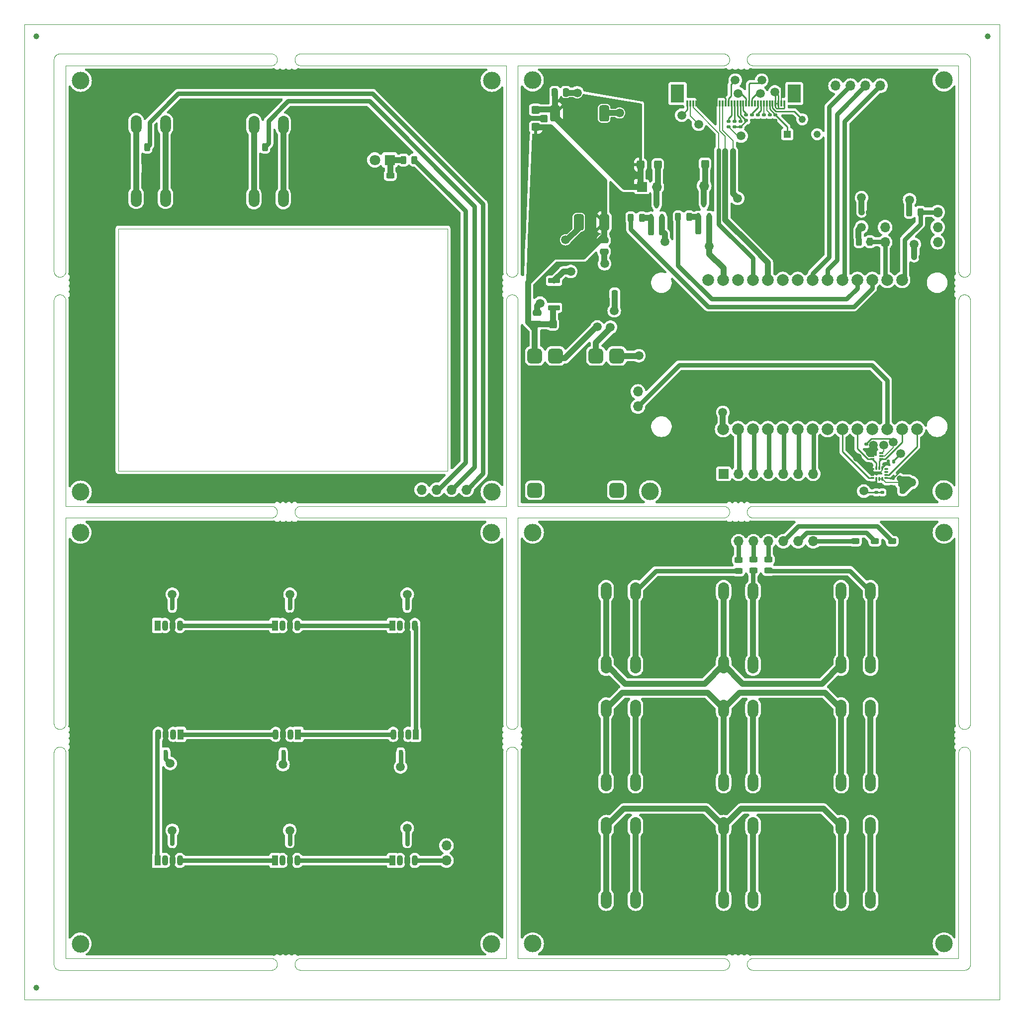
<source format=gbr>
G04 #@! TF.GenerationSoftware,KiCad,Pcbnew,7.0.5*
G04 #@! TF.CreationDate,2023-07-12T20:09:20+03:00*
G04 #@! TF.ProjectId,strange_games,73747261-6e67-4655-9f67-616d65732e6b,rev?*
G04 #@! TF.SameCoordinates,Original*
G04 #@! TF.FileFunction,Copper,L1,Top*
G04 #@! TF.FilePolarity,Positive*
%FSLAX46Y46*%
G04 Gerber Fmt 4.6, Leading zero omitted, Abs format (unit mm)*
G04 Created by KiCad (PCBNEW 7.0.5) date 2023-07-12 20:09:20*
%MOMM*%
%LPD*%
G01*
G04 APERTURE LIST*
G04 Aperture macros list*
%AMRoundRect*
0 Rectangle with rounded corners*
0 $1 Rounding radius*
0 $2 $3 $4 $5 $6 $7 $8 $9 X,Y pos of 4 corners*
0 Add a 4 corners polygon primitive as box body*
4,1,4,$2,$3,$4,$5,$6,$7,$8,$9,$2,$3,0*
0 Add four circle primitives for the rounded corners*
1,1,$1+$1,$2,$3*
1,1,$1+$1,$4,$5*
1,1,$1+$1,$6,$7*
1,1,$1+$1,$8,$9*
0 Add four rect primitives between the rounded corners*
20,1,$1+$1,$2,$3,$4,$5,0*
20,1,$1+$1,$4,$5,$6,$7,0*
20,1,$1+$1,$6,$7,$8,$9,0*
20,1,$1+$1,$8,$9,$2,$3,0*%
G04 Aperture macros list end*
G04 #@! TA.AperFunction,ComponentPad*
%ADD10R,1.700000X1.700000*%
G04 #@! TD*
G04 #@! TA.AperFunction,ComponentPad*
%ADD11O,1.700000X1.700000*%
G04 #@! TD*
G04 #@! TA.AperFunction,SMDPad,CuDef*
%ADD12C,1.000000*%
G04 #@! TD*
G04 #@! TA.AperFunction,SMDPad,CuDef*
%ADD13RoundRect,0.250000X0.250000X0.475000X-0.250000X0.475000X-0.250000X-0.475000X0.250000X-0.475000X0*%
G04 #@! TD*
G04 #@! TA.AperFunction,SMDPad,CuDef*
%ADD14RoundRect,0.243750X-0.456250X0.243750X-0.456250X-0.243750X0.456250X-0.243750X0.456250X0.243750X0*%
G04 #@! TD*
G04 #@! TA.AperFunction,SMDPad,CuDef*
%ADD15RoundRect,0.243750X-0.243750X-0.456250X0.243750X-0.456250X0.243750X0.456250X-0.243750X0.456250X0*%
G04 #@! TD*
G04 #@! TA.AperFunction,SMDPad,CuDef*
%ADD16RoundRect,0.431800X-0.431800X-0.965197X0.431800X-0.965197X0.431800X0.965197X-0.431800X0.965197X0*%
G04 #@! TD*
G04 #@! TA.AperFunction,SMDPad,CuDef*
%ADD17RoundRect,0.150000X0.150000X-0.512500X0.150000X0.512500X-0.150000X0.512500X-0.150000X-0.512500X0*%
G04 #@! TD*
G04 #@! TA.AperFunction,ComponentPad*
%ADD18R,1.222000X1.222000*%
G04 #@! TD*
G04 #@! TA.AperFunction,ComponentPad*
%ADD19C,1.222000*%
G04 #@! TD*
G04 #@! TA.AperFunction,SMDPad,CuDef*
%ADD20RoundRect,0.250000X-0.450000X0.400000X-0.450000X-0.400000X0.450000X-0.400000X0.450000X0.400000X0*%
G04 #@! TD*
G04 #@! TA.AperFunction,SMDPad,CuDef*
%ADD21RoundRect,0.140000X-0.170000X0.140000X-0.170000X-0.140000X0.170000X-0.140000X0.170000X0.140000X0*%
G04 #@! TD*
G04 #@! TA.AperFunction,SMDPad,CuDef*
%ADD22RoundRect,0.243750X0.456250X-0.243750X0.456250X0.243750X-0.456250X0.243750X-0.456250X-0.243750X0*%
G04 #@! TD*
G04 #@! TA.AperFunction,SMDPad,CuDef*
%ADD23RoundRect,0.243750X0.243750X0.456250X-0.243750X0.456250X-0.243750X-0.456250X0.243750X-0.456250X0*%
G04 #@! TD*
G04 #@! TA.AperFunction,SMDPad,CuDef*
%ADD24RoundRect,0.140000X0.140000X0.170000X-0.140000X0.170000X-0.140000X-0.170000X0.140000X-0.170000X0*%
G04 #@! TD*
G04 #@! TA.AperFunction,ComponentPad*
%ADD25C,2.000000*%
G04 #@! TD*
G04 #@! TA.AperFunction,ComponentPad*
%ADD26R,2.000000X2.000000*%
G04 #@! TD*
G04 #@! TA.AperFunction,SMDPad,CuDef*
%ADD27RoundRect,0.140000X0.170000X-0.140000X0.170000X0.140000X-0.170000X0.140000X-0.170000X-0.140000X0*%
G04 #@! TD*
G04 #@! TA.AperFunction,SMDPad,CuDef*
%ADD28RoundRect,0.634999X0.635001X0.634998X-0.635001X0.634998X-0.635001X-0.634998X0.635001X-0.634998X0*%
G04 #@! TD*
G04 #@! TA.AperFunction,SMDPad,CuDef*
%ADD29RoundRect,0.140000X-0.140000X-0.170000X0.140000X-0.170000X0.140000X0.170000X-0.140000X0.170000X0*%
G04 #@! TD*
G04 #@! TA.AperFunction,SMDPad,CuDef*
%ADD30RoundRect,0.250000X-0.400000X-0.450000X0.400000X-0.450000X0.400000X0.450000X-0.400000X0.450000X0*%
G04 #@! TD*
G04 #@! TA.AperFunction,SMDPad,CuDef*
%ADD31RoundRect,0.250000X0.475000X-0.250000X0.475000X0.250000X-0.475000X0.250000X-0.475000X-0.250000X0*%
G04 #@! TD*
G04 #@! TA.AperFunction,SMDPad,CuDef*
%ADD32RoundRect,0.250000X-0.475000X0.250000X-0.475000X-0.250000X0.475000X-0.250000X0.475000X0.250000X0*%
G04 #@! TD*
G04 #@! TA.AperFunction,SMDPad,CuDef*
%ADD33R,2.300000X3.100000*%
G04 #@! TD*
G04 #@! TA.AperFunction,SMDPad,CuDef*
%ADD34R,0.300000X1.100000*%
G04 #@! TD*
G04 #@! TA.AperFunction,SMDPad,CuDef*
%ADD35R,0.700000X0.340000*%
G04 #@! TD*
G04 #@! TA.AperFunction,SMDPad,CuDef*
%ADD36RoundRect,0.111600X-0.878400X-0.353400X0.878400X-0.353400X0.878400X0.353400X-0.878400X0.353400X0*%
G04 #@! TD*
G04 #@! TA.AperFunction,SMDPad,CuDef*
%ADD37RoundRect,0.792000X-0.198000X-0.823000X0.198000X-0.823000X0.198000X0.823000X-0.198000X0.823000X0*%
G04 #@! TD*
G04 #@! TA.AperFunction,SMDPad,CuDef*
%ADD38RoundRect,0.087500X-0.225000X-0.087500X0.225000X-0.087500X0.225000X0.087500X-0.225000X0.087500X0*%
G04 #@! TD*
G04 #@! TA.AperFunction,SMDPad,CuDef*
%ADD39RoundRect,0.087500X-0.087500X-0.225000X0.087500X-0.225000X0.087500X0.225000X-0.087500X0.225000X0*%
G04 #@! TD*
G04 #@! TA.AperFunction,ComponentPad*
%ADD40O,1.850000X3.048000*%
G04 #@! TD*
G04 #@! TA.AperFunction,ComponentPad*
%ADD41R,1.070000X1.800000*%
G04 #@! TD*
G04 #@! TA.AperFunction,ComponentPad*
%ADD42O,1.070000X1.800000*%
G04 #@! TD*
G04 #@! TA.AperFunction,ComponentPad*
%ADD43R,1.800000X1.800000*%
G04 #@! TD*
G04 #@! TA.AperFunction,ComponentPad*
%ADD44C,1.800000*%
G04 #@! TD*
G04 #@! TA.AperFunction,ViaPad*
%ADD45C,1.500000*%
G04 #@! TD*
G04 #@! TA.AperFunction,ViaPad*
%ADD46C,3.000000*%
G04 #@! TD*
G04 #@! TA.AperFunction,Conductor*
%ADD47C,0.250000*%
G04 #@! TD*
G04 #@! TA.AperFunction,Conductor*
%ADD48C,0.200000*%
G04 #@! TD*
G04 #@! TA.AperFunction,Conductor*
%ADD49C,1.000000*%
G04 #@! TD*
G04 #@! TA.AperFunction,Conductor*
%ADD50C,0.350000*%
G04 #@! TD*
G04 #@! TA.AperFunction,Conductor*
%ADD51C,0.800000*%
G04 #@! TD*
G04 #@! TA.AperFunction,Profile*
%ADD52C,0.100000*%
G04 #@! TD*
G04 #@! TA.AperFunction,Profile*
%ADD53C,0.050000*%
G04 #@! TD*
G04 APERTURE END LIST*
D10*
X109085205Y-99209737D03*
D11*
X111625205Y-99209737D03*
X114165205Y-99209737D03*
X116705205Y-99209737D03*
X119245205Y-99209737D03*
D10*
X163012272Y-108000000D03*
D11*
X165552272Y-108000000D03*
X168092272Y-108000000D03*
X170632272Y-108000000D03*
X173172272Y-108000000D03*
X175712272Y-108000000D03*
X178252272Y-108000000D03*
D10*
X179542272Y-30430000D03*
D11*
X182082272Y-30430000D03*
X184622272Y-30430000D03*
X187162272Y-30430000D03*
X189702272Y-30430000D03*
D12*
X46000000Y-184000000D03*
X208000000Y-22000000D03*
D10*
X148417567Y-79957029D03*
D11*
X148417567Y-82497029D03*
X148417567Y-85037029D03*
D12*
X46000000Y-22000000D03*
D10*
X115822670Y-157252942D03*
D11*
X115822670Y-159792942D03*
X115822670Y-162332942D03*
D10*
X163012272Y-96500000D03*
D11*
X165552272Y-96500000D03*
X168092272Y-96500000D03*
X170632272Y-96500000D03*
X173172272Y-96500000D03*
X175712272Y-96500000D03*
X178252272Y-96500000D03*
D13*
X193480000Y-99180266D03*
X191580000Y-99180266D03*
D14*
X106250129Y-45739714D03*
X106250129Y-47614714D03*
D15*
X83052401Y-44697214D03*
X84927401Y-44697214D03*
D10*
X157150000Y-47500000D03*
D11*
X159690000Y-47500000D03*
D15*
X63000000Y-40887214D03*
X64875000Y-40887214D03*
D16*
X142678946Y-53694596D03*
X138360946Y-53694596D03*
X134296946Y-35152596D03*
X142678946Y-35152596D03*
D17*
X158700000Y-52775000D03*
X160600000Y-52775000D03*
X159650000Y-50500000D03*
D18*
X173854500Y-38700000D03*
D19*
X176394500Y-36160000D03*
X178934500Y-38700000D03*
D20*
X131000000Y-34550000D03*
X131000000Y-37450000D03*
D21*
X69154000Y-159492272D03*
X69154000Y-160452272D03*
D22*
X185442272Y-109875000D03*
X185442272Y-108000000D03*
D23*
X157137500Y-52775000D03*
X155262500Y-52775000D03*
D21*
X164850000Y-36470000D03*
X164850000Y-37430000D03*
D24*
X192878023Y-97200266D03*
X191918023Y-97200266D03*
D17*
X150650000Y-52935000D03*
X152550000Y-52935000D03*
X151600000Y-50660000D03*
D25*
X160380000Y-63500000D03*
X162920000Y-63500000D03*
X165460000Y-63500000D03*
X168000000Y-63500000D03*
X170540000Y-63500000D03*
X173080000Y-63500000D03*
X175620000Y-63500000D03*
X178160000Y-63500000D03*
X180700000Y-63500000D03*
X183240000Y-63500000D03*
X185780000Y-63500000D03*
X188320000Y-63500000D03*
X190860000Y-63500000D03*
X193400000Y-63500000D03*
X195940000Y-63500000D03*
X195940000Y-88900000D03*
X193400000Y-88900000D03*
X190860000Y-88900000D03*
X188320000Y-88900000D03*
X185780000Y-88900000D03*
X183240000Y-88900000D03*
X180700000Y-88900000D03*
X178160000Y-88900000D03*
X175620000Y-88900000D03*
X173080000Y-88900000D03*
X170540000Y-88900000D03*
X168000000Y-88900000D03*
X165460000Y-88900000D03*
X162920000Y-88900000D03*
D26*
X160380000Y-88900000D03*
D15*
X186062500Y-57000000D03*
X187937500Y-57000000D03*
X63000000Y-44632272D03*
X64875000Y-44632272D03*
D21*
X69154000Y-119492272D03*
X69154000Y-120452272D03*
D23*
X160575000Y-55025000D03*
X158700000Y-55025000D03*
D22*
X188762272Y-109875000D03*
X188762272Y-108000000D03*
D27*
X89154000Y-160452272D03*
X89154000Y-159492272D03*
D28*
X130865800Y-99300000D03*
X144835800Y-99300003D03*
X130865800Y-76440003D03*
X134421800Y-76440003D03*
X141279800Y-76440003D03*
X144835800Y-76440003D03*
D27*
X167850000Y-36360000D03*
X167850000Y-35400000D03*
D29*
X195485261Y-59620000D03*
X196445261Y-59620000D03*
D22*
X168092272Y-112994263D03*
X168092272Y-111119263D03*
D10*
X199465261Y-59600000D03*
D11*
X199465261Y-57060000D03*
X199465261Y-54520000D03*
X199465261Y-51980000D03*
D13*
X136150000Y-31600000D03*
X134250000Y-31600000D03*
D27*
X168850000Y-36360000D03*
X168850000Y-35400000D03*
D21*
X187280000Y-91470266D03*
X187280000Y-92430266D03*
X165850000Y-36470000D03*
X165850000Y-37430000D03*
D13*
X144478634Y-65946023D03*
X142578634Y-65946023D03*
D30*
X133931000Y-71020000D03*
X136831000Y-71020000D03*
D21*
X190030000Y-98700266D03*
X190030000Y-99660266D03*
D22*
X165552272Y-113053552D03*
X165552272Y-111178552D03*
D15*
X194627761Y-51968023D03*
X196502761Y-51968023D03*
D21*
X109154000Y-159492272D03*
X109154000Y-160452272D03*
D22*
X191712272Y-109875000D03*
X191712272Y-108000000D03*
X170632272Y-112994263D03*
X170632272Y-111119263D03*
D21*
X108054000Y-142781472D03*
X108054000Y-143741472D03*
D31*
X142673646Y-58672796D03*
X142673646Y-56772796D03*
D32*
X131300000Y-69100000D03*
X131300000Y-71000000D03*
D33*
X155180000Y-31752998D03*
X175020000Y-31752998D03*
D34*
X156850000Y-33452998D03*
X157350000Y-33452998D03*
X157850000Y-33452998D03*
X158350000Y-33452998D03*
X158850000Y-33452998D03*
X159350000Y-33452998D03*
X159850000Y-33452998D03*
X160350000Y-33452998D03*
X160850000Y-33452998D03*
X161350000Y-33452998D03*
X161850000Y-33452998D03*
X162350000Y-33452998D03*
X162850000Y-33452998D03*
X163350000Y-33452998D03*
X163850000Y-33452998D03*
X164350000Y-33452998D03*
X164850000Y-33452998D03*
X165350000Y-33452998D03*
X165850000Y-33452998D03*
X166350000Y-33452998D03*
X166850000Y-33452998D03*
X167350000Y-33452998D03*
X167850000Y-33452998D03*
X168350000Y-33452998D03*
X168850000Y-33452998D03*
X169350000Y-33452998D03*
X169850000Y-33452998D03*
X170350000Y-33452998D03*
X170850000Y-33452998D03*
X171350000Y-33452998D03*
X171850000Y-33452998D03*
X172350000Y-33452998D03*
X172850000Y-33452998D03*
X173350000Y-33452998D03*
D21*
X109154000Y-119492272D03*
X109154000Y-120452272D03*
X166850000Y-35400000D03*
X166850000Y-36360000D03*
D30*
X156950000Y-43750000D03*
X159850000Y-43750000D03*
D35*
X188366046Y-93990060D03*
X188366046Y-93490060D03*
X188366046Y-92990060D03*
X189866046Y-92990060D03*
X189866046Y-93490060D03*
X189866046Y-93990060D03*
D27*
X170850000Y-36360000D03*
X170850000Y-35400000D03*
D10*
X190500000Y-52000000D03*
D11*
X190500000Y-54540000D03*
X190500000Y-57080000D03*
D15*
X83052401Y-40887214D03*
X84927401Y-40887214D03*
D30*
X148900000Y-43910000D03*
X151800000Y-43910000D03*
D27*
X189030000Y-99660266D03*
X189030000Y-98700266D03*
D10*
X149100000Y-47660000D03*
D11*
X151640000Y-47660000D03*
D27*
X88054000Y-143741472D03*
X88054000Y-142781472D03*
D21*
X163850000Y-36470000D03*
X163850000Y-37430000D03*
X68054000Y-142781472D03*
X68054000Y-143741472D03*
D24*
X192010000Y-94450266D03*
X191050000Y-94450266D03*
D27*
X169850000Y-36360000D03*
X169850000Y-35400000D03*
D29*
X186540000Y-52000000D03*
X187500000Y-52000000D03*
D23*
X149087500Y-52935000D03*
X147212500Y-52935000D03*
D27*
X171850000Y-36360000D03*
X171850000Y-35400000D03*
D15*
X108512629Y-43077214D03*
X110387629Y-43077214D03*
D27*
X89154000Y-120452272D03*
X89154000Y-119492272D03*
D36*
X134144000Y-63640000D03*
X134144000Y-65940000D03*
X134144000Y-68240000D03*
D37*
X140174000Y-65940000D03*
D38*
X188367500Y-95700266D03*
X188367500Y-96200266D03*
X188367500Y-96700266D03*
X188367500Y-97200266D03*
D39*
X189030000Y-97362766D03*
X189530000Y-97362766D03*
X190030000Y-97362766D03*
D38*
X190692500Y-97200266D03*
X190692500Y-96700266D03*
X190692500Y-96200266D03*
X190692500Y-95700266D03*
D39*
X190030000Y-95537766D03*
X189530000Y-95537766D03*
X189030000Y-95537766D03*
D23*
X152525000Y-55185000D03*
X150650000Y-55185000D03*
D40*
X163012272Y-156500000D03*
X163012272Y-169000000D03*
X168012272Y-156500000D03*
X168012272Y-169000000D03*
D41*
X90565000Y-140868872D03*
D42*
X89295000Y-140868872D03*
X88025000Y-140868872D03*
X86755000Y-140868872D03*
D40*
X143012272Y-156500000D03*
X143012272Y-169000000D03*
X148012272Y-156500000D03*
X148012272Y-169000000D03*
D41*
X106628000Y-122331872D03*
D42*
X107898000Y-122331872D03*
X109168000Y-122331872D03*
X110438000Y-122331872D03*
D41*
X110565000Y-140868872D03*
D42*
X109295000Y-140868872D03*
X108025000Y-140868872D03*
X106755000Y-140868872D03*
D40*
X183012272Y-156500000D03*
X183012272Y-169000000D03*
X188012272Y-156500000D03*
X188012272Y-169000000D03*
D41*
X66628000Y-162331872D03*
D42*
X67898000Y-162331872D03*
X69168000Y-162331872D03*
X70438000Y-162331872D03*
D40*
X143012272Y-136500000D03*
X143012272Y-149000000D03*
X148012272Y-136500000D03*
X148012272Y-149000000D03*
D41*
X86628000Y-122331872D03*
D42*
X87898000Y-122331872D03*
X89168000Y-122331872D03*
X90438000Y-122331872D03*
D41*
X106628000Y-162331872D03*
D42*
X107898000Y-162331872D03*
X109168000Y-162331872D03*
X110438000Y-162331872D03*
D40*
X183012272Y-136500000D03*
X183012272Y-149000000D03*
X188012272Y-136500000D03*
X188012272Y-149000000D03*
X163012272Y-116500000D03*
X163012272Y-129000000D03*
X168012272Y-116500000D03*
X168012272Y-129000000D03*
X83052401Y-37077214D03*
X83052401Y-49577214D03*
X88052401Y-37077214D03*
X88052401Y-49577214D03*
X63000000Y-37012272D03*
X63000000Y-49512272D03*
X68000000Y-37012272D03*
X68000000Y-49512272D03*
X183012272Y-116500000D03*
X183012272Y-129000000D03*
X188012272Y-116500000D03*
X188012272Y-129000000D03*
D43*
X106165129Y-43077214D03*
D44*
X103625129Y-43077214D03*
D41*
X86628000Y-162331872D03*
D42*
X87898000Y-162331872D03*
X89168000Y-162331872D03*
X90438000Y-162331872D03*
D40*
X143012272Y-116500000D03*
X143012272Y-129000000D03*
X148012272Y-116500000D03*
X148012272Y-129000000D03*
X163012272Y-136500000D03*
X163012272Y-149000000D03*
X168012272Y-136500000D03*
X168012272Y-149000000D03*
D41*
X70565000Y-140868872D03*
D42*
X69295000Y-140868872D03*
X68025000Y-140868872D03*
X66755000Y-140868872D03*
D41*
X66628000Y-122331872D03*
D42*
X67898000Y-122331872D03*
X69168000Y-122331872D03*
X70438000Y-122331872D03*
D45*
X190237302Y-91595475D03*
X188538722Y-91651453D03*
D46*
X130512272Y-106500000D03*
X53500000Y-106512272D03*
X130500000Y-29500000D03*
X53500000Y-176512272D03*
X53550129Y-99577214D03*
X200500000Y-29500000D03*
X200500000Y-99500000D03*
X130512272Y-176500000D03*
X123500000Y-176512272D03*
X123550129Y-99577214D03*
X123550129Y-29577214D03*
X200512272Y-106500000D03*
X200512272Y-176500000D03*
X53550129Y-29577214D03*
X123500000Y-106512272D03*
X150500000Y-99500000D03*
D45*
X143750000Y-71550000D03*
X141512916Y-71512916D03*
X165500000Y-31750000D03*
X169502272Y-29512272D03*
X169250000Y-31750000D03*
X165400000Y-49600000D03*
X158750000Y-37000000D03*
X155880000Y-35452998D03*
X186500000Y-54500000D03*
X155612272Y-122000000D03*
X194680000Y-49852998D03*
X69154000Y-157212272D03*
X138080000Y-31652998D03*
X109154000Y-156812272D03*
X89154000Y-157212272D03*
X69154000Y-117012272D03*
X136100000Y-56684053D03*
X89200000Y-117012272D03*
X162880000Y-86052998D03*
X144380000Y-68752998D03*
X191903266Y-91103266D03*
X195480000Y-57452998D03*
X131780000Y-67452998D03*
X88000000Y-146012272D03*
X195027002Y-98000000D03*
X153000000Y-57000000D03*
X145287500Y-35080446D03*
X142750000Y-60750000D03*
X108000000Y-146412272D03*
X68800000Y-145812272D03*
X186880000Y-99452998D03*
X171750000Y-31500000D03*
X193180000Y-93052998D03*
X186500000Y-49500000D03*
X166000000Y-39000000D03*
X148582525Y-76407207D03*
X160580000Y-57752998D03*
X172012272Y-122000000D03*
X196512272Y-114250000D03*
X165002272Y-29512272D03*
X136980000Y-62052998D03*
X109154000Y-117012272D03*
X162150000Y-31752998D03*
X185780000Y-93752998D03*
X193398023Y-82930266D03*
X186002272Y-44762272D03*
X183880000Y-95652998D03*
X185778023Y-82803130D03*
X178502272Y-44762272D03*
X150800000Y-36600000D03*
X145800000Y-50200000D03*
D47*
X187280000Y-91352998D02*
X187280000Y-91470266D01*
X191300000Y-90500000D02*
X188132998Y-90500000D01*
D48*
X191903266Y-92021800D02*
X190435006Y-93490060D01*
X190435006Y-93490060D02*
X189866046Y-93490060D01*
D47*
X191903266Y-91103266D02*
X191300000Y-90500000D01*
D48*
X191903266Y-91103266D02*
X191903266Y-92021800D01*
D47*
X188132998Y-90500000D02*
X187280000Y-91352998D01*
D48*
X190237302Y-92618804D02*
X189866046Y-92990060D01*
X190237302Y-91595475D02*
X190237302Y-92618804D01*
X188538722Y-91651453D02*
X188366046Y-91824129D01*
X188366046Y-91824129D02*
X188366046Y-92990060D01*
D49*
X143750000Y-71750000D02*
X141279800Y-74220200D01*
X141279800Y-74220200D02*
X141279800Y-76440003D01*
X143750000Y-71550000D02*
X143750000Y-71750000D01*
X136014800Y-76835200D02*
X134816997Y-76835200D01*
X134816997Y-76835200D02*
X134421800Y-76440003D01*
X141512916Y-71512916D02*
X141337084Y-71512916D01*
X141337084Y-71512916D02*
X136014800Y-76835200D01*
X130865800Y-73052998D02*
X130865800Y-76440003D01*
X129698383Y-63901617D02*
X129698383Y-70715385D01*
X142673646Y-53699896D02*
X142678946Y-53694596D01*
D50*
X133931000Y-68638000D02*
X134241000Y-68328000D01*
D49*
X129698383Y-70715385D02*
X129982998Y-71000000D01*
X131320000Y-71020000D02*
X133931000Y-71020000D01*
X139164039Y-59500000D02*
X134100000Y-59500000D01*
X133549593Y-37549593D02*
X131099593Y-37549593D01*
X131300000Y-71000000D02*
X129982998Y-71000000D01*
X131000000Y-37450000D02*
X131050000Y-37400000D01*
X134100000Y-59500000D02*
X129698383Y-63901617D01*
X130865800Y-71434200D02*
X131300000Y-71000000D01*
X142678946Y-55985093D02*
X139164039Y-59500000D01*
X131099593Y-37549593D02*
X131000000Y-37450000D01*
X130865800Y-71882802D02*
X130865800Y-73052998D01*
X129982998Y-71000000D02*
X130865800Y-71882802D01*
X142678946Y-46678946D02*
X133549593Y-37549593D01*
X142673646Y-56772796D02*
X142673646Y-53699896D01*
X130865800Y-73052998D02*
X130865800Y-71434200D01*
X133931000Y-71020000D02*
X133931000Y-68638000D01*
X131300000Y-71000000D02*
X131320000Y-71020000D01*
X142678946Y-53694596D02*
X142678946Y-55985093D01*
X142678946Y-53694596D02*
X142678946Y-46678946D01*
D47*
X168850000Y-34152998D02*
X168850000Y-33452998D01*
X167850000Y-35152998D02*
X168850000Y-34152998D01*
D48*
X169850000Y-33452998D02*
X169850000Y-35122998D01*
D47*
X173854500Y-37396891D02*
X173854500Y-38700000D01*
X171834500Y-35400000D02*
X170850000Y-34415500D01*
X171850000Y-35400000D02*
X171834500Y-35400000D01*
X171850000Y-35400000D02*
X171857609Y-35400000D01*
X170850000Y-34415500D02*
X170850000Y-33452998D01*
X171857609Y-35400000D02*
X173854500Y-37396891D01*
X168850000Y-35152998D02*
X169350000Y-34652998D01*
X169350000Y-34652998D02*
X169350000Y-33452998D01*
D48*
X170850000Y-35152998D02*
X170350000Y-34652998D01*
X170350000Y-34652998D02*
X170350000Y-33452998D01*
D49*
X148850000Y-47410000D02*
X148850000Y-43960000D01*
X134296946Y-35796946D02*
X134296946Y-35152596D01*
X133644350Y-34500000D02*
X134296946Y-35152596D01*
X131373646Y-34500000D02*
X133644350Y-34500000D01*
X149100000Y-47660000D02*
X148850000Y-47410000D01*
X148850000Y-43960000D02*
X148900000Y-43910000D01*
X146160000Y-47660000D02*
X134296946Y-35796946D01*
X149100000Y-47660000D02*
X146160000Y-47660000D01*
X134273646Y-31422796D02*
X134273646Y-35129296D01*
X134273646Y-35129296D02*
X134296946Y-35152596D01*
D47*
X164850000Y-36222998D02*
X164850000Y-33452998D01*
X165857609Y-37430000D02*
X165850000Y-37430000D01*
X166850000Y-36360000D02*
X166850000Y-36437609D01*
X166850000Y-36360000D02*
X166842391Y-36360000D01*
X165850000Y-37430000D02*
X164850000Y-37430000D01*
X166850000Y-36437609D02*
X165857609Y-37430000D01*
X165850000Y-35367609D02*
X165850000Y-33452998D01*
X166842391Y-36360000D02*
X165850000Y-35367609D01*
X165997002Y-31750000D02*
X166850000Y-32602998D01*
X166850000Y-32602998D02*
X166850000Y-33452998D01*
X165500000Y-31750000D02*
X165997002Y-31750000D01*
X167502272Y-30012272D02*
X167350000Y-30164544D01*
X169502272Y-29512272D02*
X169002272Y-30012272D01*
X169002272Y-30012272D02*
X167502272Y-30012272D01*
X167350000Y-30164544D02*
X167350000Y-33452998D01*
X169250000Y-31750000D02*
X168702998Y-31750000D01*
X168702998Y-31750000D02*
X167850000Y-32602998D01*
X167850000Y-32602998D02*
X167850000Y-33452998D01*
X165850000Y-36470000D02*
X165850000Y-36004005D01*
X165350000Y-35504005D02*
X165350000Y-33452998D01*
X165850000Y-36004005D02*
X165350000Y-35504005D01*
X166850000Y-35152998D02*
X166350000Y-34652998D01*
X166350000Y-34652998D02*
X166350000Y-33452998D01*
X163850000Y-36470000D02*
X163850000Y-36000000D01*
X164350000Y-35500000D02*
X164350000Y-33452998D01*
X163850000Y-36000000D02*
X164350000Y-35500000D01*
D49*
X151600000Y-47700000D02*
X151640000Y-47660000D01*
X151800000Y-43910000D02*
X151800000Y-47500000D01*
X151600000Y-50660000D02*
X151600000Y-47700000D01*
X151800000Y-47500000D02*
X151640000Y-47660000D01*
X159650000Y-50500000D02*
X159650000Y-47540000D01*
X159850000Y-43750000D02*
X159850000Y-47340000D01*
X159850000Y-47340000D02*
X159690000Y-47500000D01*
X159650000Y-47540000D02*
X159690000Y-47500000D01*
D47*
X175029500Y-34795000D02*
X176394500Y-36160000D01*
X171892002Y-34795000D02*
X175029500Y-34795000D01*
X171350000Y-34252998D02*
X171892002Y-34795000D01*
X171350000Y-33452998D02*
X171350000Y-34252998D01*
D48*
X162850000Y-38018628D02*
X162850000Y-33452998D01*
X164600000Y-39768628D02*
X162850000Y-38018628D01*
X164600000Y-41600000D02*
X164600000Y-39768628D01*
D49*
X164600000Y-48800000D02*
X164600000Y-41600000D01*
X165400000Y-49600000D02*
X164600000Y-48800000D01*
D48*
X163300000Y-41600000D02*
X163300000Y-39034314D01*
D49*
X163300000Y-53300000D02*
X163300000Y-41600000D01*
D48*
X163300000Y-39034314D02*
X162350000Y-38084314D01*
D49*
X170540000Y-63500000D02*
X170540000Y-60540000D01*
X170540000Y-60540000D02*
X167800000Y-57800000D01*
D48*
X162350000Y-38084314D02*
X162350000Y-33452998D01*
D49*
X167800000Y-57800000D02*
X163300000Y-53300000D01*
D51*
X168000000Y-63500000D02*
X168000000Y-59800000D01*
D48*
X162200000Y-41400000D02*
X162200000Y-38500000D01*
X162200000Y-38500000D02*
X157850000Y-34150000D01*
D51*
X168000000Y-59800000D02*
X162200000Y-54000000D01*
D48*
X157850000Y-34150000D02*
X157850000Y-33452998D01*
D51*
X162200000Y-54000000D02*
X162200000Y-41400000D01*
D48*
X158750000Y-37000000D02*
X157350000Y-35600000D01*
X157350000Y-35600000D02*
X157350000Y-33452998D01*
D47*
X156850000Y-34482998D02*
X156850000Y-33452998D01*
X155880000Y-35452998D02*
X156850000Y-34482998D01*
D49*
X149087500Y-52935000D02*
X150650000Y-52935000D01*
X150650000Y-55185000D02*
X150650000Y-52935000D01*
X158700000Y-55025000D02*
X158700000Y-52775000D01*
X157137500Y-52775000D02*
X158700000Y-52775000D01*
D47*
X185783023Y-92213433D02*
X185783023Y-88982083D01*
X187559650Y-93990060D02*
X185783023Y-92213433D01*
X188366046Y-93990060D02*
X189030000Y-94654014D01*
X189030000Y-94654014D02*
X189030000Y-95537766D01*
X188366046Y-93990060D02*
X187559650Y-93990060D01*
X190536046Y-93990060D02*
X193403023Y-91123083D01*
X189866046Y-93990060D02*
X189530000Y-94326106D01*
X189866046Y-93990060D02*
X190536046Y-93990060D01*
X189530000Y-94326106D02*
X189530000Y-95537766D01*
X193403023Y-91123083D02*
X193403023Y-88982083D01*
D51*
X188320000Y-64914213D02*
X185184213Y-68050000D01*
X185184213Y-68050000D02*
X160404516Y-68050000D01*
X160404516Y-68050000D02*
X147212500Y-54857984D01*
X188320000Y-63500000D02*
X188320000Y-64914213D01*
X147212500Y-54857984D02*
X147212500Y-52935000D01*
X155262500Y-61069506D02*
X155262500Y-52775000D01*
X183944213Y-66750000D02*
X160942994Y-66750000D01*
X185780000Y-63500000D02*
X185780000Y-64914213D01*
X160942994Y-66750000D02*
X155262500Y-61069506D01*
X185780000Y-64914213D02*
X183944213Y-66750000D01*
X190420000Y-57000000D02*
X190500000Y-57080000D01*
X187537500Y-57000000D02*
X190420000Y-57000000D01*
X190500000Y-63140000D02*
X190860000Y-63500000D01*
X190500000Y-57080000D02*
X190500000Y-63140000D01*
D47*
X196502761Y-51968023D02*
X196534738Y-52000000D01*
D51*
X199453284Y-51968023D02*
X199465261Y-51980000D01*
X193830000Y-63070000D02*
X193400000Y-63500000D01*
X196502761Y-51968023D02*
X199453284Y-51968023D01*
X196502761Y-53997239D02*
X193830000Y-56670000D01*
D47*
X193400000Y-63500000D02*
X193000000Y-63100000D01*
D51*
X193830000Y-56670000D02*
X193830000Y-63070000D01*
X196502761Y-51968023D02*
X196502761Y-53997239D01*
D47*
X183243023Y-88982083D02*
X183243023Y-92744444D01*
X187698845Y-97200266D02*
X188367500Y-97200266D01*
X183243023Y-92744444D02*
X187698845Y-97200266D01*
X195943023Y-91845606D02*
X195943023Y-88982083D01*
X190692500Y-96700266D02*
X191088363Y-96700266D01*
X191088363Y-96700266D02*
X195943023Y-91845606D01*
D49*
X186500000Y-51980000D02*
X186520000Y-52000000D01*
D47*
X173350000Y-34252998D02*
X173275000Y-34327998D01*
D49*
X68000000Y-49512272D02*
X68000000Y-37012272D01*
X195480000Y-57452998D02*
X195465261Y-57467737D01*
X186500000Y-49500000D02*
X186500000Y-51980000D01*
D51*
X109154000Y-159492272D02*
X109154000Y-156812272D01*
D49*
X193177756Y-97500000D02*
X192977581Y-97299825D01*
D47*
X187087268Y-99660266D02*
X190030000Y-99660266D01*
D49*
X136100000Y-56684053D02*
X136359786Y-56684053D01*
X144500000Y-66206250D02*
X144500000Y-68632998D01*
D47*
X172375000Y-34327998D02*
X172350000Y-34302998D01*
D49*
X145282500Y-35075446D02*
X145287500Y-35080446D01*
X152525000Y-54525000D02*
X152550000Y-54500000D01*
X193846736Y-99180266D02*
X193480000Y-99180266D01*
X142750000Y-60750000D02*
X142673646Y-60673646D01*
D48*
X189530000Y-97362766D02*
X190030000Y-97362766D01*
D47*
X171850000Y-33452998D02*
X172350000Y-33452998D01*
D51*
X88000000Y-146012272D02*
X88054000Y-145958272D01*
D49*
X160580000Y-57752998D02*
X160575000Y-57747998D01*
X136980000Y-62052998D02*
X135731002Y-62052998D01*
X195465261Y-57467737D02*
X195465261Y-59620000D01*
X163020000Y-62627860D02*
X163020000Y-61520000D01*
X144500000Y-68632998D02*
X144380000Y-68752998D01*
X160600000Y-52775000D02*
X160600000Y-55000000D01*
X195027002Y-98000000D02*
X193846736Y-99180266D01*
X186000000Y-55000000D02*
X186000000Y-56209502D01*
X153000000Y-57000000D02*
X153000000Y-55660000D01*
D48*
X190030000Y-97398274D02*
X190631726Y-98000000D01*
D51*
X89154000Y-119282272D02*
X89154000Y-117058272D01*
D49*
X145618325Y-76442407D02*
X148547325Y-76442407D01*
D47*
X171850000Y-34101499D02*
X172076499Y-34327998D01*
D49*
X153000000Y-55660000D02*
X152525000Y-55185000D01*
D47*
X173275000Y-34327998D02*
X172375000Y-34327998D01*
D49*
X152525000Y-55185000D02*
X152525000Y-54525000D01*
X162880000Y-86052998D02*
X162880000Y-88718570D01*
D48*
X166000000Y-39000000D02*
X165420000Y-39000000D01*
D47*
X172350000Y-32100000D02*
X171750000Y-31500000D01*
D49*
X194680000Y-49852998D02*
X194627761Y-49905237D01*
D47*
X172350000Y-33452998D02*
X172350000Y-32100000D01*
X164250000Y-32208303D02*
X163850000Y-32608303D01*
D49*
X186500000Y-54500000D02*
X186000000Y-55000000D01*
D48*
X192780000Y-97298289D02*
X192878023Y-97200266D01*
D51*
X69154000Y-159472272D02*
X69154000Y-157212272D01*
D49*
X131780000Y-67452998D02*
X131300000Y-67932998D01*
X160575000Y-57747998D02*
X160575000Y-55025000D01*
X163020000Y-61520000D02*
X160580000Y-59080000D01*
D48*
X190030000Y-97362766D02*
X190030000Y-97398274D01*
D51*
X109154000Y-119292272D02*
X109154000Y-117012272D01*
D48*
X190631726Y-98000000D02*
X192780000Y-98000000D01*
D47*
X172350000Y-34302998D02*
X172350000Y-33452998D01*
D49*
X160580000Y-59080000D02*
X160580000Y-57752998D01*
D47*
X193180000Y-93052998D02*
X192010000Y-94222998D01*
D51*
X88054000Y-145958272D02*
X88054000Y-143961472D01*
D47*
X165002272Y-29512272D02*
X164250000Y-30264544D01*
D49*
X136359786Y-56684053D02*
X138354969Y-54688870D01*
D51*
X89154000Y-159492272D02*
X89154000Y-157212272D01*
X108054000Y-146358272D02*
X108000000Y-146412272D01*
D47*
X186880000Y-99452998D02*
X187087268Y-99660266D01*
D51*
X89154000Y-117058272D02*
X89200000Y-117012272D01*
X69154000Y-119272272D02*
X69154000Y-117012272D01*
D49*
X152550000Y-52935000D02*
X152550000Y-54500000D01*
D47*
X164250000Y-30264544D02*
X164250000Y-32208303D01*
X171850000Y-31600000D02*
X171750000Y-31500000D01*
X192010000Y-94222998D02*
X192010000Y-94450266D01*
X171850000Y-33452998D02*
X171850000Y-31600000D01*
D48*
X165420000Y-39000000D02*
X163850000Y-37430000D01*
D51*
X108054000Y-143941472D02*
X108054000Y-146358272D01*
D49*
X152550000Y-54500000D02*
X152550000Y-55160000D01*
X131300000Y-67932998D02*
X131300000Y-69100000D01*
X135731002Y-62052998D02*
X134144000Y-63640000D01*
X88052401Y-49577214D02*
X88052401Y-37077214D01*
X136202998Y-31652998D02*
X136150000Y-31600000D01*
X138080000Y-31652998D02*
X136202998Y-31652998D01*
D51*
X68054000Y-143961472D02*
X68054000Y-145066272D01*
D47*
X172076499Y-34327998D02*
X172375000Y-34327998D01*
D49*
X194527002Y-97500000D02*
X193177756Y-97500000D01*
X143550000Y-35075446D02*
X145282500Y-35075446D01*
D48*
X192780000Y-98480266D02*
X193480000Y-99180266D01*
X192780000Y-98000000D02*
X192780000Y-98480266D01*
D47*
X171850000Y-33452998D02*
X171850000Y-34101499D01*
D51*
X68054000Y-145066272D02*
X68800000Y-145812272D01*
D49*
X160600000Y-55000000D02*
X160575000Y-55025000D01*
D47*
X187087268Y-99660266D02*
X189030000Y-99660266D01*
X173350000Y-33452998D02*
X173350000Y-34252998D01*
D49*
X142673646Y-60673646D02*
X142673646Y-58672796D01*
X194627761Y-49905237D02*
X194627761Y-51968023D01*
X152550000Y-55160000D02*
X152525000Y-55185000D01*
D48*
X192780000Y-98000000D02*
X192780000Y-97298289D01*
D49*
X195027002Y-98000000D02*
X194527002Y-97500000D01*
D47*
X163850000Y-32608303D02*
X163850000Y-33452998D01*
D49*
X148012272Y-149000000D02*
X148012272Y-136500000D01*
D51*
X151458720Y-113053552D02*
X148012272Y-116500000D01*
D49*
X148012272Y-129000000D02*
X148012272Y-116500000D01*
D51*
X165552272Y-113053552D02*
X151458720Y-113053552D01*
D49*
X148012272Y-169000000D02*
X148012272Y-156500000D01*
D51*
X165602272Y-89042272D02*
X165460000Y-88900000D01*
X165552272Y-108056763D02*
X165552272Y-111178552D01*
X165602272Y-96500000D02*
X165602272Y-89042272D01*
X168092272Y-112994263D02*
X168012272Y-113074263D01*
D49*
X168012272Y-169000000D02*
X168012272Y-156500000D01*
D51*
X168012272Y-113074263D02*
X168012272Y-116500000D01*
D49*
X168012272Y-149000000D02*
X168012272Y-136500000D01*
X168012272Y-129000000D02*
X168012272Y-116500000D01*
D51*
X168142272Y-96500000D02*
X168142272Y-89042272D01*
X168092272Y-108056763D02*
X168092272Y-111119263D01*
X168142272Y-89042272D02*
X168000000Y-88900000D01*
D49*
X188012272Y-169000000D02*
X188012272Y-156500000D01*
X188012272Y-149000000D02*
X188012272Y-136500000D01*
D51*
X170632272Y-112994263D02*
X170648009Y-113010000D01*
D49*
X188012272Y-129000000D02*
X188012272Y-116500000D01*
D51*
X170648009Y-113010000D02*
X184522272Y-113010000D01*
X184522272Y-113010000D02*
X188012272Y-116500000D01*
X185442272Y-108000000D02*
X178252272Y-108000000D01*
D49*
X143012272Y-116500000D02*
X143012272Y-129000000D01*
X159762272Y-132250000D02*
X163012272Y-129000000D01*
X163012272Y-129000000D02*
X166262272Y-132250000D01*
X146262272Y-132250000D02*
X159762272Y-132250000D01*
D51*
X178302272Y-89042272D02*
X178160000Y-88900000D01*
D49*
X183012272Y-116500000D02*
X183012272Y-129000000D01*
X163012272Y-129000000D02*
X163012272Y-116500000D01*
D51*
X178302272Y-96500000D02*
X178302272Y-89042272D01*
D49*
X166262272Y-132250000D02*
X179762272Y-132250000D01*
X179762272Y-132250000D02*
X183012272Y-129000000D01*
X143012272Y-129000000D02*
X146262272Y-132250000D01*
X145762272Y-133750000D02*
X160262272Y-133750000D01*
X143012272Y-136500000D02*
X145762272Y-133750000D01*
X163012272Y-136500000D02*
X165762272Y-133750000D01*
D51*
X187312272Y-106550000D02*
X177162272Y-106550000D01*
D49*
X165762272Y-133750000D02*
X180262272Y-133750000D01*
X180262272Y-133750000D02*
X183012272Y-136500000D01*
X143012272Y-136500000D02*
X143012272Y-149000000D01*
D51*
X175762272Y-89042272D02*
X175620000Y-88900000D01*
D49*
X160262272Y-133750000D02*
X163012272Y-136500000D01*
D51*
X188762272Y-108000000D02*
X187312272Y-106550000D01*
D49*
X183012272Y-136500000D02*
X183012272Y-149000000D01*
D51*
X175762272Y-96500000D02*
X175762272Y-89042272D01*
X177162272Y-106550000D02*
X175712272Y-108000000D01*
D49*
X163012272Y-149000000D02*
X163012272Y-136500000D01*
X163012272Y-169000000D02*
X163012272Y-156500000D01*
D51*
X175712272Y-105460000D02*
X173172272Y-108000000D01*
X189172272Y-105460000D02*
X175712272Y-105460000D01*
X191712272Y-108000000D02*
X189172272Y-105460000D01*
D49*
X143012272Y-156500000D02*
X146012272Y-153500000D01*
X143012272Y-156500000D02*
X143012272Y-169000000D01*
X163012272Y-156500000D02*
X166012272Y-153500000D01*
X166012272Y-153500000D02*
X180012272Y-153500000D01*
X160012272Y-153500000D02*
X163012272Y-156500000D01*
D51*
X173222272Y-89042272D02*
X173080000Y-88900000D01*
D49*
X180012272Y-153500000D02*
X183012272Y-156500000D01*
X183012272Y-169000000D02*
X183012272Y-156500000D01*
D51*
X173222272Y-96500000D02*
X173222272Y-89042272D01*
D49*
X146012272Y-153500000D02*
X160012272Y-153500000D01*
D51*
X170682272Y-96500000D02*
X170682272Y-89042272D01*
X170632272Y-108056763D02*
X170632272Y-111119263D01*
X170682272Y-89042272D02*
X170540000Y-88900000D01*
D48*
X172850000Y-33452998D02*
X172850000Y-30622998D01*
D49*
X140271000Y-67580000D02*
X140271000Y-65940000D01*
D47*
X190030000Y-95466903D02*
X190030000Y-95537766D01*
D49*
X136839000Y-71028000D02*
X136831000Y-71020000D01*
D48*
X188367500Y-96200266D02*
X189728008Y-96200266D01*
D47*
X191918023Y-97200266D02*
X191918023Y-97192657D01*
D49*
X190500000Y-52000000D02*
X187720000Y-52000000D01*
D48*
X190030000Y-95898274D02*
X190030000Y-95537766D01*
D47*
X190030000Y-98700266D02*
X189030000Y-98700266D01*
D49*
X156900000Y-43800000D02*
X156950000Y-43750000D01*
X142578634Y-65946023D02*
X140180023Y-65946023D01*
D51*
X89159000Y-120457272D02*
X89154000Y-120452272D01*
D50*
X109159000Y-122331872D02*
X109159000Y-122925938D01*
D47*
X163350000Y-33452998D02*
X163350000Y-32602998D01*
D49*
X199465261Y-59600000D02*
X196815261Y-59600000D01*
D48*
X187727268Y-95700266D02*
X187013501Y-94986499D01*
D50*
X69159000Y-120457272D02*
X69154000Y-120452272D01*
D48*
X158350000Y-33452998D02*
X161850000Y-33452998D01*
D49*
X136831000Y-71020000D02*
X140271000Y-67580000D01*
D47*
X187280000Y-93074014D02*
X187696046Y-93490060D01*
X163350000Y-32602998D02*
X162500000Y-31752998D01*
D48*
X174472998Y-29000000D02*
X178117272Y-29000000D01*
D47*
X191100000Y-98700266D02*
X191580000Y-99180266D01*
D48*
X178117272Y-29000000D02*
X179552272Y-30435000D01*
D49*
X145800000Y-50400000D02*
X145800000Y-50200000D01*
D50*
X69159000Y-122925938D02*
X69159000Y-122331872D01*
D47*
X189030000Y-98700266D02*
X189030000Y-97362766D01*
D48*
X189728008Y-96200266D02*
X190030000Y-95898274D01*
D47*
X187696046Y-93490060D02*
X188366046Y-93490060D01*
D48*
X188366046Y-92990060D02*
X188366046Y-93490060D01*
D49*
X156900000Y-47250000D02*
X156900000Y-43800000D01*
D51*
X109154000Y-162326872D02*
X109159000Y-162331872D01*
D47*
X191918023Y-97192657D02*
X194557682Y-94552998D01*
X187280000Y-92430266D02*
X187280000Y-93074014D01*
D48*
X172850000Y-30622998D02*
X174472998Y-29000000D01*
D47*
X161850000Y-32052998D02*
X161850000Y-33452998D01*
X162500000Y-31752998D02*
X162150000Y-31752998D01*
X190030000Y-98700266D02*
X191100000Y-98700266D01*
X191050000Y-94450266D02*
X191046637Y-94450266D01*
X191918023Y-97200266D02*
X190692500Y-97200266D01*
X191046637Y-94450266D02*
X190030000Y-95466903D01*
D48*
X188367500Y-95700266D02*
X187727268Y-95700266D01*
D49*
X140180023Y-65946023D02*
X140174000Y-65940000D01*
X157150000Y-47500000D02*
X156900000Y-47250000D01*
D48*
X187013501Y-94986499D02*
X185780000Y-93752998D01*
D51*
X109154000Y-122326872D02*
X109159000Y-122331872D01*
D48*
X188227268Y-96200266D02*
X187013501Y-94986499D01*
X188367500Y-96200266D02*
X188227268Y-96200266D01*
D47*
X162150000Y-31752998D02*
X161850000Y-32052998D01*
D49*
X140271000Y-65940000D02*
X134329000Y-65940000D01*
D48*
X167850000Y-36360000D02*
X171850000Y-36360000D01*
D51*
X102705136Y-33077214D02*
X88870189Y-33077214D01*
X116705205Y-99209737D02*
X120583203Y-95331739D01*
X180700000Y-61725306D02*
X182300000Y-60125306D01*
X116715870Y-99220402D02*
X116705205Y-99209737D01*
X120583203Y-50955281D02*
X102705136Y-33077214D01*
X180700000Y-63500000D02*
X180700000Y-61725306D01*
X88870189Y-33077214D02*
X85550129Y-36397274D01*
X85550129Y-40264486D02*
X84927401Y-40887214D01*
X182300000Y-35307272D02*
X187172272Y-30435000D01*
X85550129Y-36397274D02*
X85550129Y-40264486D01*
X182300000Y-60125306D02*
X182300000Y-35307272D01*
X120583203Y-95331739D02*
X120583203Y-50955281D01*
X183600000Y-36547272D02*
X189712272Y-30435000D01*
X103243614Y-31777214D02*
X70170189Y-31777214D01*
X122050129Y-96467915D02*
X122050129Y-50583729D01*
X119659428Y-99217915D02*
X119300129Y-99217915D01*
X65272401Y-40489813D02*
X64875000Y-40887214D01*
X183240000Y-63500000D02*
X183600000Y-63140000D01*
X122050129Y-50583729D02*
X103243614Y-31777214D01*
X183600000Y-63140000D02*
X183600000Y-36547272D01*
X119300129Y-99217915D02*
X122050129Y-96467915D01*
X65272401Y-36675002D02*
X65272401Y-40489813D01*
X70170189Y-31777214D02*
X65272401Y-36675002D01*
X115821600Y-162331872D02*
X115822670Y-162332942D01*
X188250000Y-78000000D02*
X155454596Y-78000000D01*
X110429000Y-162331872D02*
X115821600Y-162331872D01*
X190860000Y-80610000D02*
X188250000Y-78000000D01*
X190860000Y-88900000D02*
X190860000Y-80610000D01*
X148417567Y-85037029D02*
X148417567Y-84582433D01*
X155454596Y-78000000D02*
X148417567Y-85037029D01*
X110354000Y-162406872D02*
X110429000Y-162331872D01*
X114419878Y-99209737D02*
X119050129Y-94579486D01*
X181000000Y-34067272D02*
X184632272Y-30435000D01*
X178160000Y-63500000D02*
X178160000Y-62426828D01*
X119050129Y-94579486D02*
X119050129Y-51739714D01*
X114165205Y-99209737D02*
X114419878Y-99209737D01*
X181000000Y-59586828D02*
X181000000Y-34067272D01*
X119050129Y-51739714D02*
X110387629Y-43077214D01*
X178160000Y-62426828D02*
X181000000Y-59586828D01*
D47*
X178160000Y-63240000D02*
X178160000Y-63500000D01*
D51*
X70429000Y-162331872D02*
X86619000Y-162331872D01*
X90589000Y-140901872D02*
X106779000Y-140901872D01*
X90429000Y-162331872D02*
X106619000Y-162331872D01*
D47*
X66779000Y-162171872D02*
X66619000Y-162331872D01*
D51*
X66619000Y-162331872D02*
X66619000Y-141061872D01*
X66619000Y-141061872D02*
X66779000Y-140901872D01*
X110589000Y-140901872D02*
X110589000Y-122491872D01*
X110589000Y-122491872D02*
X110429000Y-122331872D01*
D47*
X110429000Y-140741872D02*
X110589000Y-140901872D01*
D51*
X90429000Y-122331872D02*
X106619000Y-122331872D01*
X70589000Y-140901872D02*
X86779000Y-140901872D01*
X86619000Y-122331872D02*
X70429000Y-122331872D01*
D49*
X106250129Y-43162214D02*
X106165129Y-43077214D01*
X106250129Y-45739714D02*
X106250129Y-43162214D01*
X108512629Y-43077214D02*
X106165129Y-43077214D01*
D51*
X63112629Y-43889714D02*
X63050129Y-43827214D01*
D49*
X63000000Y-49512272D02*
X63000000Y-42412272D01*
X63000000Y-42412272D02*
X63000000Y-37012272D01*
D51*
X63112629Y-45077214D02*
X63112629Y-43889714D01*
D49*
X83052401Y-43827214D02*
X83052401Y-43327214D01*
X83052401Y-42477214D02*
X83052401Y-37077214D01*
X83052401Y-49577214D02*
X83052401Y-43827214D01*
X83052401Y-43327214D02*
X83052401Y-42477214D01*
G04 #@! TA.AperFunction,Conductor*
G36*
X192084199Y-96666402D02*
G01*
X192146823Y-96729026D01*
X192176074Y-96812619D01*
X192166158Y-96900626D01*
X192164108Y-96906214D01*
X192102974Y-97065473D01*
X192098947Y-97090898D01*
X192073377Y-97252347D01*
X192073362Y-97252440D01*
X192075335Y-97290085D01*
X192060174Y-97377341D01*
X192008655Y-97449377D01*
X191930983Y-97491927D01*
X191876608Y-97499500D01*
X191499087Y-97499500D01*
X191412744Y-97479793D01*
X191343503Y-97424574D01*
X191305076Y-97344782D01*
X191305076Y-97256218D01*
X191343503Y-97176426D01*
X191401559Y-97127038D01*
X191408873Y-97122925D01*
X191408872Y-97122925D01*
X191408875Y-97122924D01*
X191437305Y-97094492D01*
X191444846Y-97087687D01*
X191476028Y-97062320D01*
X191481923Y-97053967D01*
X191503785Y-97028012D01*
X191837613Y-96694184D01*
X191912599Y-96647067D01*
X192000606Y-96637151D01*
X192084199Y-96666402D01*
G37*
G04 #@! TD.AperFunction*
G04 #@! TA.AperFunction,Conductor*
G36*
X184594210Y-89699960D02*
G01*
X184664102Y-89754353D01*
X184667045Y-89758044D01*
X184671021Y-89763153D01*
X184828216Y-89933913D01*
X184828217Y-89933914D01*
X185011371Y-90076468D01*
X185011374Y-90076470D01*
X185153236Y-90153242D01*
X185219793Y-90211668D01*
X185254408Y-90293186D01*
X185257523Y-90328257D01*
X185257523Y-92202749D01*
X185257465Y-92206147D01*
X185255362Y-92267675D01*
X185255363Y-92267678D01*
X185264875Y-92306715D01*
X185266778Y-92316727D01*
X185272251Y-92356541D01*
X185272252Y-92356544D01*
X185276333Y-92365941D01*
X185287144Y-92398090D01*
X185289565Y-92408024D01*
X185289568Y-92408031D01*
X185309256Y-92443047D01*
X185313791Y-92452177D01*
X185329804Y-92489042D01*
X185336256Y-92496972D01*
X185355352Y-92525030D01*
X185360365Y-92533945D01*
X185388788Y-92562368D01*
X185395602Y-92569918D01*
X185405202Y-92581718D01*
X185419133Y-92598842D01*
X185420969Y-92601098D01*
X185429324Y-92606995D01*
X185455279Y-92628859D01*
X187180506Y-94354085D01*
X187182840Y-94356499D01*
X187224895Y-94401529D01*
X187259246Y-94422418D01*
X187267645Y-94428135D01*
X187299675Y-94452424D01*
X187299679Y-94452425D01*
X187299680Y-94452426D01*
X187309189Y-94456176D01*
X187339584Y-94471272D01*
X187348322Y-94476586D01*
X187387010Y-94487425D01*
X187396667Y-94490672D01*
X187434061Y-94505419D01*
X187444230Y-94506464D01*
X187477578Y-94512801D01*
X187487422Y-94515560D01*
X187527605Y-94515560D01*
X187537786Y-94516082D01*
X187549714Y-94517307D01*
X187577760Y-94520191D01*
X187587004Y-94518597D01*
X187587841Y-94518453D01*
X187621650Y-94515560D01*
X187783801Y-94515560D01*
X187870144Y-94535267D01*
X187874145Y-94537250D01*
X187890738Y-94545704D01*
X187890742Y-94545706D01*
X187984527Y-94560560D01*
X188110947Y-94560559D01*
X188197289Y-94580266D01*
X188251661Y-94618845D01*
X188446214Y-94813398D01*
X188493333Y-94888386D01*
X188504500Y-94954112D01*
X188504500Y-95054761D01*
X188491953Y-95124304D01*
X188460749Y-95207963D01*
X188454709Y-95264150D01*
X188454500Y-95266092D01*
X188454500Y-95809440D01*
X188460749Y-95867565D01*
X188464577Y-95877827D01*
X188509788Y-95999044D01*
X188509788Y-95999045D01*
X188593883Y-96111382D01*
X188706220Y-96195477D01*
X188706221Y-96195477D01*
X188706222Y-96195478D01*
X188837701Y-96244517D01*
X188895826Y-96250766D01*
X189164175Y-96250766D01*
X189170423Y-96250094D01*
X189222299Y-96244517D01*
X189222304Y-96244514D01*
X189234231Y-96241697D01*
X189322792Y-96241017D01*
X189325769Y-96241697D01*
X189337697Y-96244515D01*
X189337701Y-96244517D01*
X189388823Y-96250013D01*
X189395825Y-96250766D01*
X189395826Y-96250766D01*
X189664174Y-96250766D01*
X189722299Y-96244517D01*
X189722309Y-96244512D01*
X189734411Y-96241654D01*
X189734772Y-96243183D01*
X189808698Y-96233320D01*
X189892872Y-96260856D01*
X189956763Y-96322186D01*
X189984131Y-96385721D01*
X189988569Y-96404503D01*
X189989245Y-96493064D01*
X189988571Y-96496019D01*
X189985723Y-96508074D01*
X189946691Y-96587573D01*
X189877032Y-96642264D01*
X189837812Y-96655988D01*
X189825758Y-96658836D01*
X189737197Y-96659510D01*
X189734248Y-96658837D01*
X189722308Y-96656016D01*
X189709881Y-96654680D01*
X189664174Y-96649766D01*
X189395826Y-96649766D01*
X189337701Y-96656015D01*
X189337698Y-96656015D01*
X189337698Y-96656016D01*
X189206221Y-96705054D01*
X189206220Y-96705054D01*
X189153455Y-96744555D01*
X189072524Y-96780522D01*
X188984003Y-96777813D01*
X188914941Y-96744555D01*
X188828779Y-96680054D01*
X188750570Y-96650884D01*
X188697299Y-96631015D01*
X188639174Y-96624766D01*
X188095826Y-96624766D01*
X188037701Y-96631015D01*
X188037391Y-96631130D01*
X188036988Y-96631184D01*
X188025589Y-96633878D01*
X188025320Y-96632740D01*
X187949607Y-96642838D01*
X187865435Y-96615297D01*
X187827139Y-96585390D01*
X183826808Y-92585059D01*
X183779689Y-92510071D01*
X183768522Y-92444350D01*
X183768522Y-90324985D01*
X183788229Y-90238643D01*
X183843448Y-90169402D01*
X183872809Y-90149971D01*
X184008625Y-90076471D01*
X184008626Y-90076470D01*
X184191784Y-89933913D01*
X184348979Y-89763153D01*
X184348984Y-89763145D01*
X184352955Y-89758044D01*
X184421536Y-89702008D01*
X184507639Y-89681278D01*
X184594210Y-89699960D01*
G37*
G04 #@! TD.AperFunction*
G04 #@! TA.AperFunction,Conductor*
G36*
X191236377Y-94251706D02*
G01*
X191298999Y-94314331D01*
X191328249Y-94397925D01*
X191329500Y-94420203D01*
X191329500Y-94662592D01*
X191339929Y-94749436D01*
X191339930Y-94749442D01*
X191394436Y-94887657D01*
X191399797Y-94897191D01*
X191424938Y-94982111D01*
X191410744Y-95069529D01*
X191360026Y-95142132D01*
X191282829Y-95185539D01*
X191194444Y-95191154D01*
X191156796Y-95181179D01*
X191022304Y-95131016D01*
X191022300Y-95131015D01*
X191022299Y-95131015D01*
X190964174Y-95124766D01*
X190420826Y-95124766D01*
X190362701Y-95131015D01*
X190362700Y-95131015D01*
X190362696Y-95131016D01*
X190324040Y-95145434D01*
X190236254Y-95157142D01*
X190152081Y-95129601D01*
X190088194Y-95068266D01*
X190057246Y-94985286D01*
X190055500Y-94958980D01*
X190055500Y-94759559D01*
X190075207Y-94673216D01*
X190130426Y-94603975D01*
X190210218Y-94565548D01*
X190239847Y-94562209D01*
X190239766Y-94561173D01*
X190247562Y-94560559D01*
X190247564Y-94560559D01*
X190341350Y-94545706D01*
X190341354Y-94545704D01*
X190357947Y-94537250D01*
X190443826Y-94515610D01*
X190448291Y-94515560D01*
X190525362Y-94515560D01*
X190528760Y-94515618D01*
X190590289Y-94517720D01*
X190590289Y-94517719D01*
X190590291Y-94517720D01*
X190629324Y-94508207D01*
X190639339Y-94506304D01*
X190651093Y-94504688D01*
X190679157Y-94500831D01*
X190688537Y-94496756D01*
X190720706Y-94485937D01*
X190730640Y-94483517D01*
X190765661Y-94463824D01*
X190774788Y-94459292D01*
X190790600Y-94452424D01*
X190811655Y-94443279D01*
X190819583Y-94436829D01*
X190847649Y-94417727D01*
X190849010Y-94416961D01*
X190856558Y-94412718D01*
X190884988Y-94384286D01*
X190892529Y-94377481D01*
X190923711Y-94352114D01*
X190929606Y-94343761D01*
X190951470Y-94317804D01*
X190989788Y-94279486D01*
X191064777Y-94232369D01*
X191152784Y-94222455D01*
X191236377Y-94251706D01*
G37*
G04 #@! TD.AperFunction*
G04 #@! TA.AperFunction,Conductor*
G36*
X189026136Y-91045207D02*
G01*
X189095377Y-91100426D01*
X189133804Y-91180218D01*
X189133804Y-91268782D01*
X189131204Y-91278929D01*
X189117418Y-91327381D01*
X189101545Y-91383166D01*
X189086503Y-91545507D01*
X189081873Y-91595475D01*
X189101546Y-91807785D01*
X189159897Y-92012864D01*
X189254936Y-92203730D01*
X189254937Y-92203731D01*
X189254938Y-92203733D01*
X189284408Y-92242758D01*
X189320714Y-92323538D01*
X189318376Y-92412070D01*
X189277857Y-92490821D01*
X189266317Y-92503395D01*
X189187995Y-92581717D01*
X189130401Y-92694752D01*
X189130399Y-92694759D01*
X189115547Y-92788534D01*
X189115546Y-92788548D01*
X189115546Y-93191578D01*
X189118295Y-93208932D01*
X189118295Y-93271185D01*
X189116540Y-93282267D01*
X189083570Y-93364464D01*
X189018200Y-93424217D01*
X188933379Y-93449689D01*
X188856794Y-93437560D01*
X188856244Y-93439254D01*
X188841351Y-93434414D01*
X188841350Y-93434414D01*
X188841348Y-93434413D01*
X188841346Y-93434413D01*
X188747571Y-93419561D01*
X188747565Y-93419560D01*
X188747557Y-93419560D01*
X187984527Y-93419560D01*
X187875273Y-93436864D01*
X187874828Y-93434059D01*
X187810127Y-93439873D01*
X187727215Y-93408743D01*
X187696152Y-93383392D01*
X186785185Y-92472425D01*
X186738066Y-92397437D01*
X186728150Y-92309430D01*
X186757401Y-92225837D01*
X186820025Y-92163213D01*
X186903618Y-92133962D01*
X186974663Y-92138778D01*
X186980820Y-92140333D01*
X186980826Y-92140336D01*
X187009777Y-92143812D01*
X187067674Y-92150766D01*
X187067680Y-92150766D01*
X187492326Y-92150766D01*
X187544432Y-92144508D01*
X187579174Y-92140336D01*
X187717395Y-92085828D01*
X187813611Y-92012866D01*
X187835784Y-91996052D01*
X187835786Y-91996050D01*
X187875196Y-91944079D01*
X187925562Y-91877661D01*
X187980070Y-91739440D01*
X187987371Y-91678646D01*
X187990500Y-91652592D01*
X187990500Y-91468095D01*
X188010207Y-91381752D01*
X188048786Y-91327381D01*
X188292381Y-91083786D01*
X188367369Y-91036667D01*
X188433095Y-91025500D01*
X188939793Y-91025500D01*
X189026136Y-91045207D01*
G37*
G04 #@! TD.AperFunction*
G04 #@! TA.AperFunction,Conductor*
G36*
X167597711Y-27450196D02*
G01*
X167597920Y-27449266D01*
X167615527Y-27453218D01*
X167625430Y-27455442D01*
X167630137Y-27456620D01*
X167650461Y-27462246D01*
X167650467Y-27462246D01*
X167650468Y-27462247D01*
X167657437Y-27463650D01*
X167657302Y-27464317D01*
X167668961Y-27466936D01*
X167669126Y-27466274D01*
X167676021Y-27467984D01*
X167676025Y-27467986D01*
X167696815Y-27471592D01*
X167701583Y-27472541D01*
X167722135Y-27477157D01*
X167722140Y-27477158D01*
X167729169Y-27478217D01*
X167729067Y-27478888D01*
X167740829Y-27480928D01*
X167740960Y-27480263D01*
X167747931Y-27481633D01*
X167747937Y-27481633D01*
X167747942Y-27481635D01*
X167768851Y-27484213D01*
X167773654Y-27484925D01*
X167794445Y-27488533D01*
X167794454Y-27488533D01*
X167801530Y-27489247D01*
X167801460Y-27489932D01*
X167813297Y-27491391D01*
X167813397Y-27490711D01*
X167820428Y-27491736D01*
X167820438Y-27491739D01*
X167841468Y-27493290D01*
X167846287Y-27493764D01*
X167867227Y-27496347D01*
X167867232Y-27496346D01*
X167867233Y-27496347D01*
X167874325Y-27496712D01*
X167874289Y-27497399D01*
X167886206Y-27498278D01*
X167886272Y-27497593D01*
X167893344Y-27498273D01*
X167893347Y-27498274D01*
X167914425Y-27498791D01*
X167919268Y-27499029D01*
X167940302Y-27500581D01*
X167940315Y-27500580D01*
X167942450Y-27500585D01*
X167944912Y-27500500D01*
X167954323Y-27500500D01*
X167982759Y-27500500D01*
X167985200Y-27500529D01*
X167990300Y-27500655D01*
X168013615Y-27501228D01*
X168013616Y-27501227D01*
X168013622Y-27501228D01*
X168013896Y-27501195D01*
X168025641Y-27500500D01*
X199416556Y-27500500D01*
X199502899Y-27520207D01*
X199572140Y-27575426D01*
X199610567Y-27655218D01*
X199610567Y-27743782D01*
X199572140Y-27823574D01*
X199511926Y-27874158D01*
X199469888Y-27897112D01*
X199469882Y-27897115D01*
X199252253Y-28060032D01*
X199060032Y-28252253D01*
X198897115Y-28469882D01*
X198897111Y-28469888D01*
X198766829Y-28708483D01*
X198766827Y-28708488D01*
X198671823Y-28963204D01*
X198614039Y-29228838D01*
X198597925Y-29454143D01*
X198594645Y-29500000D01*
X198595991Y-29518815D01*
X198614039Y-29771161D01*
X198671823Y-30036795D01*
X198671824Y-30036799D01*
X198671825Y-30036801D01*
X198695981Y-30101566D01*
X198766827Y-30291511D01*
X198766829Y-30291516D01*
X198897111Y-30530111D01*
X198897115Y-30530117D01*
X199060032Y-30747746D01*
X199252253Y-30939967D01*
X199469882Y-31102884D01*
X199469888Y-31102888D01*
X199708483Y-31233170D01*
X199708487Y-31233172D01*
X199963199Y-31328175D01*
X200228840Y-31385961D01*
X200500000Y-31405355D01*
X200771160Y-31385961D01*
X201036801Y-31328175D01*
X201291513Y-31233172D01*
X201530113Y-31102887D01*
X201747742Y-30939971D01*
X201939971Y-30747742D01*
X202102887Y-30530113D01*
X202125841Y-30488074D01*
X202184518Y-30421737D01*
X202266165Y-30387428D01*
X202354614Y-30391943D01*
X202432344Y-30434386D01*
X202483961Y-30506353D01*
X202499500Y-30583444D01*
X202499500Y-61974339D01*
X202498805Y-61986087D01*
X202498804Y-61986101D01*
X202498772Y-61986367D01*
X202499064Y-61998244D01*
X202499470Y-62014804D01*
X202499500Y-62017245D01*
X202499500Y-62055073D01*
X202499413Y-62057570D01*
X202499418Y-62059712D01*
X202500967Y-62080707D01*
X202501206Y-62085581D01*
X202501723Y-62106642D01*
X202502404Y-62113711D01*
X202501732Y-62113775D01*
X202502614Y-62125710D01*
X202503288Y-62125676D01*
X202503652Y-62132772D01*
X202506231Y-62153689D01*
X202506709Y-62158544D01*
X202508260Y-62179564D01*
X202509286Y-62186588D01*
X202508623Y-62186684D01*
X202510086Y-62198546D01*
X202510753Y-62198479D01*
X202511465Y-62205551D01*
X202515071Y-62226335D01*
X202515787Y-62231163D01*
X202518364Y-62252059D01*
X202519733Y-62259021D01*
X202519079Y-62259149D01*
X202521124Y-62270938D01*
X202521784Y-62270839D01*
X202522843Y-62277873D01*
X202527454Y-62298408D01*
X202528406Y-62303190D01*
X202532010Y-62323961D01*
X202533723Y-62330863D01*
X202533070Y-62331024D01*
X202535693Y-62342704D01*
X202536351Y-62342572D01*
X202537753Y-62349539D01*
X202543368Y-62369833D01*
X202544554Y-62374563D01*
X202549173Y-62395131D01*
X202550229Y-62398640D01*
X202550345Y-62400349D01*
X202550730Y-62402063D01*
X202550465Y-62402122D01*
X202556235Y-62486999D01*
X202523309Y-62569214D01*
X202489986Y-62606372D01*
X202417855Y-62668873D01*
X202340048Y-62789945D01*
X202340045Y-62789951D01*
X202299500Y-62928038D01*
X202299500Y-63071961D01*
X202340045Y-63210048D01*
X202340046Y-63210050D01*
X202340047Y-63210053D01*
X202417857Y-63331128D01*
X202428918Y-63340712D01*
X202439183Y-63349607D01*
X202491530Y-63421044D01*
X202507698Y-63508119D01*
X202484485Y-63593586D01*
X202439183Y-63650393D01*
X202417856Y-63668873D01*
X202340048Y-63789945D01*
X202340045Y-63789951D01*
X202299500Y-63928038D01*
X202299500Y-64071961D01*
X202340045Y-64210048D01*
X202340046Y-64210050D01*
X202340047Y-64210053D01*
X202378951Y-64270590D01*
X202417856Y-64331127D01*
X202439180Y-64349604D01*
X202491529Y-64421040D01*
X202507698Y-64508114D01*
X202484487Y-64593582D01*
X202439185Y-64650390D01*
X202417857Y-64668871D01*
X202417856Y-64668872D01*
X202340048Y-64789945D01*
X202340045Y-64789951D01*
X202299500Y-64928038D01*
X202299500Y-65071961D01*
X202340045Y-65210048D01*
X202340046Y-65210050D01*
X202340047Y-65210053D01*
X202417857Y-65331128D01*
X202438090Y-65348660D01*
X202439183Y-65349607D01*
X202491530Y-65421044D01*
X202507698Y-65508119D01*
X202484485Y-65593586D01*
X202439183Y-65650393D01*
X202417856Y-65668873D01*
X202340048Y-65789945D01*
X202340045Y-65789951D01*
X202299500Y-65928038D01*
X202299500Y-66071961D01*
X202340045Y-66210048D01*
X202340046Y-66210050D01*
X202340047Y-66210053D01*
X202417857Y-66331128D01*
X202489986Y-66393628D01*
X202542333Y-66465063D01*
X202558502Y-66552137D01*
X202550229Y-66601359D01*
X202549171Y-66604874D01*
X202544559Y-66625411D01*
X202543375Y-66630139D01*
X202537753Y-66650458D01*
X202536350Y-66657431D01*
X202535691Y-66657298D01*
X202533070Y-66668973D01*
X202533723Y-66669135D01*
X202532011Y-66676032D01*
X202528410Y-66696784D01*
X202527460Y-66701564D01*
X202522840Y-66722140D01*
X202521783Y-66729162D01*
X202521114Y-66729061D01*
X202519070Y-66740844D01*
X202519733Y-66740975D01*
X202518363Y-66747941D01*
X202515786Y-66768844D01*
X202515070Y-66773670D01*
X202511466Y-66794443D01*
X202510753Y-66801522D01*
X202510086Y-66801454D01*
X202508624Y-66813321D01*
X202509285Y-66813418D01*
X202508259Y-66820440D01*
X202506709Y-66841456D01*
X202506231Y-66846312D01*
X202503652Y-66867216D01*
X202503289Y-66874310D01*
X202502616Y-66874275D01*
X202501734Y-66886228D01*
X202502404Y-66886293D01*
X202501723Y-66893362D01*
X202501206Y-66914418D01*
X202500967Y-66919292D01*
X202499418Y-66940286D01*
X202499413Y-66942430D01*
X202499500Y-66944921D01*
X202499500Y-66982752D01*
X202499470Y-66985195D01*
X202498771Y-67013626D01*
X202498771Y-67013630D01*
X202498804Y-67013900D01*
X202499500Y-67025652D01*
X202499500Y-98416555D01*
X202479793Y-98502898D01*
X202424574Y-98572139D01*
X202344782Y-98610566D01*
X202256218Y-98610566D01*
X202176426Y-98572139D01*
X202125842Y-98511926D01*
X202120912Y-98502898D01*
X202102887Y-98469887D01*
X202102884Y-98469882D01*
X201939967Y-98252253D01*
X201747746Y-98060032D01*
X201530117Y-97897115D01*
X201530111Y-97897111D01*
X201291516Y-97766829D01*
X201291511Y-97766827D01*
X201154230Y-97715624D01*
X201036801Y-97671825D01*
X201036799Y-97671824D01*
X201036795Y-97671823D01*
X200771161Y-97614039D01*
X200635580Y-97604341D01*
X200500000Y-97594645D01*
X200499999Y-97594645D01*
X200228838Y-97614039D01*
X199963204Y-97671823D01*
X199708488Y-97766827D01*
X199708483Y-97766829D01*
X199469888Y-97897111D01*
X199469882Y-97897115D01*
X199252253Y-98060032D01*
X199060032Y-98252253D01*
X198897115Y-98469882D01*
X198897111Y-98469888D01*
X198766829Y-98708483D01*
X198766827Y-98708488D01*
X198671823Y-98963204D01*
X198614039Y-99228838D01*
X198594645Y-99500000D01*
X198614039Y-99771161D01*
X198671823Y-100036795D01*
X198671824Y-100036799D01*
X198671825Y-100036801D01*
X198709565Y-100137986D01*
X198766827Y-100291511D01*
X198766829Y-100291516D01*
X198897111Y-100530111D01*
X198897115Y-100530117D01*
X199060032Y-100747746D01*
X199252253Y-100939967D01*
X199469882Y-101102884D01*
X199469884Y-101102885D01*
X199469887Y-101102887D01*
X199508411Y-101123923D01*
X199511926Y-101125842D01*
X199578263Y-101184518D01*
X199612572Y-101266165D01*
X199608057Y-101354614D01*
X199565614Y-101432344D01*
X199493647Y-101483961D01*
X199416556Y-101499500D01*
X168025656Y-101499500D01*
X168013903Y-101498804D01*
X168013633Y-101498772D01*
X167985191Y-101499470D01*
X167982754Y-101499500D01*
X167944925Y-101499500D01*
X167942435Y-101499413D01*
X167940286Y-101499418D01*
X167919292Y-101500967D01*
X167914418Y-101501206D01*
X167893362Y-101501723D01*
X167886293Y-101502404D01*
X167886228Y-101501734D01*
X167874275Y-101502616D01*
X167874310Y-101503289D01*
X167867216Y-101503652D01*
X167846312Y-101506231D01*
X167841456Y-101506709D01*
X167820440Y-101508259D01*
X167813418Y-101509285D01*
X167813321Y-101508624D01*
X167801455Y-101510087D01*
X167801523Y-101510753D01*
X167794439Y-101511466D01*
X167773674Y-101515069D01*
X167768850Y-101515784D01*
X167747946Y-101518362D01*
X167740971Y-101519734D01*
X167740841Y-101519074D01*
X167729057Y-101521119D01*
X167729158Y-101521785D01*
X167722143Y-101522841D01*
X167722135Y-101522842D01*
X167722127Y-101522843D01*
X167722119Y-101522845D01*
X167701572Y-101527458D01*
X167696790Y-101528409D01*
X167676037Y-101532010D01*
X167669132Y-101533724D01*
X167668969Y-101533071D01*
X167657299Y-101535691D01*
X167657432Y-101536350D01*
X167650460Y-101537753D01*
X167630145Y-101543374D01*
X167625411Y-101544560D01*
X167612612Y-101547434D01*
X167604865Y-101549174D01*
X167604863Y-101549174D01*
X167597933Y-101550731D01*
X167597679Y-101549603D01*
X167516755Y-101555101D01*
X167434542Y-101522171D01*
X167392536Y-101478705D01*
X167391467Y-101479632D01*
X167382142Y-101468871D01*
X167273376Y-101374624D01*
X167273369Y-101374620D01*
X167142462Y-101314836D01*
X167142451Y-101314833D01*
X167035806Y-101299500D01*
X167035799Y-101299500D01*
X166964201Y-101299500D01*
X166964193Y-101299500D01*
X166857548Y-101314833D01*
X166857537Y-101314836D01*
X166726630Y-101374620D01*
X166726623Y-101374625D01*
X166630317Y-101458075D01*
X166552158Y-101499724D01*
X166463668Y-101503336D01*
X166382375Y-101468197D01*
X166369683Y-101458075D01*
X166273376Y-101374625D01*
X166273369Y-101374620D01*
X166142462Y-101314836D01*
X166142451Y-101314833D01*
X166035806Y-101299500D01*
X166035799Y-101299500D01*
X165964201Y-101299500D01*
X165964193Y-101299500D01*
X165857548Y-101314833D01*
X165857537Y-101314836D01*
X165726630Y-101374620D01*
X165726623Y-101374624D01*
X165630315Y-101458076D01*
X165552156Y-101499724D01*
X165463666Y-101503336D01*
X165382373Y-101468196D01*
X165369699Y-101458090D01*
X165273373Y-101374623D01*
X165273372Y-101374622D01*
X165273369Y-101374620D01*
X165142462Y-101314836D01*
X165142451Y-101314833D01*
X165035806Y-101299500D01*
X165035799Y-101299500D01*
X164964201Y-101299500D01*
X164964193Y-101299500D01*
X164857548Y-101314833D01*
X164857537Y-101314836D01*
X164726630Y-101374620D01*
X164726623Y-101374625D01*
X164630317Y-101458075D01*
X164552158Y-101499724D01*
X164463668Y-101503336D01*
X164382375Y-101468197D01*
X164369683Y-101458075D01*
X164273376Y-101374625D01*
X164273369Y-101374620D01*
X164142462Y-101314836D01*
X164142451Y-101314833D01*
X164035806Y-101299500D01*
X164035799Y-101299500D01*
X163964201Y-101299500D01*
X163964193Y-101299500D01*
X163857548Y-101314833D01*
X163857537Y-101314836D01*
X163726630Y-101374620D01*
X163726623Y-101374624D01*
X163617857Y-101468871D01*
X163608533Y-101479632D01*
X163607102Y-101478392D01*
X163556349Y-101528113D01*
X163472459Y-101556502D01*
X163402271Y-101549802D01*
X163402063Y-101550730D01*
X163374563Y-101544554D01*
X163369833Y-101543368D01*
X163349539Y-101537753D01*
X163342572Y-101536351D01*
X163342704Y-101535693D01*
X163331024Y-101533070D01*
X163330863Y-101533723D01*
X163323961Y-101532010D01*
X163303190Y-101528406D01*
X163298408Y-101527454D01*
X163277873Y-101522843D01*
X163270839Y-101521784D01*
X163270938Y-101521124D01*
X163259149Y-101519079D01*
X163259021Y-101519733D01*
X163252059Y-101518364D01*
X163231163Y-101515787D01*
X163226335Y-101515071D01*
X163205551Y-101511465D01*
X163198479Y-101510753D01*
X163198546Y-101510086D01*
X163186684Y-101508623D01*
X163186588Y-101509286D01*
X163179564Y-101508260D01*
X163158544Y-101506709D01*
X163153689Y-101506231D01*
X163132772Y-101503652D01*
X163125676Y-101503288D01*
X163125710Y-101502614D01*
X163113775Y-101501732D01*
X163113711Y-101502404D01*
X163106642Y-101501723D01*
X163085581Y-101501206D01*
X163080707Y-101500967D01*
X163059712Y-101499418D01*
X163057570Y-101499413D01*
X163055073Y-101499500D01*
X163017245Y-101499500D01*
X163014807Y-101499470D01*
X162986367Y-101498772D01*
X162986366Y-101498772D01*
X162986365Y-101498772D01*
X162986204Y-101498791D01*
X162986096Y-101498804D01*
X162974344Y-101499500D01*
X151583444Y-101499500D01*
X151497101Y-101479793D01*
X151427860Y-101424574D01*
X151389433Y-101344782D01*
X151389433Y-101256218D01*
X151427860Y-101176426D01*
X151488074Y-101125842D01*
X151489907Y-101124840D01*
X151530113Y-101102887D01*
X151747742Y-100939971D01*
X151939971Y-100747742D01*
X152102887Y-100530113D01*
X152233172Y-100291513D01*
X152328175Y-100036801D01*
X152385961Y-99771160D01*
X152405355Y-99500000D01*
X152401993Y-99452998D01*
X185724571Y-99452998D01*
X185744244Y-99665308D01*
X185802595Y-99870387D01*
X185897634Y-100061253D01*
X185897635Y-100061254D01*
X185897636Y-100061256D01*
X186026124Y-100231401D01*
X186026129Y-100231406D01*
X186183695Y-100375048D01*
X186183700Y-100375052D01*
X186364978Y-100487295D01*
X186364980Y-100487296D01*
X186563796Y-100564317D01*
X186563798Y-100564318D01*
X186563800Y-100564318D01*
X186563802Y-100564319D01*
X186773390Y-100603498D01*
X186773392Y-100603498D01*
X186986608Y-100603498D01*
X186986610Y-100603498D01*
X187196198Y-100564319D01*
X187395019Y-100487296D01*
X187480472Y-100434386D01*
X187576299Y-100375052D01*
X187576299Y-100375051D01*
X187576302Y-100375050D01*
X187625352Y-100330335D01*
X187726963Y-100237704D01*
X187804048Y-100194098D01*
X187861029Y-100185766D01*
X188406920Y-100185766D01*
X188493263Y-100205473D01*
X188527158Y-100226198D01*
X188592605Y-100275828D01*
X188592609Y-100275829D01*
X188592610Y-100275830D01*
X188668521Y-100305766D01*
X188730826Y-100330336D01*
X188754584Y-100333189D01*
X188817674Y-100340766D01*
X188817680Y-100340766D01*
X189242326Y-100340766D01*
X189294432Y-100334508D01*
X189329174Y-100330336D01*
X189456997Y-100279928D01*
X189544546Y-100266586D01*
X189603004Y-100279929D01*
X189647561Y-100297500D01*
X189730826Y-100330336D01*
X189754584Y-100333189D01*
X189817674Y-100340766D01*
X189817680Y-100340766D01*
X190242326Y-100340766D01*
X190294432Y-100334508D01*
X190329174Y-100330336D01*
X190467395Y-100275828D01*
X190560173Y-100205473D01*
X190585784Y-100186052D01*
X190585786Y-100186050D01*
X190608229Y-100156453D01*
X190675562Y-100067661D01*
X190730070Y-99929440D01*
X190734242Y-99894698D01*
X190740500Y-99842592D01*
X190740500Y-99477939D01*
X190730070Y-99391095D01*
X190730069Y-99391089D01*
X190675564Y-99252876D01*
X190675563Y-99252875D01*
X190675562Y-99252871D01*
X190675559Y-99252867D01*
X190585786Y-99134481D01*
X190585784Y-99134479D01*
X190467398Y-99044706D01*
X190467396Y-99044705D01*
X190467395Y-99044704D01*
X190467392Y-99044703D01*
X190467389Y-99044701D01*
X190329176Y-98990196D01*
X190329170Y-98990195D01*
X190242326Y-98979766D01*
X190242320Y-98979766D01*
X189817680Y-98979766D01*
X189817674Y-98979766D01*
X189730829Y-98990195D01*
X189730820Y-98990197D01*
X189603004Y-99040602D01*
X189515451Y-99053944D01*
X189456996Y-99040602D01*
X189329179Y-98990197D01*
X189329170Y-98990195D01*
X189242326Y-98979766D01*
X189242320Y-98979766D01*
X188817680Y-98979766D01*
X188817674Y-98979766D01*
X188730829Y-98990195D01*
X188730823Y-98990196D01*
X188592610Y-99044701D01*
X188592605Y-99044704D01*
X188527160Y-99094331D01*
X188446456Y-99130799D01*
X188406920Y-99134766D01*
X188129995Y-99134766D01*
X188043652Y-99115059D01*
X187974411Y-99059840D01*
X187951857Y-99024467D01*
X187874331Y-98868773D01*
X187862366Y-98844743D01*
X187846862Y-98824212D01*
X187733875Y-98674594D01*
X187733870Y-98674589D01*
X187576304Y-98530947D01*
X187576299Y-98530943D01*
X187395021Y-98418700D01*
X187395019Y-98418699D01*
X187196203Y-98341678D01*
X187196201Y-98341677D01*
X187070445Y-98318169D01*
X186986610Y-98302498D01*
X186773390Y-98302498D01*
X186703527Y-98315557D01*
X186563798Y-98341677D01*
X186563796Y-98341678D01*
X186364980Y-98418699D01*
X186364978Y-98418700D01*
X186183700Y-98530943D01*
X186183695Y-98530947D01*
X186026129Y-98674589D01*
X186026124Y-98674594D01*
X185897636Y-98844739D01*
X185803247Y-99034300D01*
X185802595Y-99035609D01*
X185786499Y-99092178D01*
X185744244Y-99240687D01*
X185744244Y-99240688D01*
X185730308Y-99391089D01*
X185724571Y-99452998D01*
X152401993Y-99452998D01*
X152385961Y-99228840D01*
X152328175Y-98963199D01*
X152233172Y-98708487D01*
X152214665Y-98674594D01*
X152102888Y-98469888D01*
X152102884Y-98469882D01*
X151939967Y-98252253D01*
X151747746Y-98060032D01*
X151530117Y-97897115D01*
X151530111Y-97897111D01*
X151291516Y-97766829D01*
X151291511Y-97766827D01*
X151154230Y-97715624D01*
X151036801Y-97671825D01*
X151036799Y-97671824D01*
X151036795Y-97671823D01*
X150771161Y-97614039D01*
X150635580Y-97604341D01*
X150500000Y-97594645D01*
X150499999Y-97594645D01*
X150228838Y-97614039D01*
X149963204Y-97671823D01*
X149708488Y-97766827D01*
X149708483Y-97766829D01*
X149469888Y-97897111D01*
X149469882Y-97897115D01*
X149252253Y-98060032D01*
X149060032Y-98252253D01*
X148897115Y-98469882D01*
X148897111Y-98469888D01*
X148766829Y-98708483D01*
X148766827Y-98708488D01*
X148671823Y-98963204D01*
X148614039Y-99228838D01*
X148594645Y-99499999D01*
X148614039Y-99771161D01*
X148671823Y-100036795D01*
X148671824Y-100036799D01*
X148671825Y-100036801D01*
X148709565Y-100137986D01*
X148766827Y-100291511D01*
X148766829Y-100291516D01*
X148897111Y-100530111D01*
X148897115Y-100530117D01*
X149060032Y-100747746D01*
X149252253Y-100939967D01*
X149469882Y-101102884D01*
X149469884Y-101102885D01*
X149469887Y-101102887D01*
X149508411Y-101123923D01*
X149511926Y-101125842D01*
X149578263Y-101184518D01*
X149612572Y-101266165D01*
X149608057Y-101354614D01*
X149565614Y-101432344D01*
X149493647Y-101483961D01*
X149416556Y-101499500D01*
X128699500Y-101499500D01*
X128613157Y-101479793D01*
X128543916Y-101424574D01*
X128505489Y-101344782D01*
X128500500Y-101300500D01*
X128500500Y-99985861D01*
X129195300Y-99985861D01*
X129195301Y-99985873D01*
X129210282Y-100137986D01*
X129210283Y-100137992D01*
X129224862Y-100186051D01*
X129260296Y-100302863D01*
X129269495Y-100333186D01*
X129365645Y-100513072D01*
X129495047Y-100670749D01*
X129652724Y-100800151D01*
X129652730Y-100800154D01*
X129832613Y-100896303D01*
X130027806Y-100955514D01*
X130179931Y-100970497D01*
X131551668Y-100970496D01*
X131703794Y-100955514D01*
X131898987Y-100896303D01*
X132078877Y-100800150D01*
X132236552Y-100670749D01*
X132365953Y-100513074D01*
X132462106Y-100333184D01*
X132521317Y-100137991D01*
X132536300Y-99985866D01*
X132536300Y-99985864D01*
X143165300Y-99985864D01*
X143165301Y-99985876D01*
X143180282Y-100137989D01*
X143180283Y-100137995D01*
X143194861Y-100186051D01*
X143238629Y-100330336D01*
X143239495Y-100333189D01*
X143335645Y-100513075D01*
X143465047Y-100670752D01*
X143622724Y-100800154D01*
X143719869Y-100852078D01*
X143802613Y-100896306D01*
X143997806Y-100955517D01*
X144149931Y-100970500D01*
X145521668Y-100970499D01*
X145673794Y-100955517D01*
X145868987Y-100896306D01*
X146048877Y-100800153D01*
X146206552Y-100670752D01*
X146335953Y-100513077D01*
X146432106Y-100333187D01*
X146491317Y-100137994D01*
X146506300Y-99985869D01*
X146506299Y-98614138D01*
X146491317Y-98462012D01*
X146432106Y-98266819D01*
X146335953Y-98086929D01*
X146206552Y-97929253D01*
X146048875Y-97799851D01*
X145868989Y-97703701D01*
X145868988Y-97703700D01*
X145868987Y-97703700D01*
X145673794Y-97644489D01*
X145673791Y-97644488D01*
X145521671Y-97629506D01*
X144149935Y-97629506D01*
X144149923Y-97629507D01*
X143997810Y-97644488D01*
X143997804Y-97644489D01*
X143858351Y-97686792D01*
X143811910Y-97700880D01*
X143802610Y-97703701D01*
X143622724Y-97799851D01*
X143465047Y-97929253D01*
X143335645Y-98086930D01*
X143239495Y-98266816D01*
X143180282Y-98462014D01*
X143165300Y-98614130D01*
X143165300Y-99985864D01*
X132536300Y-99985864D01*
X132536299Y-98614135D01*
X132521317Y-98462009D01*
X132462106Y-98266816D01*
X132417878Y-98184072D01*
X132365954Y-98086927D01*
X132236552Y-97929250D01*
X132078875Y-97799848D01*
X131898989Y-97703698D01*
X131898988Y-97703697D01*
X131898987Y-97703697D01*
X131703794Y-97644486D01*
X131703791Y-97644485D01*
X131551671Y-97629503D01*
X130179935Y-97629503D01*
X130179923Y-97629504D01*
X130027810Y-97644485D01*
X130027804Y-97644486D01*
X129888341Y-97686792D01*
X129841900Y-97700880D01*
X129832610Y-97703698D01*
X129652724Y-97799848D01*
X129495047Y-97929250D01*
X129365645Y-98086927D01*
X129269495Y-98266813D01*
X129210282Y-98462011D01*
X129195300Y-98614127D01*
X129195300Y-99985861D01*
X128500500Y-99985861D01*
X128500500Y-88611183D01*
X150669500Y-88611183D01*
X150708603Y-88870608D01*
X150708606Y-88870623D01*
X150785938Y-89121327D01*
X150899772Y-89357703D01*
X150899776Y-89357711D01*
X151047564Y-89574476D01*
X151226015Y-89766801D01*
X151226021Y-89766807D01*
X151328581Y-89848595D01*
X151431141Y-89930384D01*
X151431141Y-89930385D01*
X151658359Y-90061569D01*
X151677212Y-90068968D01*
X151902584Y-90157420D01*
X152158370Y-90215802D01*
X152354506Y-90230500D01*
X152354507Y-90230500D01*
X152485493Y-90230500D01*
X152485494Y-90230500D01*
X152681630Y-90215802D01*
X152937416Y-90157420D01*
X153181643Y-90061568D01*
X153408857Y-89930386D01*
X153613981Y-89766805D01*
X153792433Y-89574479D01*
X153940228Y-89357704D01*
X154054063Y-89121323D01*
X154131396Y-88870615D01*
X154170500Y-88611182D01*
X154170500Y-88348818D01*
X154131396Y-88089385D01*
X154054063Y-87838677D01*
X153940228Y-87602296D01*
X153940223Y-87602288D01*
X153792435Y-87385523D01*
X153613984Y-87193198D01*
X153613978Y-87193192D01*
X153408858Y-87029615D01*
X153408858Y-87029614D01*
X153181640Y-86898430D01*
X153016301Y-86833540D01*
X152937416Y-86802580D01*
X152873469Y-86787984D01*
X152681633Y-86744198D01*
X152534528Y-86733174D01*
X152485494Y-86729500D01*
X152354506Y-86729500D01*
X152315278Y-86732439D01*
X152158366Y-86744198D01*
X151902584Y-86802580D01*
X151658360Y-86898430D01*
X151658359Y-86898430D01*
X151431141Y-87029614D01*
X151431141Y-87029615D01*
X151226021Y-87193192D01*
X151226015Y-87193198D01*
X151047564Y-87385523D01*
X150899776Y-87602288D01*
X150899772Y-87602296D01*
X150785938Y-87838672D01*
X150708606Y-88089376D01*
X150708603Y-88089391D01*
X150669500Y-88348816D01*
X150669500Y-88611183D01*
X128500500Y-88611183D01*
X128500500Y-86265307D01*
X128500500Y-85037028D01*
X147162290Y-85037028D01*
X147181359Y-85255001D01*
X147181360Y-85255008D01*
X147237991Y-85466357D01*
X147237994Y-85466364D01*
X147330464Y-85664667D01*
X147330466Y-85664671D01*
X147455970Y-85843908D01*
X147610687Y-85998625D01*
X147789924Y-86124129D01*
X147789928Y-86124131D01*
X147988237Y-86216604D01*
X148199590Y-86273236D01*
X148417567Y-86292306D01*
X148635544Y-86273236D01*
X148846897Y-86216604D01*
X149045206Y-86124131D01*
X149224444Y-85998627D01*
X149379165Y-85843906D01*
X149504669Y-85664668D01*
X149597142Y-85466359D01*
X149653774Y-85255006D01*
X149672844Y-85037029D01*
X149671020Y-85016185D01*
X149683124Y-84928456D01*
X149728546Y-84858126D01*
X155727887Y-78858786D01*
X155802876Y-78811667D01*
X155868602Y-78800500D01*
X187835994Y-78800500D01*
X187922337Y-78820207D01*
X187976708Y-78858786D01*
X190001213Y-80883291D01*
X190048332Y-80958279D01*
X190059499Y-81024005D01*
X190059500Y-87651052D01*
X190039793Y-87737395D01*
X189984574Y-87806636D01*
X189982728Y-87808091D01*
X189908223Y-87866080D01*
X189908216Y-87866086D01*
X189751021Y-88036845D01*
X189747040Y-88041962D01*
X189678456Y-88097995D01*
X189592352Y-88118721D01*
X189505783Y-88100036D01*
X189435893Y-88045640D01*
X189432960Y-88041962D01*
X189428978Y-88036845D01*
X189271783Y-87866086D01*
X189271782Y-87866085D01*
X189088628Y-87723531D01*
X189088629Y-87723531D01*
X188884507Y-87613065D01*
X188807201Y-87586526D01*
X188664981Y-87537702D01*
X188573408Y-87522421D01*
X188436052Y-87499500D01*
X188436049Y-87499500D01*
X188203951Y-87499500D01*
X188203947Y-87499500D01*
X188020805Y-87530061D01*
X187975019Y-87537702D01*
X187903908Y-87562114D01*
X187755492Y-87613065D01*
X187551370Y-87723531D01*
X187368217Y-87866085D01*
X187368216Y-87866086D01*
X187211021Y-88036845D01*
X187207040Y-88041962D01*
X187138456Y-88097995D01*
X187052352Y-88118721D01*
X186965783Y-88100036D01*
X186895893Y-88045640D01*
X186892960Y-88041962D01*
X186888978Y-88036845D01*
X186731783Y-87866086D01*
X186731782Y-87866085D01*
X186548628Y-87723531D01*
X186548629Y-87723531D01*
X186344507Y-87613065D01*
X186267201Y-87586526D01*
X186124981Y-87537702D01*
X186033408Y-87522421D01*
X185896052Y-87499500D01*
X185896049Y-87499500D01*
X185663951Y-87499500D01*
X185663947Y-87499500D01*
X185480805Y-87530061D01*
X185435019Y-87537702D01*
X185363908Y-87562114D01*
X185215492Y-87613065D01*
X185011370Y-87723531D01*
X184828217Y-87866085D01*
X184828216Y-87866086D01*
X184671021Y-88036845D01*
X184667040Y-88041962D01*
X184598456Y-88097995D01*
X184512352Y-88118721D01*
X184425783Y-88100036D01*
X184355893Y-88045640D01*
X184352960Y-88041962D01*
X184348978Y-88036845D01*
X184191783Y-87866086D01*
X184191782Y-87866085D01*
X184008628Y-87723531D01*
X184008629Y-87723531D01*
X183804507Y-87613065D01*
X183727201Y-87586526D01*
X183584981Y-87537702D01*
X183493408Y-87522421D01*
X183356052Y-87499500D01*
X183356049Y-87499500D01*
X183123951Y-87499500D01*
X183123947Y-87499500D01*
X182940805Y-87530061D01*
X182895019Y-87537702D01*
X182823908Y-87562114D01*
X182675492Y-87613065D01*
X182471370Y-87723531D01*
X182288217Y-87866085D01*
X182288216Y-87866086D01*
X182131021Y-88036845D01*
X182127040Y-88041962D01*
X182058456Y-88097995D01*
X181972352Y-88118721D01*
X181885783Y-88100036D01*
X181815893Y-88045640D01*
X181812960Y-88041962D01*
X181808978Y-88036845D01*
X181651783Y-87866086D01*
X181651782Y-87866085D01*
X181468628Y-87723531D01*
X181468629Y-87723531D01*
X181264507Y-87613065D01*
X181187201Y-87586526D01*
X181044981Y-87537702D01*
X180953408Y-87522421D01*
X180816052Y-87499500D01*
X180816049Y-87499500D01*
X180583951Y-87499500D01*
X180583947Y-87499500D01*
X180400805Y-87530061D01*
X180355019Y-87537702D01*
X180283908Y-87562114D01*
X180135492Y-87613065D01*
X179931370Y-87723531D01*
X179748217Y-87866085D01*
X179748216Y-87866086D01*
X179591021Y-88036845D01*
X179587040Y-88041962D01*
X179518456Y-88097995D01*
X179432352Y-88118721D01*
X179345783Y-88100036D01*
X179275893Y-88045640D01*
X179272960Y-88041962D01*
X179268978Y-88036845D01*
X179111783Y-87866086D01*
X179111782Y-87866085D01*
X178928628Y-87723531D01*
X178928629Y-87723531D01*
X178724507Y-87613065D01*
X178647201Y-87586526D01*
X178504981Y-87537702D01*
X178413408Y-87522421D01*
X178276052Y-87499500D01*
X178276049Y-87499500D01*
X178043951Y-87499500D01*
X178043947Y-87499500D01*
X177860805Y-87530061D01*
X177815019Y-87537702D01*
X177743908Y-87562114D01*
X177595492Y-87613065D01*
X177391370Y-87723531D01*
X177208217Y-87866085D01*
X177208216Y-87866086D01*
X177051021Y-88036845D01*
X177047040Y-88041962D01*
X176978456Y-88097995D01*
X176892352Y-88118721D01*
X176805783Y-88100036D01*
X176735893Y-88045640D01*
X176732960Y-88041962D01*
X176728978Y-88036845D01*
X176571783Y-87866086D01*
X176571782Y-87866085D01*
X176388628Y-87723531D01*
X176388629Y-87723531D01*
X176184507Y-87613065D01*
X176107201Y-87586526D01*
X175964981Y-87537702D01*
X175873408Y-87522421D01*
X175736052Y-87499500D01*
X175736049Y-87499500D01*
X175503951Y-87499500D01*
X175503947Y-87499500D01*
X175320805Y-87530061D01*
X175275019Y-87537702D01*
X175203908Y-87562114D01*
X175055492Y-87613065D01*
X174851370Y-87723531D01*
X174668217Y-87866085D01*
X174668216Y-87866086D01*
X174511021Y-88036845D01*
X174507040Y-88041962D01*
X174438456Y-88097995D01*
X174352352Y-88118721D01*
X174265783Y-88100036D01*
X174195893Y-88045640D01*
X174192960Y-88041962D01*
X174188978Y-88036845D01*
X174031783Y-87866086D01*
X174031782Y-87866085D01*
X173848628Y-87723531D01*
X173848629Y-87723531D01*
X173644507Y-87613065D01*
X173567201Y-87586526D01*
X173424981Y-87537702D01*
X173333408Y-87522421D01*
X173196052Y-87499500D01*
X173196049Y-87499500D01*
X172963951Y-87499500D01*
X172963947Y-87499500D01*
X172780805Y-87530061D01*
X172735019Y-87537702D01*
X172663908Y-87562114D01*
X172515492Y-87613065D01*
X172311370Y-87723531D01*
X172128217Y-87866085D01*
X172128216Y-87866086D01*
X171971021Y-88036845D01*
X171967040Y-88041962D01*
X171898456Y-88097995D01*
X171812352Y-88118721D01*
X171725783Y-88100036D01*
X171655893Y-88045640D01*
X171652960Y-88041962D01*
X171648978Y-88036845D01*
X171491783Y-87866086D01*
X171491782Y-87866085D01*
X171308628Y-87723531D01*
X171308629Y-87723531D01*
X171104507Y-87613065D01*
X171027201Y-87586526D01*
X170884981Y-87537702D01*
X170793408Y-87522421D01*
X170656052Y-87499500D01*
X170656049Y-87499500D01*
X170423951Y-87499500D01*
X170423947Y-87499500D01*
X170240805Y-87530061D01*
X170195019Y-87537702D01*
X170123908Y-87562114D01*
X169975492Y-87613065D01*
X169771370Y-87723531D01*
X169588217Y-87866085D01*
X169588216Y-87866086D01*
X169431021Y-88036845D01*
X169427040Y-88041962D01*
X169358456Y-88097995D01*
X169272352Y-88118721D01*
X169185783Y-88100036D01*
X169115893Y-88045640D01*
X169112960Y-88041962D01*
X169108978Y-88036845D01*
X168951783Y-87866086D01*
X168951782Y-87866085D01*
X168768628Y-87723531D01*
X168768629Y-87723531D01*
X168564507Y-87613065D01*
X168487201Y-87586526D01*
X168344981Y-87537702D01*
X168253408Y-87522421D01*
X168116052Y-87499500D01*
X168116049Y-87499500D01*
X167883951Y-87499500D01*
X167883947Y-87499500D01*
X167700805Y-87530061D01*
X167655019Y-87537702D01*
X167583908Y-87562114D01*
X167435492Y-87613065D01*
X167231370Y-87723531D01*
X167048217Y-87866085D01*
X167048216Y-87866086D01*
X166891021Y-88036845D01*
X166887040Y-88041962D01*
X166818456Y-88097995D01*
X166732352Y-88118721D01*
X166645783Y-88100036D01*
X166575893Y-88045640D01*
X166572960Y-88041962D01*
X166568978Y-88036845D01*
X166411783Y-87866086D01*
X166411782Y-87866085D01*
X166228628Y-87723531D01*
X166228629Y-87723531D01*
X166024507Y-87613065D01*
X165947201Y-87586526D01*
X165804981Y-87537702D01*
X165713408Y-87522421D01*
X165576052Y-87499500D01*
X165576049Y-87499500D01*
X165343951Y-87499500D01*
X165343947Y-87499500D01*
X165160805Y-87530061D01*
X165115019Y-87537702D01*
X165043908Y-87562114D01*
X164895492Y-87613065D01*
X164691370Y-87723531D01*
X164508217Y-87866085D01*
X164508216Y-87866086D01*
X164351021Y-88036845D01*
X164347040Y-88041962D01*
X164278456Y-88097995D01*
X164192352Y-88118721D01*
X164105783Y-88100036D01*
X164035893Y-88045640D01*
X164032960Y-88041962D01*
X164028978Y-88036845D01*
X163871783Y-87866086D01*
X163857269Y-87854789D01*
X163801238Y-87786203D01*
X163780514Y-87700099D01*
X163780500Y-87697752D01*
X163780500Y-86836359D01*
X163800207Y-86750016D01*
X163820696Y-86716433D01*
X163862363Y-86661257D01*
X163862363Y-86661256D01*
X163862366Y-86661253D01*
X163957405Y-86470387D01*
X164015756Y-86265308D01*
X164035429Y-86052998D01*
X164015756Y-85840688D01*
X163957405Y-85635609D01*
X163862366Y-85444743D01*
X163862363Y-85444739D01*
X163733875Y-85274594D01*
X163733870Y-85274589D01*
X163576304Y-85130947D01*
X163576299Y-85130943D01*
X163395021Y-85018700D01*
X163395019Y-85018699D01*
X163196203Y-84941678D01*
X163196201Y-84941677D01*
X163070445Y-84918169D01*
X162986610Y-84902498D01*
X162773390Y-84902498D01*
X162703527Y-84915557D01*
X162563798Y-84941677D01*
X162563796Y-84941678D01*
X162364980Y-85018699D01*
X162364978Y-85018700D01*
X162183700Y-85130943D01*
X162183695Y-85130947D01*
X162026129Y-85274589D01*
X162026124Y-85274594D01*
X161897636Y-85444739D01*
X161802596Y-85635606D01*
X161744244Y-85840687D01*
X161744244Y-85840688D01*
X161724571Y-86052996D01*
X161724571Y-86052999D01*
X161744244Y-86265307D01*
X161744244Y-86265308D01*
X161802596Y-86470389D01*
X161897636Y-86661257D01*
X161939304Y-86716433D01*
X161975612Y-86797212D01*
X161979500Y-86836359D01*
X161979500Y-87776179D01*
X161959793Y-87862522D01*
X161926910Y-87910957D01*
X161811022Y-88036844D01*
X161684075Y-88231152D01*
X161684073Y-88231154D01*
X161590843Y-88443697D01*
X161533864Y-88668702D01*
X161514700Y-88899996D01*
X161514700Y-88900003D01*
X161533864Y-89131297D01*
X161590843Y-89356302D01*
X161684073Y-89568845D01*
X161684075Y-89568847D01*
X161684076Y-89568849D01*
X161811021Y-89763153D01*
X161811023Y-89763155D01*
X161968216Y-89933913D01*
X161968217Y-89933914D01*
X162151371Y-90076468D01*
X162151370Y-90076468D01*
X162355492Y-90186934D01*
X162355495Y-90186935D01*
X162355497Y-90186936D01*
X162575019Y-90262298D01*
X162803951Y-90300500D01*
X162803953Y-90300500D01*
X163036047Y-90300500D01*
X163036049Y-90300500D01*
X163264981Y-90262298D01*
X163484503Y-90186936D01*
X163495077Y-90181214D01*
X163605771Y-90121309D01*
X163688626Y-90076470D01*
X163688632Y-90076466D01*
X163797224Y-89991945D01*
X163871784Y-89933913D01*
X164028979Y-89763153D01*
X164028984Y-89763145D01*
X164032955Y-89758044D01*
X164101536Y-89702008D01*
X164187639Y-89681278D01*
X164274210Y-89699960D01*
X164344102Y-89754353D01*
X164347045Y-89758044D01*
X164351021Y-89763153D01*
X164508216Y-89933913D01*
X164508217Y-89933914D01*
X164691368Y-90076466D01*
X164691370Y-90076467D01*
X164691374Y-90076470D01*
X164697481Y-90079775D01*
X164764038Y-90138197D01*
X164798656Y-90219714D01*
X164801772Y-90254792D01*
X164801772Y-95399596D01*
X164782065Y-95485939D01*
X164743486Y-95540310D01*
X164593977Y-95689819D01*
X164518989Y-95736938D01*
X164430982Y-95746854D01*
X164347389Y-95717603D01*
X164284765Y-95654979D01*
X164256714Y-95580238D01*
X164247918Y-95524696D01*
X164190322Y-95411658D01*
X164190321Y-95411657D01*
X164190320Y-95411655D01*
X164100614Y-95321949D01*
X163987579Y-95264355D01*
X163987576Y-95264354D01*
X163987574Y-95264353D01*
X163987572Y-95264353D01*
X163922090Y-95253982D01*
X163893791Y-95249500D01*
X163893790Y-95249500D01*
X162130753Y-95249500D01*
X162036968Y-95264354D01*
X162036966Y-95264354D01*
X161923927Y-95321951D01*
X161834221Y-95411657D01*
X161776627Y-95524692D01*
X161776625Y-95524699D01*
X161761772Y-95618481D01*
X161761772Y-97381518D01*
X161771268Y-97441471D01*
X161776625Y-97475300D01*
X161776626Y-97475303D01*
X161776626Y-97475305D01*
X161834223Y-97588344D01*
X161923929Y-97678050D01*
X162017577Y-97725766D01*
X162036968Y-97735646D01*
X162130753Y-97750500D01*
X163893790Y-97750499D01*
X163987576Y-97735646D01*
X164100614Y-97678050D01*
X164190322Y-97588342D01*
X164247918Y-97475304D01*
X164256714Y-97419766D01*
X164289685Y-97337569D01*
X164355055Y-97277818D01*
X164439876Y-97252347D01*
X164527349Y-97266201D01*
X164593978Y-97310182D01*
X164745392Y-97461596D01*
X164924629Y-97587100D01*
X164924633Y-97587102D01*
X165122942Y-97679575D01*
X165334295Y-97736207D01*
X165552272Y-97755277D01*
X165770249Y-97736207D01*
X165981602Y-97679575D01*
X166179911Y-97587102D01*
X166359149Y-97461598D01*
X166513870Y-97306877D01*
X166639374Y-97127639D01*
X166641914Y-97122190D01*
X166696264Y-97052264D01*
X166775570Y-97012844D01*
X166864127Y-97011737D01*
X166944393Y-97049164D01*
X167000472Y-97117710D01*
X167002629Y-97122190D01*
X167005169Y-97127638D01*
X167005171Y-97127642D01*
X167130675Y-97306879D01*
X167285392Y-97461596D01*
X167464629Y-97587100D01*
X167464633Y-97587102D01*
X167662942Y-97679575D01*
X167874295Y-97736207D01*
X168092272Y-97755277D01*
X168310249Y-97736207D01*
X168521602Y-97679575D01*
X168719911Y-97587102D01*
X168899149Y-97461598D01*
X169053870Y-97306877D01*
X169179374Y-97127639D01*
X169181914Y-97122190D01*
X169236264Y-97052264D01*
X169315570Y-97012844D01*
X169404127Y-97011737D01*
X169484393Y-97049164D01*
X169540472Y-97117710D01*
X169542629Y-97122190D01*
X169545169Y-97127638D01*
X169545171Y-97127642D01*
X169670675Y-97306879D01*
X169825392Y-97461596D01*
X170004629Y-97587100D01*
X170004633Y-97587102D01*
X170202942Y-97679575D01*
X170414295Y-97736207D01*
X170632272Y-97755277D01*
X170850249Y-97736207D01*
X171061602Y-97679575D01*
X171259911Y-97587102D01*
X171439149Y-97461598D01*
X171593870Y-97306877D01*
X171719374Y-97127639D01*
X171721914Y-97122190D01*
X171776264Y-97052264D01*
X171855570Y-97012844D01*
X171944127Y-97011737D01*
X172024393Y-97049164D01*
X172080472Y-97117710D01*
X172082629Y-97122190D01*
X172085169Y-97127638D01*
X172085171Y-97127642D01*
X172210675Y-97306879D01*
X172365392Y-97461596D01*
X172544629Y-97587100D01*
X172544633Y-97587102D01*
X172742942Y-97679575D01*
X172954295Y-97736207D01*
X173172272Y-97755277D01*
X173390249Y-97736207D01*
X173601602Y-97679575D01*
X173799911Y-97587102D01*
X173979149Y-97461598D01*
X174133870Y-97306877D01*
X174259374Y-97127639D01*
X174261912Y-97122195D01*
X174316253Y-97052271D01*
X174395557Y-97012847D01*
X174484114Y-97011735D01*
X174564383Y-97049156D01*
X174620466Y-97117699D01*
X174622623Y-97122178D01*
X174625169Y-97127638D01*
X174625171Y-97127642D01*
X174750675Y-97306879D01*
X174905392Y-97461596D01*
X175084629Y-97587100D01*
X175084633Y-97587102D01*
X175282942Y-97679575D01*
X175494295Y-97736207D01*
X175712272Y-97755277D01*
X175930249Y-97736207D01*
X176141602Y-97679575D01*
X176339911Y-97587102D01*
X176519149Y-97461598D01*
X176673870Y-97306877D01*
X176799374Y-97127639D01*
X176801912Y-97122195D01*
X176856253Y-97052271D01*
X176935557Y-97012847D01*
X177024114Y-97011735D01*
X177104383Y-97049156D01*
X177160466Y-97117699D01*
X177162623Y-97122178D01*
X177165169Y-97127638D01*
X177165171Y-97127642D01*
X177290675Y-97306879D01*
X177445392Y-97461596D01*
X177624629Y-97587100D01*
X177624633Y-97587102D01*
X177822942Y-97679575D01*
X178034295Y-97736207D01*
X178252272Y-97755277D01*
X178470249Y-97736207D01*
X178681602Y-97679575D01*
X178879911Y-97587102D01*
X179059149Y-97461598D01*
X179213870Y-97306877D01*
X179339374Y-97127639D01*
X179431847Y-96929330D01*
X179488479Y-96717977D01*
X179507549Y-96500000D01*
X179488479Y-96282023D01*
X179431847Y-96070670D01*
X179339374Y-95872362D01*
X179251493Y-95746854D01*
X179213873Y-95693127D01*
X179213872Y-95693125D01*
X179213870Y-95693123D01*
X179161058Y-95640311D01*
X179113939Y-95565323D01*
X179102772Y-95499597D01*
X179102772Y-90021352D01*
X179122479Y-89935009D01*
X179155363Y-89886573D01*
X179155364Y-89886572D01*
X179268979Y-89763153D01*
X179268984Y-89763145D01*
X179272955Y-89758044D01*
X179341536Y-89702008D01*
X179427639Y-89681278D01*
X179514210Y-89699960D01*
X179584102Y-89754353D01*
X179587045Y-89758044D01*
X179591021Y-89763153D01*
X179748216Y-89933913D01*
X179748217Y-89933914D01*
X179931371Y-90076468D01*
X179931370Y-90076468D01*
X180135492Y-90186934D01*
X180135495Y-90186935D01*
X180135497Y-90186936D01*
X180355019Y-90262298D01*
X180583951Y-90300500D01*
X180583953Y-90300500D01*
X180816047Y-90300500D01*
X180816049Y-90300500D01*
X181044981Y-90262298D01*
X181264503Y-90186936D01*
X181275077Y-90181214D01*
X181385771Y-90121309D01*
X181468626Y-90076470D01*
X181468632Y-90076466D01*
X181577224Y-89991945D01*
X181651784Y-89933913D01*
X181808979Y-89763153D01*
X181808984Y-89763145D01*
X181812955Y-89758044D01*
X181881536Y-89702008D01*
X181967639Y-89681278D01*
X182054210Y-89699960D01*
X182124102Y-89754353D01*
X182127045Y-89758044D01*
X182131021Y-89763153D01*
X182288216Y-89933913D01*
X182288217Y-89933914D01*
X182471371Y-90076468D01*
X182471374Y-90076470D01*
X182613236Y-90153242D01*
X182679793Y-90211668D01*
X182714408Y-90293186D01*
X182717523Y-90328257D01*
X182717523Y-92733760D01*
X182717465Y-92737158D01*
X182715362Y-92798686D01*
X182715363Y-92798689D01*
X182724875Y-92837726D01*
X182726778Y-92847738D01*
X182732251Y-92887552D01*
X182732252Y-92887555D01*
X182736333Y-92896952D01*
X182747144Y-92929101D01*
X182749565Y-92939035D01*
X182749568Y-92939042D01*
X182769256Y-92974058D01*
X182773791Y-92983188D01*
X182789804Y-93020053D01*
X182796256Y-93027983D01*
X182815352Y-93056041D01*
X182820365Y-93064956D01*
X182848788Y-93093379D01*
X182855602Y-93100929D01*
X182880969Y-93132109D01*
X182889324Y-93138006D01*
X182915279Y-93159870D01*
X187319701Y-97564291D01*
X187322035Y-97566705D01*
X187364090Y-97611735D01*
X187398441Y-97632624D01*
X187406840Y-97638341D01*
X187438870Y-97662630D01*
X187438874Y-97662631D01*
X187438875Y-97662632D01*
X187448384Y-97666382D01*
X187478779Y-97681478D01*
X187487517Y-97686792D01*
X187526205Y-97697631D01*
X187535862Y-97700878D01*
X187573256Y-97715625D01*
X187583425Y-97716670D01*
X187616773Y-97723007D01*
X187626617Y-97725766D01*
X187666800Y-97725766D01*
X187676981Y-97726288D01*
X187688909Y-97727513D01*
X187716955Y-97730397D01*
X187726199Y-97728803D01*
X187727036Y-97728659D01*
X187760845Y-97725766D01*
X187884497Y-97725766D01*
X187954039Y-97738312D01*
X188037701Y-97769517D01*
X188095826Y-97775766D01*
X188639174Y-97775766D01*
X188697299Y-97769517D01*
X188770618Y-97742170D01*
X188858400Y-97730462D01*
X188942573Y-97758001D01*
X189000269Y-97813390D01*
X189001258Y-97812650D01*
X189005752Y-97818653D01*
X189006461Y-97819334D01*
X189007267Y-97820678D01*
X189093883Y-97936382D01*
X189206220Y-98020477D01*
X189206221Y-98020477D01*
X189206222Y-98020478D01*
X189337701Y-98069517D01*
X189395826Y-98075766D01*
X189664175Y-98075766D01*
X189675798Y-98074516D01*
X189722299Y-98069517D01*
X189722305Y-98069514D01*
X189734228Y-98066697D01*
X189822789Y-98066017D01*
X189825766Y-98066696D01*
X189837691Y-98069513D01*
X189837701Y-98069517D01*
X189890682Y-98075212D01*
X189895825Y-98075766D01*
X189895826Y-98075766D01*
X189917250Y-98075766D01*
X190003593Y-98095473D01*
X190057964Y-98134052D01*
X190224639Y-98300727D01*
X190243233Y-98323801D01*
X190249582Y-98331128D01*
X190287772Y-98364219D01*
X190292959Y-98369047D01*
X190303133Y-98379221D01*
X190314663Y-98387852D01*
X190320155Y-98392278D01*
X190342459Y-98411605D01*
X190358351Y-98425376D01*
X190366533Y-98430633D01*
X190380886Y-98439149D01*
X190389399Y-98443798D01*
X190436747Y-98461457D01*
X190443313Y-98464177D01*
X190489269Y-98485165D01*
X190498609Y-98487907D01*
X190514739Y-98492024D01*
X190524239Y-98494090D01*
X190524240Y-98494090D01*
X190524243Y-98494091D01*
X190574664Y-98497697D01*
X190581699Y-98498454D01*
X190595927Y-98500500D01*
X190610290Y-98500500D01*
X190617391Y-98500754D01*
X190647373Y-98502898D01*
X190667799Y-98504359D01*
X190667799Y-98504358D01*
X190667803Y-98504359D01*
X190677480Y-98503667D01*
X190706935Y-98500500D01*
X192111128Y-98500500D01*
X192197471Y-98520207D01*
X192266712Y-98575426D01*
X192292146Y-98616834D01*
X192315824Y-98668683D01*
X192318542Y-98675245D01*
X192336205Y-98722599D01*
X192340845Y-98731097D01*
X192349377Y-98745477D01*
X192354623Y-98753640D01*
X192387711Y-98791825D01*
X192392170Y-98797359D01*
X192400781Y-98808862D01*
X192410933Y-98819013D01*
X192415773Y-98824212D01*
X192448872Y-98862409D01*
X192456217Y-98868773D01*
X192479273Y-98887353D01*
X192521214Y-98929294D01*
X192568333Y-99004282D01*
X192579500Y-99070008D01*
X192579500Y-99720954D01*
X192582402Y-99757835D01*
X192628256Y-99915665D01*
X192711917Y-100057129D01*
X192828136Y-100173348D01*
X192936957Y-100237704D01*
X192969602Y-100257010D01*
X193127431Y-100302864D01*
X193164306Y-100305766D01*
X193164311Y-100305766D01*
X193795689Y-100305766D01*
X193795694Y-100305766D01*
X193832569Y-100302864D01*
X193990398Y-100257010D01*
X194131865Y-100173347D01*
X194248081Y-100057131D01*
X194279878Y-100003363D01*
X194332807Y-99947500D01*
X194331771Y-99946221D01*
X194346177Y-99934553D01*
X194371938Y-99916848D01*
X194378952Y-99912799D01*
X194429859Y-99866961D01*
X194433775Y-99863616D01*
X194450116Y-99850385D01*
X194464993Y-99835506D01*
X194468713Y-99831976D01*
X194519624Y-99786137D01*
X194524397Y-99779566D01*
X194544671Y-99755828D01*
X195110196Y-99190303D01*
X195185182Y-99143186D01*
X195214330Y-99135410D01*
X195343200Y-99111321D01*
X195387057Y-99094331D01*
X195542017Y-99034300D01*
X195542023Y-99034297D01*
X195723301Y-98922054D01*
X195723301Y-98922053D01*
X195723304Y-98922052D01*
X195880874Y-98778407D01*
X196009368Y-98608255D01*
X196104407Y-98417389D01*
X196162758Y-98212310D01*
X196182431Y-98000000D01*
X196162758Y-97787690D01*
X196104407Y-97582611D01*
X196009368Y-97391745D01*
X195945278Y-97306877D01*
X195880877Y-97221596D01*
X195880872Y-97221591D01*
X195723306Y-97077949D01*
X195723301Y-97077945D01*
X195542023Y-96965702D01*
X195542021Y-96965701D01*
X195343205Y-96888680D01*
X195343200Y-96888679D01*
X195210425Y-96863858D01*
X195129178Y-96828622D01*
X195121759Y-96822898D01*
X195114057Y-96816660D01*
X195110107Y-96813287D01*
X195059222Y-96767470D01*
X195059214Y-96767464D01*
X195052187Y-96763407D01*
X195026452Y-96745720D01*
X195020151Y-96740617D01*
X194959129Y-96709525D01*
X194954585Y-96707057D01*
X194932291Y-96694186D01*
X194895284Y-96672819D01*
X194887569Y-96670313D01*
X194858727Y-96658367D01*
X194851492Y-96654681D01*
X194851494Y-96654681D01*
X194844251Y-96652740D01*
X194785350Y-96636956D01*
X194780378Y-96635484D01*
X194715256Y-96614325D01*
X194715251Y-96614324D01*
X194707181Y-96613476D01*
X194676491Y-96607788D01*
X194668653Y-96605688D01*
X194668650Y-96605687D01*
X194668648Y-96605687D01*
X194600284Y-96602103D01*
X194595098Y-96601696D01*
X194574203Y-96599500D01*
X194574194Y-96599500D01*
X194553183Y-96599500D01*
X194548000Y-96599364D01*
X194486675Y-96596151D01*
X194479616Y-96595781D01*
X194479613Y-96595781D01*
X194471602Y-96597050D01*
X194440473Y-96599500D01*
X193614130Y-96599500D01*
X193527787Y-96579793D01*
X193488895Y-96555152D01*
X193487162Y-96553749D01*
X193470730Y-96540442D01*
X193470729Y-96540441D01*
X193302065Y-96454503D01*
X193119227Y-96405512D01*
X193119215Y-96405510D01*
X192930197Y-96395605D01*
X192930196Y-96395606D01*
X192930195Y-96395606D01*
X192930193Y-96395606D01*
X192830247Y-96411436D01*
X192743229Y-96425218D01*
X192583970Y-96486352D01*
X192496300Y-96498896D01*
X192411869Y-96472159D01*
X192347400Y-96411436D01*
X192315662Y-96328755D01*
X192322941Y-96240491D01*
X192367796Y-96164127D01*
X192371915Y-96159882D01*
X196307075Y-92224721D01*
X196309461Y-92222415D01*
X196354492Y-92180361D01*
X196375382Y-92146007D01*
X196381093Y-92137615D01*
X196405387Y-92105581D01*
X196409137Y-92096069D01*
X196424231Y-92065678D01*
X196429549Y-92056934D01*
X196440388Y-92018243D01*
X196443633Y-92008593D01*
X196458382Y-91971195D01*
X196459427Y-91961026D01*
X196465765Y-91927679D01*
X196468522Y-91917839D01*
X196468522Y-91917837D01*
X196468523Y-91917834D01*
X196468523Y-91877651D01*
X196469045Y-91867470D01*
X196470155Y-91856667D01*
X196473154Y-91827496D01*
X196471416Y-91817413D01*
X196468523Y-91783606D01*
X196468523Y-90324985D01*
X196488230Y-90238642D01*
X196543449Y-90169401D01*
X196572801Y-90149974D01*
X196708626Y-90076470D01*
X196891784Y-89933913D01*
X197048979Y-89763153D01*
X197175924Y-89568849D01*
X197269157Y-89356300D01*
X197326134Y-89131305D01*
X197328543Y-89102229D01*
X197355310Y-89017812D01*
X197416055Y-88953364D01*
X197498748Y-88921656D01*
X197587009Y-88928967D01*
X197663357Y-88973849D01*
X197712671Y-89047412D01*
X197717021Y-89060001D01*
X197735936Y-89121321D01*
X197735938Y-89121327D01*
X197849772Y-89357703D01*
X197849776Y-89357711D01*
X197997564Y-89574476D01*
X198176015Y-89766801D01*
X198176021Y-89766807D01*
X198278581Y-89848595D01*
X198381141Y-89930384D01*
X198381141Y-89930385D01*
X198608359Y-90061569D01*
X198627212Y-90068968D01*
X198852584Y-90157420D01*
X199108370Y-90215802D01*
X199304506Y-90230500D01*
X199304507Y-90230500D01*
X199435493Y-90230500D01*
X199435494Y-90230500D01*
X199631630Y-90215802D01*
X199887416Y-90157420D01*
X200131643Y-90061568D01*
X200358857Y-89930386D01*
X200563981Y-89766805D01*
X200742433Y-89574479D01*
X200890228Y-89357704D01*
X201004063Y-89121323D01*
X201081396Y-88870615D01*
X201120500Y-88611182D01*
X201120500Y-88348818D01*
X201081396Y-88089385D01*
X201004063Y-87838677D01*
X200890228Y-87602296D01*
X200890223Y-87602288D01*
X200742435Y-87385523D01*
X200563984Y-87193198D01*
X200563978Y-87193192D01*
X200358858Y-87029615D01*
X200358858Y-87029614D01*
X200131640Y-86898430D01*
X199966301Y-86833540D01*
X199887416Y-86802580D01*
X199823469Y-86787984D01*
X199631633Y-86744198D01*
X199484528Y-86733174D01*
X199435494Y-86729500D01*
X199304506Y-86729500D01*
X199265278Y-86732439D01*
X199108366Y-86744198D01*
X198852584Y-86802580D01*
X198608360Y-86898430D01*
X198608359Y-86898430D01*
X198381141Y-87029614D01*
X198381141Y-87029615D01*
X198176021Y-87193192D01*
X198176015Y-87193198D01*
X197997564Y-87385523D01*
X197849776Y-87602288D01*
X197849772Y-87602296D01*
X197735938Y-87838672D01*
X197658606Y-88089376D01*
X197658603Y-88089391D01*
X197621829Y-88333364D01*
X197589473Y-88415806D01*
X197524551Y-88476044D01*
X197439922Y-88502148D01*
X197352348Y-88488948D01*
X197279174Y-88439058D01*
X197242813Y-88383642D01*
X197175924Y-88231151D01*
X197175923Y-88231150D01*
X197048979Y-88036847D01*
X196891784Y-87866087D01*
X196891783Y-87866086D01*
X196891782Y-87866085D01*
X196708628Y-87723531D01*
X196708629Y-87723531D01*
X196504507Y-87613065D01*
X196427201Y-87586526D01*
X196284981Y-87537702D01*
X196193408Y-87522421D01*
X196056052Y-87499500D01*
X196056049Y-87499500D01*
X195823951Y-87499500D01*
X195823947Y-87499500D01*
X195640805Y-87530061D01*
X195595019Y-87537702D01*
X195523908Y-87562114D01*
X195375492Y-87613065D01*
X195171370Y-87723531D01*
X194988217Y-87866085D01*
X194988216Y-87866086D01*
X194831021Y-88036845D01*
X194827040Y-88041962D01*
X194758456Y-88097995D01*
X194672352Y-88118721D01*
X194585783Y-88100036D01*
X194515893Y-88045640D01*
X194512960Y-88041962D01*
X194508978Y-88036845D01*
X194351783Y-87866086D01*
X194351782Y-87866085D01*
X194168628Y-87723531D01*
X194168629Y-87723531D01*
X193964507Y-87613065D01*
X193887201Y-87586526D01*
X193744981Y-87537702D01*
X193653408Y-87522421D01*
X193516052Y-87499500D01*
X193516049Y-87499500D01*
X193283951Y-87499500D01*
X193283947Y-87499500D01*
X193100805Y-87530061D01*
X193055019Y-87537702D01*
X192983908Y-87562114D01*
X192835492Y-87613065D01*
X192631370Y-87723531D01*
X192448217Y-87866085D01*
X192448216Y-87866086D01*
X192291021Y-88036845D01*
X192287040Y-88041962D01*
X192218456Y-88097995D01*
X192132352Y-88118721D01*
X192045783Y-88100036D01*
X191975893Y-88045640D01*
X191972960Y-88041962D01*
X191968978Y-88036845D01*
X191811783Y-87866086D01*
X191811776Y-87866080D01*
X191737272Y-87808091D01*
X191681239Y-87739506D01*
X191660514Y-87653402D01*
X191660500Y-87651052D01*
X191660500Y-80519806D01*
X191660500Y-80519805D01*
X191651676Y-80481147D01*
X191649807Y-80470146D01*
X191645368Y-80430746D01*
X191645368Y-80430745D01*
X191632271Y-80393315D01*
X191629182Y-80382595D01*
X191620359Y-80343939D01*
X191603155Y-80308215D01*
X191598884Y-80297901D01*
X191585791Y-80260483D01*
X191585790Y-80260482D01*
X191585789Y-80260478D01*
X191564694Y-80226906D01*
X191559294Y-80217134D01*
X191542092Y-80181415D01*
X191542089Y-80181410D01*
X191517374Y-80150419D01*
X191510913Y-80141313D01*
X191489816Y-80107738D01*
X191489815Y-80107737D01*
X191362262Y-79980184D01*
X191362261Y-79980183D01*
X188812243Y-77430165D01*
X188812237Y-77430156D01*
X188752263Y-77370184D01*
X188752257Y-77370180D01*
X188718689Y-77349088D01*
X188709582Y-77342626D01*
X188678589Y-77317910D01*
X188678584Y-77317907D01*
X188642867Y-77300706D01*
X188633098Y-77295306D01*
X188599528Y-77274213D01*
X188599520Y-77274210D01*
X188562099Y-77261115D01*
X188551787Y-77256843D01*
X188516064Y-77239641D01*
X188516062Y-77239640D01*
X188499657Y-77235895D01*
X188477400Y-77230815D01*
X188466680Y-77227727D01*
X188429261Y-77214633D01*
X188429248Y-77214631D01*
X188389861Y-77210192D01*
X188378859Y-77208323D01*
X188340194Y-77199500D01*
X188294954Y-77199500D01*
X155544790Y-77199500D01*
X155364402Y-77199500D01*
X155364398Y-77199500D01*
X155325739Y-77208323D01*
X155314736Y-77210192D01*
X155275344Y-77214631D01*
X155275341Y-77214631D01*
X155275341Y-77214632D01*
X155237912Y-77227727D01*
X155227196Y-77230815D01*
X155213864Y-77233858D01*
X155188529Y-77239641D01*
X155152803Y-77256846D01*
X155142490Y-77261117D01*
X155105077Y-77274209D01*
X155105073Y-77274211D01*
X155071503Y-77295304D01*
X155061734Y-77300703D01*
X155026016Y-77317904D01*
X155026011Y-77317906D01*
X155026009Y-77317908D01*
X155026006Y-77317909D01*
X155026000Y-77317914D01*
X154995001Y-77342633D01*
X154985902Y-77349089D01*
X154952333Y-77370184D01*
X154892359Y-77430155D01*
X154892352Y-77430165D01*
X149979849Y-82342667D01*
X149904861Y-82389786D01*
X149816854Y-82399702D01*
X149733261Y-82370451D01*
X149670637Y-82307827D01*
X149646916Y-82253458D01*
X149597142Y-82067700D01*
X149597140Y-82067694D01*
X149504670Y-81869393D01*
X149379168Y-81690156D01*
X149379166Y-81690154D01*
X149379165Y-81690152D01*
X149224444Y-81535431D01*
X149224443Y-81535430D01*
X149224442Y-81535429D01*
X149045209Y-81409928D01*
X149045205Y-81409926D01*
X148846902Y-81317456D01*
X148846895Y-81317453D01*
X148635546Y-81260822D01*
X148635539Y-81260821D01*
X148417567Y-81241752D01*
X148199594Y-81260821D01*
X148199587Y-81260822D01*
X147988238Y-81317453D01*
X147988232Y-81317455D01*
X147789931Y-81409925D01*
X147610694Y-81535427D01*
X147610686Y-81535434D01*
X147455972Y-81690148D01*
X147455965Y-81690156D01*
X147330463Y-81869393D01*
X147237993Y-82067694D01*
X147237991Y-82067700D01*
X147181360Y-82279049D01*
X147181359Y-82279056D01*
X147162290Y-82497028D01*
X147181359Y-82715001D01*
X147181360Y-82715008D01*
X147237991Y-82926357D01*
X147237994Y-82926364D01*
X147330464Y-83124667D01*
X147330466Y-83124671D01*
X147455970Y-83303908D01*
X147610687Y-83458625D01*
X147789924Y-83584129D01*
X147789927Y-83584130D01*
X147789928Y-83584131D01*
X147795382Y-83586674D01*
X147865306Y-83641025D01*
X147904724Y-83720333D01*
X147905827Y-83808889D01*
X147868399Y-83889155D01*
X147799851Y-83945232D01*
X147795387Y-83947382D01*
X147789929Y-83949927D01*
X147610694Y-84075427D01*
X147610686Y-84075434D01*
X147455972Y-84230148D01*
X147455965Y-84230156D01*
X147330463Y-84409393D01*
X147237993Y-84607694D01*
X147237991Y-84607700D01*
X147181360Y-84819049D01*
X147181359Y-84819056D01*
X147162290Y-85037028D01*
X128500500Y-85037028D01*
X128500500Y-71184264D01*
X128520206Y-71097926D01*
X128575425Y-71028685D01*
X128655217Y-70990258D01*
X128743781Y-70990258D01*
X128823573Y-71028685D01*
X128871836Y-71084766D01*
X128905434Y-71142957D01*
X128907908Y-71147512D01*
X128939000Y-71208533D01*
X128939000Y-71208534D01*
X128944103Y-71214835D01*
X128961790Y-71240570D01*
X128965847Y-71247597D01*
X128965853Y-71247606D01*
X129011670Y-71298491D01*
X129015038Y-71302434D01*
X129022764Y-71311974D01*
X129028261Y-71318762D01*
X129028266Y-71318768D01*
X129043106Y-71333607D01*
X129046695Y-71337388D01*
X129092511Y-71388272D01*
X129092512Y-71388273D01*
X129099081Y-71393046D01*
X129122823Y-71413324D01*
X129285059Y-71575560D01*
X129305335Y-71599299D01*
X129310110Y-71605871D01*
X129360994Y-71651687D01*
X129364772Y-71655273D01*
X129907013Y-72197514D01*
X129954132Y-72272502D01*
X129965299Y-72338228D01*
X129965299Y-73045390D01*
X129965300Y-74655861D01*
X129945593Y-74742204D01*
X129890375Y-74811445D01*
X129840660Y-74837581D01*
X129841645Y-74839959D01*
X129832607Y-74843702D01*
X129652724Y-74939851D01*
X129495047Y-75069253D01*
X129365645Y-75226930D01*
X129269495Y-75406816D01*
X129210282Y-75602014D01*
X129195300Y-75754130D01*
X129195300Y-77125864D01*
X129195301Y-77125876D01*
X129210282Y-77277989D01*
X129210283Y-77277995D01*
X129231849Y-77349088D01*
X129267240Y-77465757D01*
X129269495Y-77473189D01*
X129365645Y-77653075D01*
X129495047Y-77810752D01*
X129652724Y-77940154D01*
X129749869Y-77992078D01*
X129832613Y-78036306D01*
X130027806Y-78095517D01*
X130179931Y-78110500D01*
X131551668Y-78110499D01*
X131703794Y-78095517D01*
X131898987Y-78036306D01*
X132078877Y-77940153D01*
X132236552Y-77810752D01*
X132365953Y-77653077D01*
X132397220Y-77594580D01*
X132466715Y-77464565D01*
X132468925Y-77465746D01*
X132511193Y-77406172D01*
X132588704Y-77363330D01*
X132677128Y-77358362D01*
X132758951Y-77392251D01*
X132817967Y-77458286D01*
X132821951Y-77466561D01*
X132921645Y-77653075D01*
X133051047Y-77810752D01*
X133208724Y-77940154D01*
X133305869Y-77992078D01*
X133388613Y-78036306D01*
X133583806Y-78095517D01*
X133735931Y-78110500D01*
X135107668Y-78110499D01*
X135259794Y-78095517D01*
X135454987Y-78036306D01*
X135634877Y-77940153D01*
X135792552Y-77810752D01*
X135792559Y-77810744D01*
X135799470Y-77803835D01*
X135800451Y-77804816D01*
X135862140Y-77757019D01*
X135948750Y-77738521D01*
X135956982Y-77739230D01*
X135957001Y-77738873D01*
X135967401Y-77739417D01*
X135967412Y-77739419D01*
X136035798Y-77735835D01*
X136040981Y-77735700D01*
X136061983Y-77735700D01*
X136061992Y-77735700D01*
X136082910Y-77733501D01*
X136088048Y-77733096D01*
X136156446Y-77729513D01*
X136164281Y-77727413D01*
X136194991Y-77721721D01*
X136203056Y-77720874D01*
X136268193Y-77699709D01*
X136273133Y-77698246D01*
X136339288Y-77680520D01*
X136346508Y-77676840D01*
X136375377Y-77664883D01*
X136383081Y-77662380D01*
X136383081Y-77662379D01*
X136383084Y-77662379D01*
X136442385Y-77628139D01*
X136446942Y-77625667D01*
X136476319Y-77610698D01*
X136507949Y-77594583D01*
X136514243Y-77589485D01*
X136540002Y-77571782D01*
X136547016Y-77567733D01*
X136597923Y-77521895D01*
X136601839Y-77518550D01*
X136618180Y-77505319D01*
X136633057Y-77490440D01*
X136636777Y-77486910D01*
X136687688Y-77441071D01*
X136692461Y-77434500D01*
X136712735Y-77410762D01*
X140037750Y-74085747D01*
X140112737Y-74038630D01*
X140200744Y-74028714D01*
X140284337Y-74057965D01*
X140346961Y-74120589D01*
X140376212Y-74204182D01*
X140377190Y-74236876D01*
X140375580Y-74267584D01*
X140375581Y-74267589D01*
X140376850Y-74275601D01*
X140379300Y-74306730D01*
X140379300Y-74655861D01*
X140359593Y-74742204D01*
X140304374Y-74811445D01*
X140254660Y-74837581D01*
X140255645Y-74839959D01*
X140246607Y-74843702D01*
X140066724Y-74939851D01*
X139909047Y-75069253D01*
X139779645Y-75226930D01*
X139683495Y-75406816D01*
X139624282Y-75602014D01*
X139609300Y-75754130D01*
X139609300Y-77125864D01*
X139609301Y-77125876D01*
X139624282Y-77277989D01*
X139624283Y-77277995D01*
X139645849Y-77349088D01*
X139681240Y-77465757D01*
X139683495Y-77473189D01*
X139779645Y-77653075D01*
X139909047Y-77810752D01*
X140066724Y-77940154D01*
X140163869Y-77992078D01*
X140246613Y-78036306D01*
X140441806Y-78095517D01*
X140593931Y-78110500D01*
X141965668Y-78110499D01*
X142117794Y-78095517D01*
X142312987Y-78036306D01*
X142492877Y-77940153D01*
X142650552Y-77810752D01*
X142779953Y-77653077D01*
X142811220Y-77594580D01*
X142880715Y-77464565D01*
X142882925Y-77465746D01*
X142925193Y-77406172D01*
X143002704Y-77363330D01*
X143091128Y-77358362D01*
X143172951Y-77392251D01*
X143231967Y-77458286D01*
X143235951Y-77466561D01*
X143335645Y-77653075D01*
X143465047Y-77810752D01*
X143622724Y-77940154D01*
X143719869Y-77992078D01*
X143802613Y-78036306D01*
X143997806Y-78095517D01*
X144149931Y-78110500D01*
X145521668Y-78110499D01*
X145673794Y-78095517D01*
X145868987Y-78036306D01*
X146048877Y-77940153D01*
X146206552Y-77810752D01*
X146335953Y-77653077D01*
X146432106Y-77473187D01*
X146432109Y-77473177D01*
X146435183Y-77465757D01*
X146486431Y-77393527D01*
X146563942Y-77350686D01*
X146619037Y-77342907D01*
X147851645Y-77342907D01*
X147937988Y-77362614D01*
X147956396Y-77372708D01*
X148017845Y-77410756D01*
X148067507Y-77441506D01*
X148266321Y-77518526D01*
X148266323Y-77518527D01*
X148266325Y-77518527D01*
X148266327Y-77518528D01*
X148475915Y-77557707D01*
X148475917Y-77557707D01*
X148689133Y-77557707D01*
X148689135Y-77557707D01*
X148898723Y-77518528D01*
X149097544Y-77441505D01*
X149115874Y-77430156D01*
X149278824Y-77329261D01*
X149278824Y-77329260D01*
X149278827Y-77329259D01*
X149436397Y-77185614D01*
X149564891Y-77015462D01*
X149659930Y-76824596D01*
X149718281Y-76619517D01*
X149737954Y-76407207D01*
X149718281Y-76194897D01*
X149659930Y-75989818D01*
X149564891Y-75798952D01*
X149531043Y-75754130D01*
X149436400Y-75628803D01*
X149436395Y-75628798D01*
X149278829Y-75485156D01*
X149278824Y-75485152D01*
X149097546Y-75372909D01*
X149097544Y-75372908D01*
X148898728Y-75295887D01*
X148898726Y-75295886D01*
X148754661Y-75268956D01*
X148689135Y-75256707D01*
X148475915Y-75256707D01*
X148410389Y-75268956D01*
X148266323Y-75295886D01*
X148266321Y-75295887D01*
X148067507Y-75372907D01*
X147915575Y-75466981D01*
X147886223Y-75485155D01*
X147880937Y-75489973D01*
X147803854Y-75533576D01*
X147746876Y-75541907D01*
X146620672Y-75541907D01*
X146534329Y-75522200D01*
X146465088Y-75466981D01*
X146437793Y-75415037D01*
X146435844Y-75415845D01*
X146432103Y-75406812D01*
X146335954Y-75226930D01*
X146206552Y-75069253D01*
X146048875Y-74939851D01*
X145868989Y-74843701D01*
X145868988Y-74843700D01*
X145868987Y-74843700D01*
X145673794Y-74784489D01*
X145673791Y-74784488D01*
X145521671Y-74769506D01*
X144149935Y-74769506D01*
X144149923Y-74769507D01*
X143997810Y-74784488D01*
X143997804Y-74784489D01*
X143827816Y-74836054D01*
X143814946Y-74839959D01*
X143802610Y-74843701D01*
X143622724Y-74939851D01*
X143465047Y-75069253D01*
X143335645Y-75226930D01*
X143234885Y-75415441D01*
X143232676Y-75414260D01*
X143190393Y-75473845D01*
X143112878Y-75516680D01*
X143024454Y-75521640D01*
X142942634Y-75487743D01*
X142883624Y-75421703D01*
X142879640Y-75413430D01*
X142779954Y-75226930D01*
X142650552Y-75069253D01*
X142492875Y-74939851D01*
X142304365Y-74839091D01*
X142305428Y-74837100D01*
X142244940Y-74794171D01*
X142202110Y-74716653D01*
X142197155Y-74628228D01*
X142231056Y-74546411D01*
X142252619Y-74520878D01*
X144111572Y-72661925D01*
X144180396Y-72617080D01*
X144265019Y-72584298D01*
X144446302Y-72472052D01*
X144603872Y-72328407D01*
X144732366Y-72158255D01*
X144827405Y-71967389D01*
X144885756Y-71762310D01*
X144905429Y-71550000D01*
X144885756Y-71337690D01*
X144827405Y-71132611D01*
X144732366Y-70941745D01*
X144695734Y-70893237D01*
X144603875Y-70771596D01*
X144603870Y-70771591D01*
X144446304Y-70627949D01*
X144446299Y-70627945D01*
X144265021Y-70515702D01*
X144265019Y-70515701D01*
X144066203Y-70438680D01*
X144066201Y-70438679D01*
X143940445Y-70415171D01*
X143856610Y-70399500D01*
X143643390Y-70399500D01*
X143573527Y-70412559D01*
X143433798Y-70438679D01*
X143433796Y-70438680D01*
X143234980Y-70515701D01*
X143234978Y-70515702D01*
X143053700Y-70627945D01*
X143053695Y-70627949D01*
X142896129Y-70771591D01*
X142896122Y-70771598D01*
X142804264Y-70893237D01*
X142736504Y-70950263D01*
X142650711Y-70972242D01*
X142563878Y-70954820D01*
X142493204Y-70901448D01*
X142486655Y-70893236D01*
X142366791Y-70734512D01*
X142366786Y-70734507D01*
X142209220Y-70590865D01*
X142209215Y-70590861D01*
X142027937Y-70478618D01*
X142027935Y-70478617D01*
X141829119Y-70401596D01*
X141829117Y-70401595D01*
X141703361Y-70378087D01*
X141619526Y-70362416D01*
X141406306Y-70362416D01*
X141336443Y-70375475D01*
X141196714Y-70401595D01*
X141196712Y-70401596D01*
X140997896Y-70478617D01*
X140997894Y-70478618D01*
X140816616Y-70590861D01*
X140816611Y-70590865D01*
X140659045Y-70734507D01*
X140659040Y-70734512D01*
X140530551Y-70904658D01*
X140435511Y-71095527D01*
X140435510Y-71095530D01*
X140431574Y-71109363D01*
X140388988Y-71187016D01*
X140380886Y-71195613D01*
X136260634Y-75315865D01*
X136185646Y-75362984D01*
X136097639Y-75372900D01*
X136014046Y-75343649D01*
X135951422Y-75281025D01*
X135944426Y-75268974D01*
X135921953Y-75226929D01*
X135898748Y-75198654D01*
X135792552Y-75069253D01*
X135634875Y-74939851D01*
X135454989Y-74843701D01*
X135454988Y-74843700D01*
X135454987Y-74843700D01*
X135259794Y-74784489D01*
X135259791Y-74784488D01*
X135107671Y-74769506D01*
X133735935Y-74769506D01*
X133735923Y-74769507D01*
X133583810Y-74784488D01*
X133583804Y-74784489D01*
X133413816Y-74836054D01*
X133400946Y-74839959D01*
X133388610Y-74843701D01*
X133208724Y-74939851D01*
X133051047Y-75069253D01*
X132921645Y-75226930D01*
X132820885Y-75415441D01*
X132818676Y-75414260D01*
X132776393Y-75473845D01*
X132698878Y-75516680D01*
X132610454Y-75521640D01*
X132528634Y-75487743D01*
X132469624Y-75421703D01*
X132465640Y-75413430D01*
X132365954Y-75226930D01*
X132236552Y-75069253D01*
X132078875Y-74939851D01*
X131898992Y-74843702D01*
X131889955Y-74839959D01*
X131891193Y-74836969D01*
X131830581Y-74802325D01*
X131780374Y-74729369D01*
X131766300Y-74655861D01*
X131766300Y-72119500D01*
X131786007Y-72033157D01*
X131841226Y-71963916D01*
X131921018Y-71925489D01*
X131965300Y-71920500D01*
X132979126Y-71920500D01*
X133065469Y-71940207D01*
X133119840Y-71978786D01*
X133129136Y-71988082D01*
X133270600Y-72071743D01*
X133270602Y-72071744D01*
X133428431Y-72117598D01*
X133465306Y-72120500D01*
X133465311Y-72120500D01*
X134396689Y-72120500D01*
X134396694Y-72120500D01*
X134433569Y-72117598D01*
X134591398Y-72071744D01*
X134732865Y-71988081D01*
X134849081Y-71871865D01*
X134932744Y-71730398D01*
X134978598Y-71572569D01*
X134981500Y-71535694D01*
X134981500Y-70504306D01*
X134978598Y-70467431D01*
X134932744Y-70309602D01*
X134932742Y-70309598D01*
X134859212Y-70185263D01*
X134832223Y-70100912D01*
X134831500Y-70083965D01*
X134831500Y-69304499D01*
X134851207Y-69218156D01*
X134906426Y-69148915D01*
X134986218Y-69110488D01*
X135030500Y-69105499D01*
X135071387Y-69105499D01*
X135132369Y-69098944D01*
X135132370Y-69098943D01*
X135132374Y-69098943D01*
X135270347Y-69047481D01*
X135388233Y-68959233D01*
X135476481Y-68841347D01*
X135509434Y-68752999D01*
X143224571Y-68752999D01*
X143226683Y-68775786D01*
X143244244Y-68965308D01*
X143302595Y-69170387D01*
X143397634Y-69361253D01*
X143397635Y-69361254D01*
X143397636Y-69361256D01*
X143526124Y-69531401D01*
X143526129Y-69531406D01*
X143683695Y-69675048D01*
X143683700Y-69675052D01*
X143864978Y-69787295D01*
X143864980Y-69787296D01*
X144063796Y-69864317D01*
X144063798Y-69864318D01*
X144063800Y-69864318D01*
X144063802Y-69864319D01*
X144273390Y-69903498D01*
X144273392Y-69903498D01*
X144486608Y-69903498D01*
X144486610Y-69903498D01*
X144696198Y-69864319D01*
X144895019Y-69787296D01*
X145076302Y-69675050D01*
X145233872Y-69531405D01*
X145362366Y-69361253D01*
X145457405Y-69170387D01*
X145515756Y-68965308D01*
X145533891Y-68769596D01*
X145535429Y-68752999D01*
X145535429Y-68752996D01*
X145530831Y-68703373D01*
X145515756Y-68540688D01*
X145457405Y-68335609D01*
X145456560Y-68333912D01*
X145421362Y-68263223D01*
X145400517Y-68177148D01*
X145400500Y-68174522D01*
X145400500Y-66159060D01*
X145400499Y-66159051D01*
X145385674Y-66017993D01*
X145383506Y-66007794D01*
X145385609Y-66007346D01*
X145379134Y-65966347D01*
X145379134Y-65405334D01*
X145379134Y-65405329D01*
X145376232Y-65368454D01*
X145330378Y-65210625D01*
X145312429Y-65180274D01*
X145246716Y-65069159D01*
X145130497Y-64952940D01*
X144989033Y-64869279D01*
X144831203Y-64823425D01*
X144794328Y-64820523D01*
X144162940Y-64820523D01*
X144132210Y-64822941D01*
X144126064Y-64823425D01*
X143968234Y-64869279D01*
X143826770Y-64952940D01*
X143710551Y-65069159D01*
X143626890Y-65210623D01*
X143581036Y-65368453D01*
X143581036Y-65368454D01*
X143578739Y-65397649D01*
X143578134Y-65405334D01*
X143578134Y-66486711D01*
X143581035Y-66523589D01*
X143581036Y-66523594D01*
X143591598Y-66559945D01*
X143599500Y-66615466D01*
X143599500Y-67819836D01*
X143579793Y-67906179D01*
X143534569Y-67966896D01*
X143526126Y-67974592D01*
X143526124Y-67974594D01*
X143397636Y-68144739D01*
X143302596Y-68335606D01*
X143244244Y-68540687D01*
X143244244Y-68540688D01*
X143224571Y-68752996D01*
X143224571Y-68752999D01*
X135509434Y-68752999D01*
X135527943Y-68703374D01*
X135534500Y-68642383D01*
X135534499Y-67837618D01*
X135534499Y-67837613D01*
X135527944Y-67776630D01*
X135527943Y-67776628D01*
X135527943Y-67776626D01*
X135476481Y-67638653D01*
X135388233Y-67520767D01*
X135270347Y-67432519D01*
X135132374Y-67381057D01*
X135101878Y-67377778D01*
X135071384Y-67374500D01*
X133216613Y-67374500D01*
X133155622Y-67381056D01*
X133153395Y-67381583D01*
X133150523Y-67381604D01*
X133143247Y-67382387D01*
X133143168Y-67381660D01*
X133064835Y-67382257D01*
X132984752Y-67344439D01*
X132929008Y-67275619D01*
X132916236Y-67242375D01*
X132915756Y-67240688D01*
X132857405Y-67035609D01*
X132762366Y-66844743D01*
X132729727Y-66801522D01*
X132633875Y-66674594D01*
X132633870Y-66674589D01*
X132476304Y-66530947D01*
X132476299Y-66530943D01*
X132295021Y-66418700D01*
X132295019Y-66418699D01*
X132096203Y-66341678D01*
X132096201Y-66341677D01*
X131970445Y-66318169D01*
X131886610Y-66302498D01*
X131673390Y-66302498D01*
X131603527Y-66315557D01*
X131463798Y-66341677D01*
X131463796Y-66341678D01*
X131264980Y-66418699D01*
X131264978Y-66418700D01*
X131083700Y-66530943D01*
X131083695Y-66530947D01*
X130931949Y-66669284D01*
X130854865Y-66712890D01*
X130766494Y-66718731D01*
X130684341Y-66685651D01*
X130624676Y-66620202D01*
X130599316Y-66535347D01*
X130598883Y-66522222D01*
X130598883Y-64357043D01*
X130618590Y-64270700D01*
X130657166Y-64216332D01*
X130831112Y-64042386D01*
X132753500Y-64042386D01*
X132760055Y-64103369D01*
X132760056Y-64103371D01*
X132760056Y-64103373D01*
X132760057Y-64103374D01*
X132811519Y-64241347D01*
X132899767Y-64359233D01*
X133017653Y-64447481D01*
X133155626Y-64498943D01*
X133216617Y-64505500D01*
X133849461Y-64505499D01*
X133900967Y-64512280D01*
X133909645Y-64514605D01*
X133909650Y-64514607D01*
X134096612Y-64544219D01*
X134096615Y-64544218D01*
X134096616Y-64544219D01*
X134285636Y-64534314D01*
X134285642Y-64534313D01*
X134285646Y-64534313D01*
X134367872Y-64512279D01*
X134419377Y-64505499D01*
X135071387Y-64505499D01*
X135132369Y-64498944D01*
X135132370Y-64498943D01*
X135132374Y-64498943D01*
X135270347Y-64447481D01*
X135388233Y-64359233D01*
X135476481Y-64241347D01*
X135527943Y-64103374D01*
X135534500Y-64042383D01*
X135534499Y-63605426D01*
X135554206Y-63519085D01*
X135592779Y-63464719D01*
X136045718Y-63011781D01*
X136120705Y-62964665D01*
X136186430Y-62953498D01*
X136192269Y-62953498D01*
X136278612Y-62973205D01*
X136297029Y-62983305D01*
X136464978Y-63087295D01*
X136464980Y-63087296D01*
X136663796Y-63164317D01*
X136663798Y-63164318D01*
X136663800Y-63164318D01*
X136663802Y-63164319D01*
X136873390Y-63203498D01*
X136873392Y-63203498D01*
X137086608Y-63203498D01*
X137086610Y-63203498D01*
X137296198Y-63164319D01*
X137495019Y-63087296D01*
X137529903Y-63065697D01*
X137676299Y-62975052D01*
X137676299Y-62975051D01*
X137676302Y-62975050D01*
X137833872Y-62831405D01*
X137962366Y-62661253D01*
X138057405Y-62470387D01*
X138115756Y-62265308D01*
X138135429Y-62052998D01*
X138115756Y-61840688D01*
X138057405Y-61635609D01*
X137962366Y-61444743D01*
X137962363Y-61444739D01*
X137833875Y-61274594D01*
X137833870Y-61274589D01*
X137676304Y-61130947D01*
X137676299Y-61130943D01*
X137495021Y-61018700D01*
X137495019Y-61018699D01*
X137296203Y-60941678D01*
X137296201Y-60941677D01*
X137170445Y-60918169D01*
X137086610Y-60902498D01*
X136873390Y-60902498D01*
X136817215Y-60912999D01*
X136663798Y-60941677D01*
X136663796Y-60941678D01*
X136464980Y-61018699D01*
X136464978Y-61018700D01*
X136297029Y-61122691D01*
X136213245Y-61151389D01*
X136192269Y-61152498D01*
X135817531Y-61152498D01*
X135786402Y-61150048D01*
X135778390Y-61148779D01*
X135778387Y-61148779D01*
X135765385Y-61149460D01*
X135710004Y-61152362D01*
X135704822Y-61152498D01*
X135683810Y-61152498D01*
X135683801Y-61152498D01*
X135683799Y-61152499D01*
X135662906Y-61154694D01*
X135657721Y-61155101D01*
X135613853Y-61157401D01*
X135589356Y-61158685D01*
X135589347Y-61158686D01*
X135581507Y-61160787D01*
X135550829Y-61166473D01*
X135542753Y-61167322D01*
X135542741Y-61167324D01*
X135477634Y-61188479D01*
X135472642Y-61189958D01*
X135406521Y-61207675D01*
X135406513Y-61207678D01*
X135399279Y-61211364D01*
X135370447Y-61223307D01*
X135362721Y-61225817D01*
X135362712Y-61225821D01*
X135303426Y-61260050D01*
X135298850Y-61262535D01*
X135237852Y-61293615D01*
X135237851Y-61293616D01*
X135231535Y-61298730D01*
X135205825Y-61316400D01*
X135198787Y-61320463D01*
X135147917Y-61366266D01*
X135143960Y-61369646D01*
X135127632Y-61382868D01*
X135127622Y-61382877D01*
X135119758Y-61390741D01*
X135112746Y-61397752D01*
X135108988Y-61401319D01*
X135058114Y-61447127D01*
X135058105Y-61447136D01*
X135053338Y-61453698D01*
X135033065Y-61477433D01*
X133794285Y-62716214D01*
X133719297Y-62763333D01*
X133653571Y-62774500D01*
X133216613Y-62774500D01*
X133155630Y-62781055D01*
X133155628Y-62781056D01*
X133017652Y-62832519D01*
X132899767Y-62920767D01*
X132811519Y-63038653D01*
X132760057Y-63176626D01*
X132753500Y-63237615D01*
X132753500Y-64042386D01*
X130831112Y-64042386D01*
X134414713Y-60458786D01*
X134489701Y-60411667D01*
X134555427Y-60400500D01*
X139077510Y-60400500D01*
X139108638Y-60402949D01*
X139116651Y-60404219D01*
X139185037Y-60400635D01*
X139190220Y-60400500D01*
X139211222Y-60400500D01*
X139211231Y-60400500D01*
X139232149Y-60398301D01*
X139237287Y-60397896D01*
X139305685Y-60394313D01*
X139313520Y-60392213D01*
X139344230Y-60386521D01*
X139352295Y-60385674D01*
X139417432Y-60364509D01*
X139422372Y-60363046D01*
X139488527Y-60345320D01*
X139495747Y-60341640D01*
X139524616Y-60329683D01*
X139532320Y-60327180D01*
X139532320Y-60327179D01*
X139532323Y-60327179D01*
X139591624Y-60292939D01*
X139596181Y-60290467D01*
X139625558Y-60275498D01*
X139657188Y-60259383D01*
X139663482Y-60254285D01*
X139689241Y-60236582D01*
X139696255Y-60232533D01*
X139747162Y-60186695D01*
X139751078Y-60183350D01*
X139767419Y-60170119D01*
X139782296Y-60155240D01*
X139786016Y-60151710D01*
X139836927Y-60105871D01*
X139841700Y-60099300D01*
X139861974Y-60075562D01*
X141208434Y-58729102D01*
X141283420Y-58681985D01*
X141371427Y-58672069D01*
X141455020Y-58701320D01*
X141517644Y-58763944D01*
X141546895Y-58847537D01*
X141548146Y-58869817D01*
X141548146Y-58988490D01*
X141550988Y-59024597D01*
X141551048Y-59025365D01*
X141596902Y-59183195D01*
X141680563Y-59324659D01*
X141714860Y-59358956D01*
X141761979Y-59433944D01*
X141773146Y-59499670D01*
X141773146Y-60083871D01*
X141753439Y-60170214D01*
X141752305Y-60172529D01*
X141741452Y-60194327D01*
X141674053Y-60329683D01*
X141672595Y-60332611D01*
X141668979Y-60345319D01*
X141614244Y-60537689D01*
X141614244Y-60537690D01*
X141595690Y-60737928D01*
X141594571Y-60750000D01*
X141614244Y-60962310D01*
X141672595Y-61167389D01*
X141767634Y-61358255D01*
X141767635Y-61358256D01*
X141767636Y-61358258D01*
X141896124Y-61528403D01*
X141896129Y-61528408D01*
X142053695Y-61672050D01*
X142053700Y-61672054D01*
X142234978Y-61784297D01*
X142234980Y-61784298D01*
X142433796Y-61861319D01*
X142433798Y-61861320D01*
X142433800Y-61861320D01*
X142433802Y-61861321D01*
X142643390Y-61900500D01*
X142643392Y-61900500D01*
X142856608Y-61900500D01*
X142856610Y-61900500D01*
X143066198Y-61861321D01*
X143265019Y-61784298D01*
X143446302Y-61672052D01*
X143603872Y-61528407D01*
X143732366Y-61358255D01*
X143827405Y-61167389D01*
X143885756Y-60962310D01*
X143905429Y-60750000D01*
X143904310Y-60737928D01*
X143902353Y-60716803D01*
X143885756Y-60537690D01*
X143827405Y-60332611D01*
X143732366Y-60141745D01*
X143708523Y-60110172D01*
X143614341Y-59985456D01*
X143578034Y-59904677D01*
X143574146Y-59865531D01*
X143574146Y-59499670D01*
X143593853Y-59413327D01*
X143632431Y-59358956D01*
X143666727Y-59324661D01*
X143750390Y-59183194D01*
X143796244Y-59025365D01*
X143799146Y-58988490D01*
X143799146Y-58357102D01*
X143796244Y-58320227D01*
X143750390Y-58162398D01*
X143731469Y-58130404D01*
X143666728Y-58020932D01*
X143550509Y-57904713D01*
X143532537Y-57894085D01*
X143468249Y-57833171D01*
X143436757Y-57750396D01*
X143444299Y-57662154D01*
X143489380Y-57585923D01*
X143532537Y-57551507D01*
X143550509Y-57540878D01*
X143550508Y-57540878D01*
X143550511Y-57540877D01*
X143666727Y-57424661D01*
X143750390Y-57283194D01*
X143796244Y-57125365D01*
X143799146Y-57088490D01*
X143799146Y-56457102D01*
X143796244Y-56420227D01*
X143750390Y-56262398D01*
X143744905Y-56253123D01*
X143666728Y-56120932D01*
X143640852Y-56095056D01*
X143593733Y-56020068D01*
X143582839Y-55943926D01*
X143582853Y-55943649D01*
X143583165Y-55937705D01*
X143581894Y-55929682D01*
X143579446Y-55898564D01*
X143579446Y-55446254D01*
X143599153Y-55359911D01*
X143653771Y-55291150D01*
X143702741Y-55251788D01*
X143816162Y-55110686D01*
X143896599Y-54948501D01*
X143940290Y-54772816D01*
X143943046Y-54732173D01*
X143943046Y-52657019D01*
X143942922Y-52655197D01*
X143941481Y-52633938D01*
X143940290Y-52616376D01*
X143896599Y-52440691D01*
X143895941Y-52439365D01*
X143859365Y-52365617D01*
X143816162Y-52278506D01*
X143780668Y-52234349D01*
X143702748Y-52137412D01*
X143702740Y-52137403D01*
X143653769Y-52098039D01*
X143598820Y-52028584D01*
X143579446Y-51942937D01*
X143579446Y-46833373D01*
X143599153Y-46747030D01*
X143654372Y-46677789D01*
X143734164Y-46639362D01*
X143822728Y-46639362D01*
X143902520Y-46677789D01*
X143919150Y-46692650D01*
X144726500Y-47500000D01*
X145462062Y-48235562D01*
X145482340Y-48259304D01*
X145487108Y-48265866D01*
X145487112Y-48265871D01*
X145532646Y-48306870D01*
X145537986Y-48311678D01*
X145541764Y-48315264D01*
X145556620Y-48330120D01*
X145572972Y-48343361D01*
X145576901Y-48346718D01*
X145600140Y-48367642D01*
X145627784Y-48392533D01*
X145627785Y-48392534D01*
X145634801Y-48396584D01*
X145660545Y-48414276D01*
X145666851Y-48419383D01*
X145727871Y-48450473D01*
X145732429Y-48452949D01*
X145791716Y-48487179D01*
X145796327Y-48488677D01*
X145799423Y-48489683D01*
X145828284Y-48501637D01*
X145835512Y-48505320D01*
X145901642Y-48523039D01*
X145906614Y-48524511D01*
X145971744Y-48545674D01*
X145976413Y-48546164D01*
X145979811Y-48546522D01*
X146010517Y-48552212D01*
X146018355Y-48554313D01*
X146086753Y-48557897D01*
X146091886Y-48558300D01*
X146112808Y-48560500D01*
X146133820Y-48560500D01*
X146139002Y-48560635D01*
X146207388Y-48564219D01*
X146215400Y-48562949D01*
X146246529Y-48560500D01*
X147704292Y-48560500D01*
X147790635Y-48580207D01*
X147859876Y-48635426D01*
X147881602Y-48669155D01*
X147921951Y-48748344D01*
X148011657Y-48838050D01*
X148117032Y-48891741D01*
X148124696Y-48895646D01*
X148218481Y-48910500D01*
X149981518Y-48910499D01*
X150075304Y-48895646D01*
X150188342Y-48838050D01*
X150278050Y-48748342D01*
X150323191Y-48659746D01*
X150379947Y-48591765D01*
X150460582Y-48555139D01*
X150549123Y-48557126D01*
X150628034Y-48597332D01*
X150681685Y-48667795D01*
X150699500Y-48750094D01*
X150699500Y-50707198D01*
X150714325Y-50848255D01*
X150772822Y-51028287D01*
X150867465Y-51192214D01*
X150872058Y-51198535D01*
X150906869Y-51279970D01*
X150908645Y-51291762D01*
X150910123Y-51304064D01*
X150910124Y-51304066D01*
X150910124Y-51304068D01*
X150965635Y-51444834D01*
X150965639Y-51444842D01*
X151050871Y-51557237D01*
X151087339Y-51637940D01*
X151085179Y-51726477D01*
X151044819Y-51805309D01*
X150974251Y-51858823D01*
X150887454Y-51876419D01*
X150868583Y-51875059D01*
X150843105Y-51872000D01*
X150843102Y-51872000D01*
X150456898Y-51872000D01*
X150456893Y-51872000D01*
X150368439Y-51882622D01*
X150368431Y-51882624D01*
X150227665Y-51938135D01*
X150227653Y-51938141D01*
X150153910Y-51994064D01*
X150073204Y-52030533D01*
X150033667Y-52034500D01*
X149880534Y-52034500D01*
X149794191Y-52014793D01*
X149739820Y-51976214D01*
X149729253Y-51965647D01*
X149589148Y-51882788D01*
X149432834Y-51837375D01*
X149432833Y-51837375D01*
X149396304Y-51834500D01*
X148778696Y-51834500D01*
X148747384Y-51836964D01*
X148742165Y-51837375D01*
X148585851Y-51882788D01*
X148445746Y-51965647D01*
X148330647Y-52080746D01*
X148321286Y-52096575D01*
X148260370Y-52160861D01*
X148177594Y-52192351D01*
X148089352Y-52184806D01*
X148013123Y-52139723D01*
X147978714Y-52096575D01*
X147969352Y-52080746D01*
X147854253Y-51965647D01*
X147714148Y-51882788D01*
X147557834Y-51837375D01*
X147557833Y-51837375D01*
X147521304Y-51834500D01*
X146903696Y-51834500D01*
X146872384Y-51836964D01*
X146867165Y-51837375D01*
X146710851Y-51882788D01*
X146570746Y-51965647D01*
X146455647Y-52080746D01*
X146372788Y-52220851D01*
X146335766Y-52348284D01*
X146327375Y-52377166D01*
X146324622Y-52412153D01*
X146324500Y-52413701D01*
X146324500Y-53456298D01*
X146327375Y-53492836D01*
X146372787Y-53649145D01*
X146372787Y-53649146D01*
X146384286Y-53668588D01*
X146411277Y-53752938D01*
X146412000Y-53769889D01*
X146412000Y-54948178D01*
X146420823Y-54986843D01*
X146422692Y-54997845D01*
X146427131Y-55037232D01*
X146427133Y-55037245D01*
X146440227Y-55074664D01*
X146443315Y-55085384D01*
X146448395Y-55107641D01*
X146452140Y-55124046D01*
X146452141Y-55124048D01*
X146469343Y-55159771D01*
X146473615Y-55170083D01*
X146486710Y-55207504D01*
X146486713Y-55207512D01*
X146507806Y-55241082D01*
X146513206Y-55250851D01*
X146530407Y-55286568D01*
X146530410Y-55286573D01*
X146555126Y-55317566D01*
X146561587Y-55326672D01*
X146582683Y-55360246D01*
X146586681Y-55364243D01*
X153213755Y-61991317D01*
X153260874Y-62066305D01*
X153270790Y-62154312D01*
X153241539Y-62237905D01*
X153178915Y-62300529D01*
X153095322Y-62329780D01*
X153007315Y-62319864D01*
X153000339Y-62317275D01*
X152937419Y-62292581D01*
X152937417Y-62292580D01*
X152681633Y-62234198D01*
X152534528Y-62223174D01*
X152485494Y-62219500D01*
X152354506Y-62219500D01*
X152315278Y-62222439D01*
X152158366Y-62234198D01*
X151902584Y-62292580D01*
X151658360Y-62388430D01*
X151658359Y-62388430D01*
X151431141Y-62519614D01*
X151431141Y-62519615D01*
X151226021Y-62683192D01*
X151226015Y-62683198D01*
X151047564Y-62875523D01*
X150899776Y-63092288D01*
X150899772Y-63092296D01*
X150785938Y-63328672D01*
X150708606Y-63579376D01*
X150708603Y-63579391D01*
X150669500Y-63838816D01*
X150669500Y-64101183D01*
X150669830Y-64103371D01*
X150708216Y-64358044D01*
X150708603Y-64360608D01*
X150708606Y-64360623D01*
X150785938Y-64611327D01*
X150852213Y-64748946D01*
X150888365Y-64824018D01*
X150899772Y-64847703D01*
X150899776Y-64847711D01*
X151047564Y-65064476D01*
X151226015Y-65256801D01*
X151226021Y-65256807D01*
X151319215Y-65331126D01*
X151431141Y-65420384D01*
X151431141Y-65420385D01*
X151658359Y-65551569D01*
X151701585Y-65568533D01*
X151902584Y-65647420D01*
X152158370Y-65705802D01*
X152354506Y-65720500D01*
X152354507Y-65720500D01*
X152485493Y-65720500D01*
X152485494Y-65720500D01*
X152681630Y-65705802D01*
X152937416Y-65647420D01*
X153181643Y-65551568D01*
X153408857Y-65420386D01*
X153613981Y-65256805D01*
X153792433Y-65064479D01*
X153940228Y-64847704D01*
X154054063Y-64611323D01*
X154131396Y-64360615D01*
X154170500Y-64101182D01*
X154170500Y-63838818D01*
X154169313Y-63830945D01*
X154158615Y-63759971D01*
X154131396Y-63579385D01*
X154068866Y-63376669D01*
X154062249Y-63288357D01*
X154094604Y-63205916D01*
X154159526Y-63145677D01*
X154244154Y-63119572D01*
X154331728Y-63132772D01*
X154399740Y-63177302D01*
X159902254Y-68679816D01*
X159935821Y-68700908D01*
X159944928Y-68707370D01*
X159975928Y-68732092D01*
X159994695Y-68741129D01*
X160011657Y-68749297D01*
X160021422Y-68754694D01*
X160054994Y-68775789D01*
X160092417Y-68788883D01*
X160102731Y-68793156D01*
X160110655Y-68796972D01*
X160138455Y-68810360D01*
X160159890Y-68815252D01*
X160177110Y-68819183D01*
X160187833Y-68822271D01*
X160225261Y-68835368D01*
X160264664Y-68839807D01*
X160275660Y-68841675D01*
X160292886Y-68845607D01*
X160314320Y-68850500D01*
X160314322Y-68850500D01*
X185274407Y-68850500D01*
X185313067Y-68841675D01*
X185324063Y-68839807D01*
X185363468Y-68835368D01*
X185400888Y-68822273D01*
X185411617Y-68819183D01*
X185416979Y-68817958D01*
X185450274Y-68810360D01*
X185486015Y-68793147D01*
X185496301Y-68788887D01*
X185533735Y-68775789D01*
X185567309Y-68754691D01*
X185577067Y-68749298D01*
X185612800Y-68732091D01*
X185643808Y-68707362D01*
X185652890Y-68700917D01*
X185686475Y-68679816D01*
X185814029Y-68552262D01*
X188917827Y-65448464D01*
X188968642Y-65397649D01*
X188972429Y-65384505D01*
X188991022Y-65356680D01*
X189002091Y-65342800D01*
X189002090Y-65342800D01*
X189002092Y-65342799D01*
X189019297Y-65307069D01*
X189024687Y-65297316D01*
X189045789Y-65263735D01*
X189058882Y-65226315D01*
X189063156Y-65215998D01*
X189080360Y-65180274D01*
X189089183Y-65141617D01*
X189092275Y-65130884D01*
X189105368Y-65093467D01*
X189107791Y-65071961D01*
X189109807Y-65054063D01*
X189111677Y-65043061D01*
X189120500Y-65004406D01*
X189120500Y-64748946D01*
X189140207Y-64662603D01*
X189195426Y-64593362D01*
X189197201Y-64591962D01*
X189271784Y-64533913D01*
X189289347Y-64514835D01*
X189305236Y-64497574D01*
X189428979Y-64363153D01*
X189428984Y-64363145D01*
X189432955Y-64358044D01*
X189501536Y-64302008D01*
X189587639Y-64281278D01*
X189674210Y-64299960D01*
X189744102Y-64354353D01*
X189747045Y-64358044D01*
X189751021Y-64363153D01*
X189908216Y-64533913D01*
X189908217Y-64533914D01*
X190091371Y-64676468D01*
X190091370Y-64676468D01*
X190295492Y-64786934D01*
X190295495Y-64786935D01*
X190295497Y-64786936D01*
X190515019Y-64862298D01*
X190743951Y-64900500D01*
X190743953Y-64900500D01*
X190976047Y-64900500D01*
X190976049Y-64900500D01*
X191204981Y-64862298D01*
X191424503Y-64786936D01*
X191450133Y-64773066D01*
X191501809Y-64745100D01*
X191628626Y-64676470D01*
X191638390Y-64668871D01*
X191735121Y-64593582D01*
X191811784Y-64533913D01*
X191968979Y-64363153D01*
X191968984Y-64363145D01*
X191972955Y-64358044D01*
X192041536Y-64302008D01*
X192127639Y-64281278D01*
X192214210Y-64299960D01*
X192284102Y-64354353D01*
X192287045Y-64358044D01*
X192291021Y-64363153D01*
X192448216Y-64533913D01*
X192448217Y-64533914D01*
X192631371Y-64676468D01*
X192631370Y-64676468D01*
X192835492Y-64786934D01*
X192835495Y-64786935D01*
X192835497Y-64786936D01*
X193055019Y-64862298D01*
X193283951Y-64900500D01*
X193283953Y-64900500D01*
X193516047Y-64900500D01*
X193516049Y-64900500D01*
X193744981Y-64862298D01*
X193964503Y-64786936D01*
X193990133Y-64773066D01*
X194041809Y-64745100D01*
X194168626Y-64676470D01*
X194178390Y-64668871D01*
X194275121Y-64593582D01*
X194351784Y-64533913D01*
X194508979Y-64363153D01*
X194635924Y-64168849D01*
X194664646Y-64103371D01*
X194665606Y-64101183D01*
X197619500Y-64101183D01*
X197619830Y-64103371D01*
X197658216Y-64358044D01*
X197658603Y-64360608D01*
X197658606Y-64360623D01*
X197735938Y-64611327D01*
X197802213Y-64748946D01*
X197838365Y-64824018D01*
X197849772Y-64847703D01*
X197849776Y-64847711D01*
X197997564Y-65064476D01*
X198176015Y-65256801D01*
X198176021Y-65256807D01*
X198269215Y-65331126D01*
X198381141Y-65420384D01*
X198381141Y-65420385D01*
X198608359Y-65551569D01*
X198651585Y-65568533D01*
X198852584Y-65647420D01*
X199108370Y-65705802D01*
X199304506Y-65720500D01*
X199304507Y-65720500D01*
X199435493Y-65720500D01*
X199435494Y-65720500D01*
X199631630Y-65705802D01*
X199887416Y-65647420D01*
X200131643Y-65551568D01*
X200358857Y-65420386D01*
X200563981Y-65256805D01*
X200742433Y-65064479D01*
X200890228Y-64847704D01*
X201004063Y-64611323D01*
X201081396Y-64360615D01*
X201120500Y-64101182D01*
X201120500Y-63838818D01*
X201119313Y-63830945D01*
X201108615Y-63759971D01*
X201081396Y-63579385D01*
X201004063Y-63328677D01*
X200997025Y-63314063D01*
X200946937Y-63210054D01*
X200890228Y-63092296D01*
X200890223Y-63092288D01*
X200742435Y-62875523D01*
X200563984Y-62683198D01*
X200563978Y-62683192D01*
X200387145Y-62542173D01*
X200358858Y-62519614D01*
X200131640Y-62388430D01*
X199966270Y-62323528D01*
X199887416Y-62292580D01*
X199822937Y-62277863D01*
X199631633Y-62234198D01*
X199484528Y-62223174D01*
X199435494Y-62219500D01*
X199304506Y-62219500D01*
X199265278Y-62222439D01*
X199108366Y-62234198D01*
X198852584Y-62292580D01*
X198608360Y-62388430D01*
X198608359Y-62388430D01*
X198381141Y-62519614D01*
X198381141Y-62519615D01*
X198176021Y-62683192D01*
X198176015Y-62683198D01*
X197997564Y-62875523D01*
X197849776Y-63092288D01*
X197849772Y-63092296D01*
X197735938Y-63328672D01*
X197658606Y-63579376D01*
X197658603Y-63579391D01*
X197619500Y-63838816D01*
X197619500Y-64101183D01*
X194665606Y-64101183D01*
X194698079Y-64027149D01*
X194729157Y-63956300D01*
X194786134Y-63731305D01*
X194791308Y-63668872D01*
X194805300Y-63500003D01*
X194805300Y-63499996D01*
X194786135Y-63268702D01*
X194786134Y-63268699D01*
X194786134Y-63268695D01*
X194729157Y-63043700D01*
X194715157Y-63011783D01*
X194647261Y-62856995D01*
X194630500Y-62777058D01*
X194630500Y-60517149D01*
X194650207Y-60430806D01*
X194705426Y-60361565D01*
X194785218Y-60323138D01*
X194873782Y-60323138D01*
X194946470Y-60356155D01*
X195012529Y-60404150D01*
X195012531Y-60404151D01*
X195185453Y-60481142D01*
X195185455Y-60481142D01*
X195185458Y-60481144D01*
X195185460Y-60481144D01*
X195185465Y-60481146D01*
X195370610Y-60520499D01*
X195370613Y-60520500D01*
X195370615Y-60520500D01*
X195559909Y-60520500D01*
X195559910Y-60520499D01*
X195621626Y-60507381D01*
X195745056Y-60481146D01*
X195745058Y-60481145D01*
X195745064Y-60481144D01*
X195917991Y-60404151D01*
X195919645Y-60402950D01*
X196023934Y-60327179D01*
X196071132Y-60292888D01*
X196197794Y-60152216D01*
X196203840Y-60141745D01*
X196242054Y-60075556D01*
X196292440Y-59988284D01*
X196350935Y-59808256D01*
X196365761Y-59667192D01*
X196365761Y-58255874D01*
X196385468Y-58169532D01*
X196405957Y-58135949D01*
X196462366Y-58061253D01*
X196557405Y-57870387D01*
X196615756Y-57665308D01*
X196635429Y-57452998D01*
X196615756Y-57240688D01*
X196557405Y-57035609D01*
X196462366Y-56844743D01*
X196419281Y-56787690D01*
X196333875Y-56674594D01*
X196333870Y-56674589D01*
X196176304Y-56530947D01*
X196176299Y-56530943D01*
X195995021Y-56418700D01*
X195995019Y-56418699D01*
X195796203Y-56341678D01*
X195792234Y-56340936D01*
X195741158Y-56331388D01*
X195659909Y-56296151D01*
X195601993Y-56229150D01*
X195578883Y-56143655D01*
X195595157Y-56056599D01*
X195637010Y-55995066D01*
X197100587Y-54531491D01*
X197132577Y-54499501D01*
X197153668Y-54465932D01*
X197160130Y-54456827D01*
X197170377Y-54443978D01*
X197184853Y-54425826D01*
X197202069Y-54390074D01*
X197207440Y-54380355D01*
X197228550Y-54346761D01*
X197241644Y-54309336D01*
X197245912Y-54299032D01*
X197263121Y-54263300D01*
X197271944Y-54224644D01*
X197275036Y-54213910D01*
X197288129Y-54176494D01*
X197292568Y-54137089D01*
X197294438Y-54126087D01*
X197303261Y-54087432D01*
X197303261Y-52967523D01*
X197322968Y-52881180D01*
X197378187Y-52811939D01*
X197457979Y-52773512D01*
X197502261Y-52768523D01*
X198402881Y-52768523D01*
X198489224Y-52788230D01*
X198543592Y-52826806D01*
X198604587Y-52887801D01*
X198658385Y-52941599D01*
X198837618Y-53067100D01*
X198837621Y-53067101D01*
X198837622Y-53067102D01*
X198843076Y-53069645D01*
X198913000Y-53123996D01*
X198952418Y-53203304D01*
X198953521Y-53291860D01*
X198916093Y-53372126D01*
X198847545Y-53428203D01*
X198843081Y-53430353D01*
X198837623Y-53432898D01*
X198658388Y-53558398D01*
X198658380Y-53558405D01*
X198503666Y-53713119D01*
X198503659Y-53713127D01*
X198378157Y-53892364D01*
X198285687Y-54090665D01*
X198285685Y-54090671D01*
X198229054Y-54302020D01*
X198229053Y-54302027D01*
X198209984Y-54520000D01*
X198229053Y-54737972D01*
X198229054Y-54737979D01*
X198285685Y-54949328D01*
X198285688Y-54949335D01*
X198378158Y-55147638D01*
X198378160Y-55147642D01*
X198503664Y-55326879D01*
X198658381Y-55481596D01*
X198837618Y-55607100D01*
X198837621Y-55607101D01*
X198837622Y-55607102D01*
X198843076Y-55609645D01*
X198913000Y-55663996D01*
X198952418Y-55743304D01*
X198953521Y-55831860D01*
X198916093Y-55912126D01*
X198847545Y-55968203D01*
X198843081Y-55970353D01*
X198837623Y-55972898D01*
X198658388Y-56098398D01*
X198658380Y-56098405D01*
X198503666Y-56253119D01*
X198503659Y-56253127D01*
X198378157Y-56432364D01*
X198285687Y-56630665D01*
X198285685Y-56630671D01*
X198229054Y-56842020D01*
X198229053Y-56842027D01*
X198209984Y-57060000D01*
X198229053Y-57277972D01*
X198229054Y-57277979D01*
X198285685Y-57489328D01*
X198285688Y-57489335D01*
X198378158Y-57687638D01*
X198378160Y-57687642D01*
X198503664Y-57866879D01*
X198658381Y-58021596D01*
X198837618Y-58147100D01*
X198837622Y-58147102D01*
X199035931Y-58239575D01*
X199247284Y-58296207D01*
X199465261Y-58315277D01*
X199683238Y-58296207D01*
X199894591Y-58239575D01*
X200092900Y-58147102D01*
X200272138Y-58021598D01*
X200426859Y-57866877D01*
X200552363Y-57687639D01*
X200644836Y-57489330D01*
X200701468Y-57277977D01*
X200720538Y-57060000D01*
X200701468Y-56842023D01*
X200644836Y-56630670D01*
X200642213Y-56625046D01*
X200552364Y-56432364D01*
X200542796Y-56418700D01*
X200448015Y-56283337D01*
X200426862Y-56253127D01*
X200426860Y-56253125D01*
X200426859Y-56253123D01*
X200272138Y-56098402D01*
X200272137Y-56098401D01*
X200272136Y-56098400D01*
X200092903Y-55972899D01*
X200092899Y-55972897D01*
X200087451Y-55970357D01*
X200017525Y-55916008D01*
X199978105Y-55836702D01*
X199976998Y-55748145D01*
X200014425Y-55667879D01*
X200082971Y-55611800D01*
X200087451Y-55609643D01*
X200088330Y-55609232D01*
X200092900Y-55607102D01*
X200272138Y-55481598D01*
X200426859Y-55326877D01*
X200552363Y-55147639D01*
X200644836Y-54949330D01*
X200701468Y-54737977D01*
X200720538Y-54520000D01*
X200701468Y-54302023D01*
X200644836Y-54090670D01*
X200609349Y-54014569D01*
X200552364Y-53892364D01*
X200522283Y-53849404D01*
X200466607Y-53769889D01*
X200426862Y-53713127D01*
X200426860Y-53713125D01*
X200426859Y-53713123D01*
X200272138Y-53558402D01*
X200272137Y-53558401D01*
X200272136Y-53558400D01*
X200092903Y-53432899D01*
X200092899Y-53432897D01*
X200087451Y-53430357D01*
X200017525Y-53376008D01*
X199978105Y-53296702D01*
X199976998Y-53208145D01*
X200014425Y-53127879D01*
X200082971Y-53071800D01*
X200087451Y-53069643D01*
X200088330Y-53069232D01*
X200092900Y-53067102D01*
X200272138Y-52941598D01*
X200426859Y-52786877D01*
X200552363Y-52607639D01*
X200644836Y-52409330D01*
X200701468Y-52197977D01*
X200720538Y-51980000D01*
X200701468Y-51762023D01*
X200644836Y-51550670D01*
X200619744Y-51496861D01*
X200552364Y-51352364D01*
X200518546Y-51304067D01*
X200426859Y-51173123D01*
X200272138Y-51018402D01*
X200272137Y-51018401D01*
X200272136Y-51018400D01*
X200092903Y-50892899D01*
X200092899Y-50892897D01*
X199894596Y-50800427D01*
X199894589Y-50800424D01*
X199683240Y-50743793D01*
X199683233Y-50743792D01*
X199465261Y-50724723D01*
X199247288Y-50743792D01*
X199247281Y-50743793D01*
X199035932Y-50800424D01*
X199035926Y-50800426D01*
X198837625Y-50892896D01*
X198658388Y-51018398D01*
X198658380Y-51018405D01*
X198567549Y-51109237D01*
X198492561Y-51156356D01*
X198426835Y-51167523D01*
X197395795Y-51167523D01*
X197309452Y-51147816D01*
X197255081Y-51109237D01*
X197144514Y-50998670D01*
X197004409Y-50915811D01*
X196848095Y-50870398D01*
X196811565Y-50867523D01*
X196193957Y-50867523D01*
X196162645Y-50869987D01*
X196157426Y-50870398D01*
X196001112Y-50915811D01*
X195861007Y-50998670D01*
X195851116Y-51006343D01*
X195849005Y-51003622D01*
X195792987Y-51038822D01*
X195704980Y-51048738D01*
X195621387Y-51019487D01*
X195558763Y-50956863D01*
X195529512Y-50873270D01*
X195528261Y-50850989D01*
X195528261Y-50705533D01*
X195547968Y-50619190D01*
X195568457Y-50585607D01*
X195597470Y-50547189D01*
X195662366Y-50461253D01*
X195757405Y-50270387D01*
X195815756Y-50065308D01*
X195835429Y-49852998D01*
X195815756Y-49640688D01*
X195757405Y-49435609D01*
X195662366Y-49244743D01*
X195615446Y-49182611D01*
X195533875Y-49074594D01*
X195533870Y-49074589D01*
X195376304Y-48930947D01*
X195376299Y-48930943D01*
X195195021Y-48818700D01*
X195195019Y-48818699D01*
X194996203Y-48741678D01*
X194996201Y-48741677D01*
X194870445Y-48718169D01*
X194786610Y-48702498D01*
X194573390Y-48702498D01*
X194503527Y-48715557D01*
X194363798Y-48741677D01*
X194363796Y-48741678D01*
X194164980Y-48818699D01*
X194164978Y-48818700D01*
X193983700Y-48930943D01*
X193983695Y-48930947D01*
X193826129Y-49074589D01*
X193826124Y-49074594D01*
X193697636Y-49244739D01*
X193602596Y-49435606D01*
X193555821Y-49600001D01*
X193544244Y-49640688D01*
X193524571Y-49852998D01*
X193544244Y-50065308D01*
X193602595Y-50270387D01*
X193655084Y-50375801D01*
X193701735Y-50469488D01*
X193700571Y-50470067D01*
X193726152Y-50544739D01*
X193727261Y-50565722D01*
X193727261Y-52015221D01*
X193739216Y-52128958D01*
X193739761Y-52139365D01*
X193739761Y-52489327D01*
X193741563Y-52512221D01*
X193742636Y-52525857D01*
X193788049Y-52682171D01*
X193861738Y-52806771D01*
X193870908Y-52822276D01*
X193986008Y-52937376D01*
X193993149Y-52941599D01*
X194126112Y-53020234D01*
X194126114Y-53020234D01*
X194126115Y-53020235D01*
X194282427Y-53065648D01*
X194318957Y-53068523D01*
X194318963Y-53068523D01*
X194936559Y-53068523D01*
X194936565Y-53068523D01*
X194973095Y-53065648D01*
X195129407Y-53020235D01*
X195269514Y-52937376D01*
X195362546Y-52844343D01*
X195437535Y-52797224D01*
X195525542Y-52787308D01*
X195609135Y-52816559D01*
X195671759Y-52879183D01*
X195701010Y-52962776D01*
X195702261Y-52985057D01*
X195702261Y-53583232D01*
X195682554Y-53669575D01*
X195643975Y-53723946D01*
X193299747Y-56068173D01*
X193299748Y-56068174D01*
X193200180Y-56167742D01*
X193179083Y-56201316D01*
X193172625Y-56210419D01*
X193147906Y-56241416D01*
X193130708Y-56277129D01*
X193125308Y-56286899D01*
X193104213Y-56320472D01*
X193104211Y-56320477D01*
X193091115Y-56357901D01*
X193086844Y-56368213D01*
X193069640Y-56403937D01*
X193060816Y-56442597D01*
X193057727Y-56453316D01*
X193056402Y-56457107D01*
X193044631Y-56490748D01*
X193040192Y-56530140D01*
X193038323Y-56541143D01*
X193029500Y-56579802D01*
X193029500Y-62004379D01*
X193009793Y-62090722D01*
X192954574Y-62159963D01*
X192895116Y-62192596D01*
X192835496Y-62213063D01*
X192631370Y-62323531D01*
X192448217Y-62466085D01*
X192448216Y-62466086D01*
X192291021Y-62636845D01*
X192287040Y-62641962D01*
X192218456Y-62697995D01*
X192132352Y-62718721D01*
X192045783Y-62700036D01*
X191975893Y-62645640D01*
X191972960Y-62641962D01*
X191968978Y-62636845D01*
X191811783Y-62466086D01*
X191811782Y-62466085D01*
X191628628Y-62323531D01*
X191628625Y-62323528D01*
X191424496Y-62213060D01*
X191419543Y-62210887D01*
X191348394Y-62158148D01*
X191307174Y-62079762D01*
X191300500Y-62028657D01*
X191300500Y-58130403D01*
X191320207Y-58044060D01*
X191358785Y-57989690D01*
X191461598Y-57886877D01*
X191587102Y-57707639D01*
X191679575Y-57509330D01*
X191736207Y-57297977D01*
X191755277Y-57080000D01*
X191736207Y-56862023D01*
X191679575Y-56650670D01*
X191670249Y-56630671D01*
X191587103Y-56452364D01*
X191580264Y-56442597D01*
X191494756Y-56320478D01*
X191461601Y-56273127D01*
X191461599Y-56273125D01*
X191461598Y-56273123D01*
X191306877Y-56118402D01*
X191306876Y-56118401D01*
X191306875Y-56118400D01*
X191127642Y-55992899D01*
X191127638Y-55992897D01*
X191122190Y-55990357D01*
X191052264Y-55936008D01*
X191012844Y-55856702D01*
X191011737Y-55768145D01*
X191049164Y-55687879D01*
X191117710Y-55631800D01*
X191122190Y-55629643D01*
X191125297Y-55628194D01*
X191127639Y-55627102D01*
X191149493Y-55611800D01*
X191196818Y-55578662D01*
X191306877Y-55501598D01*
X191461598Y-55346877D01*
X191587102Y-55167639D01*
X191679575Y-54969330D01*
X191736207Y-54757977D01*
X191755277Y-54540000D01*
X191736207Y-54322023D01*
X191679575Y-54110670D01*
X191670249Y-54090671D01*
X191587103Y-53912364D01*
X191581494Y-53904354D01*
X191502848Y-53792034D01*
X191461601Y-53733127D01*
X191461599Y-53733125D01*
X191461598Y-53733123D01*
X191306877Y-53578402D01*
X191306876Y-53578401D01*
X191306875Y-53578400D01*
X191127642Y-53452899D01*
X191127638Y-53452897D01*
X190929335Y-53360427D01*
X190929328Y-53360424D01*
X190717979Y-53303793D01*
X190717972Y-53303792D01*
X190500000Y-53284723D01*
X190282027Y-53303792D01*
X190282020Y-53303793D01*
X190070671Y-53360424D01*
X190070665Y-53360426D01*
X189872364Y-53452896D01*
X189693127Y-53578398D01*
X189693119Y-53578405D01*
X189538405Y-53733119D01*
X189538398Y-53733127D01*
X189412896Y-53912364D01*
X189320426Y-54110665D01*
X189320424Y-54110671D01*
X189263793Y-54322020D01*
X189263792Y-54322027D01*
X189244723Y-54540000D01*
X189263792Y-54757972D01*
X189263793Y-54757979D01*
X189320424Y-54969328D01*
X189320427Y-54969335D01*
X189412897Y-55167638D01*
X189412899Y-55167642D01*
X189538403Y-55346879D01*
X189693120Y-55501596D01*
X189872357Y-55627100D01*
X189872360Y-55627101D01*
X189872361Y-55627102D01*
X189877815Y-55629645D01*
X189947739Y-55683996D01*
X189987157Y-55763304D01*
X189988260Y-55851860D01*
X189950832Y-55932126D01*
X189882284Y-55988203D01*
X189877820Y-55990353D01*
X189872362Y-55992898D01*
X189693127Y-56118398D01*
X189693119Y-56118405D01*
X189670311Y-56141214D01*
X189595323Y-56188333D01*
X189529597Y-56199500D01*
X188830534Y-56199500D01*
X188744191Y-56179793D01*
X188689820Y-56141214D01*
X188579253Y-56030647D01*
X188439148Y-55947788D01*
X188282834Y-55902375D01*
X188282833Y-55902375D01*
X188246304Y-55899500D01*
X187628696Y-55899500D01*
X187597384Y-55901964D01*
X187592165Y-55902375D01*
X187435851Y-55947788D01*
X187295746Y-56030647D01*
X187240214Y-56086180D01*
X187165226Y-56133299D01*
X187077219Y-56143215D01*
X186993626Y-56113964D01*
X186931002Y-56051340D01*
X186901751Y-55967747D01*
X186900500Y-55945466D01*
X186900500Y-55714537D01*
X186920207Y-55628194D01*
X186975426Y-55558953D01*
X187010808Y-55536395D01*
X187015021Y-55534297D01*
X187196299Y-55422054D01*
X187196299Y-55422053D01*
X187196302Y-55422052D01*
X187353872Y-55278407D01*
X187482366Y-55108255D01*
X187577405Y-54917389D01*
X187635756Y-54712310D01*
X187654794Y-54506851D01*
X187655429Y-54500001D01*
X187655429Y-54499998D01*
X187651834Y-54461198D01*
X187635756Y-54287690D01*
X187577405Y-54082611D01*
X187482366Y-53891745D01*
X187482363Y-53891741D01*
X187353875Y-53721596D01*
X187353870Y-53721591D01*
X187196304Y-53577949D01*
X187196299Y-53577945D01*
X187015021Y-53465702D01*
X187015019Y-53465701D01*
X186816203Y-53388680D01*
X186816201Y-53388679D01*
X186690445Y-53365171D01*
X186606610Y-53349500D01*
X186393390Y-53349500D01*
X186334936Y-53360427D01*
X186183798Y-53388679D01*
X186183796Y-53388680D01*
X185984980Y-53465701D01*
X185984978Y-53465702D01*
X185803700Y-53577945D01*
X185803695Y-53577949D01*
X185646129Y-53721591D01*
X185646124Y-53721596D01*
X185517636Y-53891741D01*
X185422596Y-54082608D01*
X185364244Y-54287685D01*
X185364244Y-54287690D01*
X185362848Y-54302754D01*
X185335257Y-54386909D01*
X185319346Y-54409627D01*
X185316669Y-54412933D01*
X185313289Y-54416890D01*
X185267467Y-54467782D01*
X185267465Y-54467785D01*
X185263406Y-54474817D01*
X185245730Y-54500535D01*
X185240618Y-54506848D01*
X185240615Y-54506852D01*
X185209536Y-54567847D01*
X185207051Y-54572424D01*
X185172824Y-54631709D01*
X185172819Y-54631719D01*
X185170309Y-54639445D01*
X185158366Y-54668277D01*
X185154681Y-54675508D01*
X185154679Y-54675513D01*
X185136959Y-54741641D01*
X185135481Y-54746632D01*
X185114324Y-54811749D01*
X185113476Y-54819822D01*
X185107790Y-54850501D01*
X185105688Y-54858347D01*
X185105687Y-54858352D01*
X185102104Y-54926716D01*
X185101696Y-54931904D01*
X185099501Y-54952797D01*
X185099500Y-54952816D01*
X185099500Y-54973819D01*
X185099364Y-54979001D01*
X185098190Y-55001419D01*
X185095781Y-55047386D01*
X185095781Y-55047389D01*
X185097050Y-55055401D01*
X185099500Y-55086530D01*
X185099500Y-56256700D01*
X185114325Y-56397757D01*
X185164760Y-56552976D01*
X185174500Y-56614471D01*
X185174499Y-57521298D01*
X185177375Y-57557834D01*
X185222788Y-57714148D01*
X185305647Y-57854252D01*
X185305647Y-57854253D01*
X185420747Y-57969353D01*
X185455132Y-57989688D01*
X185560851Y-58052211D01*
X185560853Y-58052211D01*
X185560854Y-58052212D01*
X185717166Y-58097625D01*
X185753696Y-58100500D01*
X185753702Y-58100500D01*
X186371298Y-58100500D01*
X186371304Y-58100500D01*
X186407834Y-58097625D01*
X186564146Y-58052212D01*
X186574544Y-58046063D01*
X186615911Y-58021598D01*
X186704253Y-57969353D01*
X186819353Y-57854253D01*
X186828713Y-57838425D01*
X186889627Y-57774140D01*
X186972403Y-57742649D01*
X187060645Y-57750192D01*
X187136875Y-57795274D01*
X187171286Y-57838424D01*
X187180647Y-57854253D01*
X187295747Y-57969353D01*
X187330132Y-57989688D01*
X187435851Y-58052211D01*
X187435853Y-58052211D01*
X187435854Y-58052212D01*
X187592166Y-58097625D01*
X187628696Y-58100500D01*
X187628702Y-58100500D01*
X188246298Y-58100500D01*
X188246304Y-58100500D01*
X188282834Y-58097625D01*
X188439146Y-58052212D01*
X188449544Y-58046063D01*
X188490911Y-58021598D01*
X188579253Y-57969353D01*
X188689819Y-57858786D01*
X188764808Y-57811667D01*
X188830534Y-57800500D01*
X189374327Y-57800500D01*
X189460670Y-57820207D01*
X189529911Y-57875426D01*
X189537338Y-57885358D01*
X189538403Y-57886879D01*
X189641214Y-57989690D01*
X189688333Y-58064678D01*
X189699500Y-58130404D01*
X189699500Y-62420717D01*
X189679793Y-62507060D01*
X189624574Y-62576301D01*
X189544782Y-62614728D01*
X189456218Y-62614728D01*
X189376426Y-62576301D01*
X189354091Y-62555496D01*
X189271783Y-62466086D01*
X189271782Y-62466085D01*
X189088628Y-62323531D01*
X189088629Y-62323531D01*
X188884507Y-62213065D01*
X188773227Y-62174863D01*
X188664981Y-62137702D01*
X188573408Y-62122421D01*
X188436052Y-62099500D01*
X188436049Y-62099500D01*
X188203951Y-62099500D01*
X188203947Y-62099500D01*
X188020805Y-62130061D01*
X187975019Y-62137702D01*
X187926636Y-62154312D01*
X187755492Y-62213065D01*
X187551370Y-62323531D01*
X187368217Y-62466085D01*
X187368216Y-62466086D01*
X187211021Y-62636845D01*
X187207040Y-62641962D01*
X187138456Y-62697995D01*
X187052352Y-62718721D01*
X186965783Y-62700036D01*
X186895893Y-62645640D01*
X186892960Y-62641962D01*
X186888978Y-62636845D01*
X186731783Y-62466086D01*
X186731782Y-62466085D01*
X186548628Y-62323531D01*
X186548629Y-62323531D01*
X186344507Y-62213065D01*
X186233227Y-62174863D01*
X186124981Y-62137702D01*
X186033408Y-62122421D01*
X185896052Y-62099500D01*
X185896049Y-62099500D01*
X185663951Y-62099500D01*
X185663947Y-62099500D01*
X185480805Y-62130061D01*
X185435019Y-62137702D01*
X185386636Y-62154312D01*
X185215492Y-62213065D01*
X185011370Y-62323531D01*
X184828217Y-62466085D01*
X184828216Y-62466086D01*
X184745909Y-62555496D01*
X184672931Y-62605673D01*
X184585410Y-62619218D01*
X184500679Y-62593446D01*
X184435521Y-62533464D01*
X184402841Y-62451151D01*
X184400500Y-62420717D01*
X184400500Y-49500000D01*
X185344571Y-49500000D01*
X185364244Y-49712310D01*
X185404273Y-49852996D01*
X185422596Y-49917391D01*
X185517636Y-50108259D01*
X185559304Y-50163435D01*
X185595612Y-50244214D01*
X185599500Y-50283361D01*
X185599500Y-51893470D01*
X185597051Y-51924590D01*
X185595781Y-51932612D01*
X185599364Y-52000998D01*
X185599500Y-52006179D01*
X185599500Y-52027201D01*
X185601696Y-52048096D01*
X185602104Y-52053284D01*
X185605687Y-52121644D01*
X185605688Y-52121651D01*
X185607788Y-52129489D01*
X185613476Y-52160179D01*
X185614324Y-52168249D01*
X185614325Y-52168254D01*
X185635484Y-52233376D01*
X185636956Y-52238348D01*
X185651049Y-52290936D01*
X185654681Y-52304491D01*
X185658367Y-52311725D01*
X185670313Y-52340567D01*
X185672819Y-52348281D01*
X185672819Y-52348282D01*
X185689496Y-52377166D01*
X185700634Y-52396458D01*
X185707052Y-52407573D01*
X185709525Y-52412127D01*
X185727857Y-52448105D01*
X185740617Y-52473149D01*
X185745720Y-52479450D01*
X185763407Y-52505185D01*
X185767464Y-52512212D01*
X185767470Y-52512221D01*
X185813287Y-52563106D01*
X185816655Y-52567049D01*
X185821690Y-52573265D01*
X185829878Y-52583377D01*
X185829883Y-52583383D01*
X185844723Y-52598222D01*
X185848307Y-52601998D01*
X185894129Y-52652888D01*
X185899814Y-52657018D01*
X185907276Y-52662440D01*
X185915363Y-52668988D01*
X185916610Y-52670110D01*
X185916615Y-52670114D01*
X185916620Y-52670119D01*
X186026851Y-52759383D01*
X186195512Y-52845320D01*
X186195514Y-52845320D01*
X186195515Y-52845321D01*
X186286299Y-52869646D01*
X186378350Y-52894311D01*
X186378354Y-52894312D01*
X186567388Y-52904219D01*
X186754350Y-52874607D01*
X186931070Y-52806771D01*
X187089825Y-52703674D01*
X187089828Y-52703671D01*
X187089829Y-52703671D01*
X187223671Y-52569829D01*
X187223671Y-52569828D01*
X187223674Y-52569825D01*
X187326771Y-52411070D01*
X187394607Y-52234350D01*
X187424219Y-52047388D01*
X187414312Y-51858354D01*
X187412186Y-51850421D01*
X187407280Y-51832108D01*
X187400499Y-51780604D01*
X187400499Y-51018398D01*
X187400499Y-50283356D01*
X187420206Y-50197018D01*
X187440694Y-50163436D01*
X187482366Y-50108255D01*
X187577405Y-49917389D01*
X187635756Y-49712310D01*
X187655429Y-49500000D01*
X187635756Y-49287690D01*
X187577405Y-49082611D01*
X187482366Y-48891745D01*
X187441816Y-48838048D01*
X187353875Y-48721596D01*
X187353870Y-48721591D01*
X187196304Y-48577949D01*
X187196299Y-48577945D01*
X187015021Y-48465702D01*
X187015019Y-48465701D01*
X186816203Y-48388680D01*
X186816201Y-48388679D01*
X186690445Y-48365171D01*
X186606610Y-48349500D01*
X186393390Y-48349500D01*
X186323527Y-48362559D01*
X186183798Y-48388679D01*
X186183796Y-48388680D01*
X185984980Y-48465701D01*
X185984978Y-48465702D01*
X185803700Y-48577945D01*
X185803695Y-48577949D01*
X185646129Y-48721591D01*
X185646124Y-48721596D01*
X185517636Y-48891741D01*
X185422596Y-49082608D01*
X185364244Y-49287689D01*
X185364244Y-49287690D01*
X185350538Y-49435609D01*
X185344571Y-49500000D01*
X184400500Y-49500000D01*
X184400500Y-36961277D01*
X184420207Y-36874934D01*
X184458783Y-36820566D01*
X189537162Y-31742186D01*
X189612148Y-31695069D01*
X189695223Y-31684660D01*
X189702272Y-31685277D01*
X189920249Y-31666207D01*
X190131602Y-31609575D01*
X190329911Y-31517102D01*
X190509149Y-31391598D01*
X190663870Y-31236877D01*
X190789374Y-31057639D01*
X190881847Y-30859330D01*
X190938479Y-30647977D01*
X190957549Y-30430000D01*
X190938479Y-30212023D01*
X190881847Y-30000670D01*
X190865053Y-29964656D01*
X190789375Y-29802364D01*
X190779140Y-29787747D01*
X190663870Y-29623123D01*
X190509149Y-29468402D01*
X190509148Y-29468401D01*
X190509147Y-29468400D01*
X190329914Y-29342899D01*
X190329910Y-29342897D01*
X190131607Y-29250427D01*
X190131600Y-29250424D01*
X189920251Y-29193793D01*
X189920244Y-29193792D01*
X189702272Y-29174723D01*
X189484299Y-29193792D01*
X189484292Y-29193793D01*
X189272943Y-29250424D01*
X189272937Y-29250426D01*
X189074636Y-29342896D01*
X188895399Y-29468398D01*
X188895391Y-29468405D01*
X188740677Y-29623119D01*
X188740670Y-29623127D01*
X188615170Y-29802362D01*
X188612627Y-29807816D01*
X188558276Y-29877740D01*
X188478968Y-29917158D01*
X188390412Y-29918261D01*
X188310146Y-29880833D01*
X188254069Y-29812285D01*
X188251917Y-29807816D01*
X188249374Y-29802362D01*
X188123870Y-29623123D01*
X187969149Y-29468402D01*
X187969148Y-29468401D01*
X187969147Y-29468400D01*
X187789914Y-29342899D01*
X187789910Y-29342897D01*
X187591607Y-29250427D01*
X187591600Y-29250424D01*
X187380251Y-29193793D01*
X187380244Y-29193792D01*
X187162272Y-29174723D01*
X186944299Y-29193792D01*
X186944292Y-29193793D01*
X186732943Y-29250424D01*
X186732937Y-29250426D01*
X186534636Y-29342896D01*
X186355399Y-29468398D01*
X186355391Y-29468405D01*
X186200677Y-29623119D01*
X186200670Y-29623127D01*
X186075170Y-29802362D01*
X186072627Y-29807816D01*
X186018276Y-29877740D01*
X185938968Y-29917158D01*
X185850412Y-29918261D01*
X185770146Y-29880833D01*
X185714069Y-29812285D01*
X185711917Y-29807816D01*
X185709374Y-29802362D01*
X185583870Y-29623123D01*
X185429149Y-29468402D01*
X185429148Y-29468401D01*
X185429147Y-29468400D01*
X185249914Y-29342899D01*
X185249910Y-29342897D01*
X185051607Y-29250427D01*
X185051600Y-29250424D01*
X184840251Y-29193793D01*
X184840244Y-29193792D01*
X184622272Y-29174723D01*
X184404299Y-29193792D01*
X184404292Y-29193793D01*
X184192943Y-29250424D01*
X184192937Y-29250426D01*
X183994636Y-29342896D01*
X183815399Y-29468398D01*
X183815391Y-29468405D01*
X183660677Y-29623119D01*
X183660670Y-29623127D01*
X183535170Y-29802362D01*
X183532627Y-29807816D01*
X183478276Y-29877740D01*
X183398968Y-29917158D01*
X183310412Y-29918261D01*
X183230146Y-29880833D01*
X183174069Y-29812285D01*
X183171917Y-29807816D01*
X183169374Y-29802362D01*
X183043870Y-29623123D01*
X182889149Y-29468402D01*
X182889148Y-29468401D01*
X182889147Y-29468400D01*
X182709914Y-29342899D01*
X182709910Y-29342897D01*
X182511607Y-29250427D01*
X182511600Y-29250424D01*
X182300251Y-29193793D01*
X182300244Y-29193792D01*
X182082272Y-29174723D01*
X181864299Y-29193792D01*
X181864292Y-29193793D01*
X181652943Y-29250424D01*
X181652937Y-29250426D01*
X181454636Y-29342896D01*
X181275399Y-29468398D01*
X181275391Y-29468405D01*
X181120677Y-29623119D01*
X181120670Y-29623127D01*
X180995168Y-29802364D01*
X180902698Y-30000665D01*
X180902696Y-30000671D01*
X180846065Y-30212020D01*
X180846064Y-30212027D01*
X180826995Y-30430000D01*
X180846064Y-30647972D01*
X180846065Y-30647979D01*
X180902696Y-30859328D01*
X180902699Y-30859335D01*
X180995169Y-31057638D01*
X180995171Y-31057642D01*
X181120675Y-31236879D01*
X181275392Y-31391596D01*
X181454629Y-31517100D01*
X181454633Y-31517102D01*
X181652942Y-31609575D01*
X181813679Y-31652644D01*
X181850531Y-31662519D01*
X181928831Y-31703902D01*
X181981422Y-31775160D01*
X181997887Y-31862179D01*
X181974965Y-31947725D01*
X181939740Y-31995452D01*
X180403720Y-33531471D01*
X180403716Y-33531478D01*
X180370180Y-33565014D01*
X180349083Y-33598588D01*
X180342625Y-33607691D01*
X180317906Y-33638688D01*
X180300708Y-33674401D01*
X180295308Y-33684171D01*
X180274213Y-33717744D01*
X180274211Y-33717749D01*
X180261115Y-33755173D01*
X180256844Y-33765485D01*
X180239640Y-33801209D01*
X180230816Y-33839869D01*
X180227727Y-33850588D01*
X180214632Y-33888017D01*
X180214631Y-33888020D01*
X180210192Y-33927412D01*
X180208323Y-33938415D01*
X180199500Y-33977074D01*
X180199500Y-38126444D01*
X180179793Y-38212787D01*
X180124574Y-38282028D01*
X180044782Y-38320455D01*
X179956218Y-38320455D01*
X179876426Y-38282028D01*
X179824998Y-38220253D01*
X179779602Y-38135324D01*
X179779601Y-38135322D01*
X179653199Y-37981301D01*
X179499178Y-37854899D01*
X179499174Y-37854896D01*
X179499173Y-37854896D01*
X179323458Y-37760974D01*
X179132788Y-37703135D01*
X178954029Y-37685529D01*
X178934500Y-37683606D01*
X178934499Y-37683606D01*
X178736211Y-37703135D01*
X178545541Y-37760974D01*
X178369826Y-37854896D01*
X178369822Y-37854898D01*
X178369822Y-37854899D01*
X178215801Y-37981301D01*
X178172308Y-38034298D01*
X178089396Y-38135326D01*
X177995474Y-38311041D01*
X177937635Y-38501711D01*
X177918106Y-38700000D01*
X177937635Y-38898288D01*
X177995474Y-39088958D01*
X178077078Y-39241628D01*
X178089399Y-39264678D01*
X178215801Y-39418699D01*
X178369822Y-39545101D01*
X178545543Y-39639026D01*
X178736211Y-39696864D01*
X178934500Y-39716394D01*
X179132789Y-39696864D01*
X179323457Y-39639026D01*
X179499178Y-39545101D01*
X179653199Y-39418699D01*
X179779601Y-39264678D01*
X179824998Y-39179747D01*
X179883079Y-39112889D01*
X179964418Y-39077853D01*
X180052903Y-39081579D01*
X180131009Y-39123327D01*
X180183266Y-39194830D01*
X180199500Y-39273555D01*
X180199500Y-59172821D01*
X180179793Y-59259164D01*
X180141214Y-59313535D01*
X177629747Y-61825001D01*
X177629748Y-61825002D01*
X177530180Y-61924570D01*
X177509083Y-61958144D01*
X177502625Y-61967247D01*
X177477906Y-61998244D01*
X177460708Y-62033957D01*
X177455308Y-62043727D01*
X177434213Y-62077300D01*
X177434211Y-62077305D01*
X177421115Y-62114729D01*
X177416844Y-62125041D01*
X177399640Y-62160765D01*
X177399640Y-62160767D01*
X177391017Y-62198546D01*
X177390816Y-62199425D01*
X177387727Y-62210144D01*
X177382072Y-62226310D01*
X177374631Y-62247575D01*
X177373024Y-62261839D01*
X177343770Y-62345432D01*
X177297505Y-62396590D01*
X177208217Y-62466085D01*
X177208216Y-62466086D01*
X177051021Y-62636845D01*
X177047040Y-62641962D01*
X176978456Y-62697995D01*
X176892352Y-62718721D01*
X176805783Y-62700036D01*
X176735893Y-62645640D01*
X176732960Y-62641962D01*
X176728978Y-62636845D01*
X176571783Y-62466086D01*
X176571782Y-62466085D01*
X176388628Y-62323531D01*
X176388629Y-62323531D01*
X176184507Y-62213065D01*
X176073227Y-62174863D01*
X175964981Y-62137702D01*
X175873408Y-62122421D01*
X175736052Y-62099500D01*
X175736049Y-62099500D01*
X175503951Y-62099500D01*
X175503947Y-62099500D01*
X175320805Y-62130061D01*
X175275019Y-62137702D01*
X175226636Y-62154312D01*
X175055492Y-62213065D01*
X174851370Y-62323531D01*
X174668217Y-62466085D01*
X174668216Y-62466086D01*
X174511021Y-62636845D01*
X174507040Y-62641962D01*
X174438456Y-62697995D01*
X174352352Y-62718721D01*
X174265783Y-62700036D01*
X174195893Y-62645640D01*
X174192960Y-62641962D01*
X174188978Y-62636845D01*
X174031783Y-62466086D01*
X174031782Y-62466085D01*
X173848628Y-62323531D01*
X173848629Y-62323531D01*
X173644507Y-62213065D01*
X173533227Y-62174863D01*
X173424981Y-62137702D01*
X173333408Y-62122421D01*
X173196052Y-62099500D01*
X173196049Y-62099500D01*
X172963951Y-62099500D01*
X172963947Y-62099500D01*
X172780805Y-62130061D01*
X172735019Y-62137702D01*
X172686636Y-62154312D01*
X172515492Y-62213065D01*
X172311370Y-62323531D01*
X172128217Y-62466085D01*
X172128216Y-62466086D01*
X171971021Y-62636845D01*
X171967040Y-62641962D01*
X171898456Y-62697995D01*
X171812352Y-62718721D01*
X171725783Y-62700036D01*
X171655893Y-62645640D01*
X171652960Y-62641962D01*
X171648978Y-62636846D01*
X171493090Y-62467505D01*
X171449111Y-62390633D01*
X171440500Y-62332727D01*
X171440500Y-60626530D01*
X171442950Y-60595401D01*
X171444219Y-60587388D01*
X171440635Y-60519009D01*
X171440500Y-60513824D01*
X171440500Y-60492808D01*
X171438298Y-60471863D01*
X171437896Y-60466750D01*
X171434312Y-60398354D01*
X171432213Y-60390520D01*
X171426521Y-60359811D01*
X171425674Y-60351744D01*
X171425673Y-60351741D01*
X171425673Y-60351739D01*
X171416319Y-60322955D01*
X171404509Y-60286610D01*
X171403037Y-60281638D01*
X171397075Y-60259385D01*
X171385320Y-60215512D01*
X171381637Y-60208284D01*
X171369683Y-60179423D01*
X171367180Y-60171720D01*
X171367179Y-60171716D01*
X171366259Y-60170123D01*
X171332954Y-60112438D01*
X171330467Y-60107858D01*
X171318245Y-60083871D01*
X171299383Y-60046851D01*
X171294278Y-60040547D01*
X171276583Y-60014800D01*
X171272533Y-60007784D01*
X171226709Y-59956891D01*
X171223359Y-59952969D01*
X171210119Y-59936620D01*
X171195273Y-59921774D01*
X171191687Y-59917996D01*
X171145871Y-59867112D01*
X171139299Y-59862337D01*
X171115560Y-59842061D01*
X164258786Y-52985287D01*
X164211667Y-52910299D01*
X164200500Y-52844573D01*
X164200500Y-50512949D01*
X164220207Y-50426606D01*
X164275426Y-50357365D01*
X164355218Y-50318938D01*
X164443782Y-50318938D01*
X164523574Y-50357365D01*
X164543270Y-50375801D01*
X164546126Y-50378405D01*
X164546128Y-50378407D01*
X164613432Y-50439763D01*
X164703695Y-50522050D01*
X164703700Y-50522054D01*
X164884978Y-50634297D01*
X164884980Y-50634298D01*
X165083796Y-50711319D01*
X165083798Y-50711320D01*
X165083800Y-50711320D01*
X165083802Y-50711321D01*
X165293390Y-50750500D01*
X165293392Y-50750500D01*
X165506608Y-50750500D01*
X165506610Y-50750500D01*
X165716198Y-50711321D01*
X165915019Y-50634298D01*
X165919692Y-50631405D01*
X166096299Y-50522054D01*
X166096299Y-50522053D01*
X166096302Y-50522052D01*
X166253872Y-50378407D01*
X166382366Y-50208255D01*
X166477405Y-50017389D01*
X166535756Y-49812310D01*
X166555429Y-49600000D01*
X166535756Y-49387690D01*
X166477405Y-49182611D01*
X166382366Y-48991745D01*
X166336453Y-48930947D01*
X166253875Y-48821596D01*
X166253870Y-48821591D01*
X166096304Y-48677949D01*
X166096299Y-48677945D01*
X165915021Y-48565702D01*
X165915019Y-48565701D01*
X165716203Y-48488680D01*
X165716193Y-48488677D01*
X165662932Y-48478721D01*
X165581681Y-48443483D01*
X165523765Y-48376482D01*
X165500656Y-48290986D01*
X165500500Y-48283110D01*
X165500500Y-41552810D01*
X165500499Y-41552801D01*
X165485674Y-41411744D01*
X165467252Y-41355048D01*
X165427179Y-41231716D01*
X165420843Y-41220741D01*
X165332536Y-41067788D01*
X165332533Y-41067784D01*
X165316951Y-41050479D01*
X165205871Y-40927112D01*
X165205867Y-40927109D01*
X165205866Y-40927108D01*
X165182528Y-40910151D01*
X165124260Y-40843456D01*
X165100700Y-40758083D01*
X165100500Y-40749159D01*
X165100500Y-40153511D01*
X165120207Y-40067168D01*
X165175426Y-39997927D01*
X165255218Y-39959500D01*
X165343782Y-39959500D01*
X165404261Y-39984318D01*
X165484982Y-40034299D01*
X165683796Y-40111319D01*
X165683798Y-40111320D01*
X165683800Y-40111320D01*
X165683802Y-40111321D01*
X165893390Y-40150500D01*
X165893392Y-40150500D01*
X166106608Y-40150500D01*
X166106610Y-40150500D01*
X166316198Y-40111321D01*
X166515019Y-40034298D01*
X166595740Y-39984318D01*
X166696299Y-39922054D01*
X166696299Y-39922053D01*
X166696302Y-39922052D01*
X166853872Y-39778407D01*
X166982366Y-39608255D01*
X167077405Y-39417389D01*
X167135756Y-39212310D01*
X167155429Y-39000000D01*
X167135756Y-38787690D01*
X167077405Y-38582611D01*
X166982366Y-38391745D01*
X166876733Y-38251865D01*
X166853875Y-38221596D01*
X166853870Y-38221591D01*
X166696304Y-38077949D01*
X166696299Y-38077945D01*
X166600072Y-38018364D01*
X166537036Y-37956155D01*
X166507235Y-37872756D01*
X166516570Y-37784686D01*
X166519708Y-37776165D01*
X166550068Y-37699179D01*
X166550067Y-37699179D01*
X166550070Y-37699174D01*
X166555358Y-37655139D01*
X166560500Y-37612326D01*
X166560500Y-37552706D01*
X166580207Y-37466363D01*
X166618783Y-37411995D01*
X166932277Y-37098501D01*
X167007263Y-37051384D01*
X167056450Y-37041510D01*
X167056414Y-37041210D01*
X167060231Y-37040751D01*
X167061131Y-37040571D01*
X167062314Y-37040500D01*
X167062320Y-37040500D01*
X167062325Y-37040499D01*
X167062331Y-37040499D01*
X167097113Y-37036321D01*
X167149174Y-37030070D01*
X167287395Y-36975562D01*
X167405785Y-36885785D01*
X167411159Y-36878699D01*
X167478722Y-36789602D01*
X167495562Y-36767395D01*
X167550070Y-36629174D01*
X167557334Y-36568686D01*
X167560500Y-36542326D01*
X167560500Y-36279500D01*
X167580207Y-36193157D01*
X167635426Y-36123916D01*
X167715218Y-36085489D01*
X167759500Y-36080500D01*
X168062326Y-36080500D01*
X168114432Y-36074242D01*
X168149174Y-36070070D01*
X168276996Y-36019662D01*
X168364547Y-36006320D01*
X168423003Y-36019662D01*
X168550826Y-36070070D01*
X168579777Y-36073546D01*
X168637674Y-36080500D01*
X168637680Y-36080500D01*
X169062326Y-36080500D01*
X169114432Y-36074242D01*
X169149174Y-36070070D01*
X169276996Y-36019662D01*
X169364547Y-36006320D01*
X169423003Y-36019662D01*
X169550826Y-36070070D01*
X169579777Y-36073546D01*
X169637674Y-36080500D01*
X169637680Y-36080500D01*
X170062326Y-36080500D01*
X170114432Y-36074242D01*
X170149174Y-36070070D01*
X170276997Y-36019662D01*
X170364546Y-36006320D01*
X170423004Y-36019663D01*
X170550826Y-36070070D01*
X170579777Y-36073546D01*
X170637674Y-36080500D01*
X170637680Y-36080500D01*
X171062326Y-36080500D01*
X171114432Y-36074242D01*
X171149174Y-36070070D01*
X171276997Y-36019662D01*
X171364546Y-36006320D01*
X171423004Y-36019663D01*
X171550826Y-36070070D01*
X171579777Y-36073546D01*
X171637674Y-36080500D01*
X171637680Y-36080500D01*
X171712511Y-36080500D01*
X171798854Y-36100207D01*
X171853225Y-36138786D01*
X172535002Y-36820563D01*
X173122991Y-37408551D01*
X173170110Y-37483539D01*
X173180026Y-37571546D01*
X173150775Y-37655139D01*
X173088151Y-37717763D01*
X173072622Y-37726575D01*
X173005155Y-37760951D01*
X172915449Y-37850657D01*
X172857855Y-37963692D01*
X172857853Y-37963699D01*
X172843000Y-38057481D01*
X172843000Y-39342518D01*
X172854858Y-39417389D01*
X172857853Y-39436300D01*
X172857854Y-39436303D01*
X172857854Y-39436305D01*
X172915451Y-39549344D01*
X173005157Y-39639050D01*
X173079523Y-39676941D01*
X173118196Y-39696646D01*
X173211981Y-39711500D01*
X174497018Y-39711499D01*
X174590804Y-39696646D01*
X174703842Y-39639050D01*
X174793550Y-39549342D01*
X174851146Y-39436304D01*
X174866000Y-39342519D01*
X174865999Y-38057482D01*
X174851146Y-37963696D01*
X174793550Y-37850658D01*
X174793549Y-37850657D01*
X174793548Y-37850655D01*
X174703842Y-37760949D01*
X174590807Y-37703355D01*
X174590802Y-37703353D01*
X174547867Y-37696553D01*
X174465670Y-37663580D01*
X174405920Y-37598209D01*
X174380451Y-37513387D01*
X174380000Y-37500003D01*
X174380000Y-37407573D01*
X174380058Y-37404175D01*
X174382160Y-37342646D01*
X174382159Y-37342643D01*
X174372647Y-37303610D01*
X174370743Y-37293591D01*
X174369851Y-37287106D01*
X174365271Y-37253780D01*
X174361194Y-37244395D01*
X174350377Y-37212228D01*
X174347957Y-37202296D01*
X174328265Y-37167274D01*
X174323730Y-37158144D01*
X174323174Y-37156864D01*
X174307719Y-37121282D01*
X174301256Y-37113339D01*
X174282167Y-37085290D01*
X174277157Y-37076379D01*
X174248747Y-37047969D01*
X174241916Y-37040400D01*
X174216553Y-37009225D01*
X174208192Y-37003323D01*
X174182240Y-36981462D01*
X172860992Y-35660214D01*
X172813873Y-35585226D01*
X172803957Y-35497219D01*
X172833208Y-35413626D01*
X172895832Y-35351002D01*
X172979425Y-35321751D01*
X173001706Y-35320500D01*
X174729402Y-35320500D01*
X174815745Y-35340207D01*
X174870116Y-35378786D01*
X175336050Y-35844719D01*
X175383169Y-35919707D01*
X175393378Y-36004938D01*
X175378106Y-36159999D01*
X175397635Y-36358288D01*
X175455474Y-36548958D01*
X175536274Y-36700123D01*
X175549399Y-36724678D01*
X175675801Y-36878699D01*
X175829822Y-37005101D01*
X175909334Y-37047601D01*
X176004564Y-37098503D01*
X176005543Y-37099026D01*
X176196211Y-37156864D01*
X176394500Y-37176394D01*
X176592789Y-37156864D01*
X176783457Y-37099026D01*
X176959178Y-37005101D01*
X177113199Y-36878699D01*
X177239601Y-36724678D01*
X177333526Y-36548957D01*
X177391364Y-36358289D01*
X177410894Y-36160000D01*
X177391364Y-35961711D01*
X177333526Y-35771043D01*
X177239601Y-35595322D01*
X177113199Y-35441301D01*
X176959178Y-35314899D01*
X176959174Y-35314896D01*
X176959173Y-35314896D01*
X176783458Y-35220974D01*
X176592788Y-35163135D01*
X176414028Y-35145529D01*
X176394500Y-35143606D01*
X176394499Y-35143606D01*
X176239438Y-35158878D01*
X176151579Y-35147728D01*
X176079219Y-35101550D01*
X175762107Y-34784438D01*
X175408627Y-34430958D01*
X175406295Y-34428545D01*
X175364258Y-34383534D01*
X175364254Y-34383530D01*
X175355734Y-34378349D01*
X175329907Y-34362643D01*
X175321494Y-34356917D01*
X175320526Y-34356183D01*
X175301399Y-34341678D01*
X175289476Y-34332636D01*
X175279951Y-34328880D01*
X175249571Y-34313790D01*
X175240828Y-34308474D01*
X175202145Y-34297635D01*
X175192484Y-34294386D01*
X175155091Y-34279641D01*
X175155088Y-34279640D01*
X175144907Y-34278594D01*
X175111579Y-34272260D01*
X175101728Y-34269500D01*
X175101727Y-34269500D01*
X175061545Y-34269500D01*
X175051364Y-34268978D01*
X175011392Y-34264869D01*
X175011389Y-34264869D01*
X175001309Y-34266607D01*
X174967500Y-34269500D01*
X174096281Y-34269500D01*
X174009938Y-34249793D01*
X173940697Y-34194574D01*
X173902270Y-34114782D01*
X173899732Y-34039365D01*
X173900500Y-34034517D01*
X173900500Y-33902496D01*
X173920207Y-33816154D01*
X173975426Y-33746913D01*
X174055218Y-33708486D01*
X174099500Y-33703497D01*
X176201518Y-33703497D01*
X176295304Y-33688644D01*
X176408342Y-33631048D01*
X176498050Y-33541340D01*
X176555646Y-33428302D01*
X176570500Y-33334517D01*
X176570499Y-30171480D01*
X176555646Y-30077694D01*
X176498050Y-29964656D01*
X176498049Y-29964655D01*
X176498048Y-29964653D01*
X176408342Y-29874947D01*
X176295307Y-29817353D01*
X176295304Y-29817352D01*
X176295302Y-29817351D01*
X176295300Y-29817351D01*
X176229818Y-29806980D01*
X176201519Y-29802498D01*
X176201518Y-29802498D01*
X173838481Y-29802498D01*
X173744696Y-29817352D01*
X173744694Y-29817352D01*
X173631655Y-29874949D01*
X173541949Y-29964655D01*
X173484355Y-30077690D01*
X173484353Y-30077697D01*
X173469500Y-30171479D01*
X173469500Y-32303498D01*
X173449793Y-32389841D01*
X173394574Y-32459082D01*
X173314782Y-32497509D01*
X173270502Y-32502498D01*
X173168480Y-32502498D01*
X173105627Y-32512453D01*
X173017265Y-32506495D01*
X172940238Y-32462787D01*
X172889804Y-32389987D01*
X172875500Y-32315903D01*
X172875500Y-32110682D01*
X172875558Y-32107284D01*
X172877660Y-32045756D01*
X172868148Y-32006726D01*
X172866244Y-31996707D01*
X172860770Y-31956884D01*
X172857098Y-31943778D01*
X172859011Y-31943241D01*
X172845852Y-31873089D01*
X172853299Y-31826380D01*
X172885755Y-31712314D01*
X172885755Y-31712313D01*
X172885756Y-31712310D01*
X172905429Y-31500000D01*
X172885756Y-31287690D01*
X172827405Y-31082611D01*
X172732366Y-30891745D01*
X172719410Y-30874589D01*
X172603875Y-30721596D01*
X172603870Y-30721591D01*
X172446304Y-30577949D01*
X172446299Y-30577945D01*
X172265021Y-30465702D01*
X172265019Y-30465701D01*
X172066203Y-30388680D01*
X172066201Y-30388679D01*
X171939094Y-30364919D01*
X171856610Y-30349500D01*
X171643390Y-30349500D01*
X171573527Y-30362559D01*
X171433798Y-30388679D01*
X171433796Y-30388680D01*
X171234980Y-30465701D01*
X171234978Y-30465702D01*
X171053700Y-30577945D01*
X171053695Y-30577949D01*
X170896129Y-30721591D01*
X170896124Y-30721596D01*
X170767636Y-30891741D01*
X170672596Y-31082607D01*
X170642383Y-31188793D01*
X170599798Y-31266446D01*
X170527738Y-31317933D01*
X170440475Y-31333055D01*
X170355293Y-31308817D01*
X170289063Y-31250021D01*
X170272842Y-31223033D01*
X170247362Y-31171862D01*
X170232366Y-31141745D01*
X170216694Y-31120992D01*
X170103875Y-30971596D01*
X170103870Y-30971591D01*
X169985946Y-30864088D01*
X169935415Y-30791355D01*
X169921445Y-30703901D01*
X169946805Y-30619046D01*
X170006470Y-30553597D01*
X170015252Y-30547833D01*
X170198571Y-30434326D01*
X170198571Y-30434325D01*
X170198574Y-30434324D01*
X170356144Y-30290679D01*
X170484638Y-30120527D01*
X170579677Y-29929661D01*
X170638028Y-29724582D01*
X170657701Y-29512272D01*
X170638028Y-29299962D01*
X170579677Y-29094883D01*
X170484638Y-28904017D01*
X170484635Y-28904013D01*
X170356147Y-28733868D01*
X170356142Y-28733863D01*
X170198576Y-28590221D01*
X170198571Y-28590217D01*
X170017293Y-28477974D01*
X170017291Y-28477973D01*
X169818475Y-28400952D01*
X169818473Y-28400951D01*
X169692717Y-28377443D01*
X169608882Y-28361772D01*
X169395662Y-28361772D01*
X169325799Y-28374831D01*
X169186070Y-28400951D01*
X169186068Y-28400952D01*
X168987252Y-28477973D01*
X168987250Y-28477974D01*
X168805972Y-28590217D01*
X168805967Y-28590221D01*
X168648401Y-28733863D01*
X168648396Y-28733868D01*
X168519908Y-28904013D01*
X168424868Y-29094880D01*
X168366516Y-29299960D01*
X168365944Y-29306137D01*
X168338352Y-29390293D01*
X168276980Y-29454143D01*
X168193981Y-29485041D01*
X168167793Y-29486772D01*
X167512956Y-29486772D01*
X167509558Y-29486714D01*
X167448030Y-29484611D01*
X167448027Y-29484612D01*
X167408991Y-29494124D01*
X167398978Y-29496027D01*
X167359163Y-29501500D01*
X167359160Y-29501501D01*
X167349766Y-29505581D01*
X167317619Y-29516391D01*
X167307686Y-29518812D01*
X167307674Y-29518816D01*
X167272655Y-29538505D01*
X167263531Y-29543038D01*
X167226667Y-29559050D01*
X167226654Y-29559059D01*
X167218718Y-29565515D01*
X167190679Y-29584599D01*
X167181759Y-29589614D01*
X167153351Y-29618022D01*
X167145786Y-29624850D01*
X167114608Y-29650216D01*
X167114607Y-29650217D01*
X167108703Y-29658581D01*
X167086846Y-29684527D01*
X166985987Y-29785387D01*
X166983545Y-29787747D01*
X166938531Y-29829788D01*
X166917654Y-29864119D01*
X166911920Y-29872543D01*
X166887635Y-29904569D01*
X166887633Y-29904573D01*
X166883879Y-29914093D01*
X166868791Y-29944472D01*
X166863473Y-29953216D01*
X166852631Y-29991909D01*
X166849384Y-30001566D01*
X166834641Y-30038953D01*
X166834640Y-30038957D01*
X166833594Y-30049136D01*
X166827261Y-30082459D01*
X166824500Y-30092314D01*
X166824500Y-30132498D01*
X166823978Y-30142680D01*
X166819869Y-30182652D01*
X166819869Y-30182654D01*
X166821607Y-30192735D01*
X166824500Y-30226544D01*
X166824500Y-31001067D01*
X166804793Y-31087410D01*
X166749574Y-31156651D01*
X166669782Y-31195078D01*
X166581218Y-31195078D01*
X166501426Y-31156651D01*
X166466695Y-31120992D01*
X166353875Y-30971596D01*
X166353870Y-30971591D01*
X166196304Y-30827949D01*
X166196299Y-30827945D01*
X166015021Y-30715702D01*
X166015018Y-30715701D01*
X165876031Y-30661857D01*
X165802637Y-30612290D01*
X165758019Y-30535787D01*
X165751012Y-30447501D01*
X165783005Y-30364919D01*
X165813850Y-30329234D01*
X165856144Y-30290679D01*
X165984638Y-30120527D01*
X166079677Y-29929661D01*
X166138028Y-29724582D01*
X166157701Y-29512272D01*
X166138028Y-29299962D01*
X166079677Y-29094883D01*
X165984638Y-28904017D01*
X165984635Y-28904013D01*
X165856147Y-28733868D01*
X165856142Y-28733863D01*
X165698576Y-28590221D01*
X165698571Y-28590217D01*
X165517293Y-28477974D01*
X165517291Y-28477973D01*
X165318475Y-28400952D01*
X165318473Y-28400951D01*
X165192717Y-28377443D01*
X165108882Y-28361772D01*
X164895662Y-28361772D01*
X164825799Y-28374831D01*
X164686070Y-28400951D01*
X164686068Y-28400952D01*
X164487252Y-28477973D01*
X164487250Y-28477974D01*
X164305972Y-28590217D01*
X164305967Y-28590221D01*
X164148401Y-28733863D01*
X164148396Y-28733868D01*
X164019908Y-28904013D01*
X163924868Y-29094880D01*
X163866516Y-29299961D01*
X163866516Y-29299962D01*
X163846843Y-29512270D01*
X163846843Y-29512273D01*
X163866516Y-29724581D01*
X163866516Y-29724585D01*
X163874165Y-29751466D01*
X163878839Y-29839906D01*
X163844678Y-29921615D01*
X163838879Y-29929216D01*
X163817654Y-29964119D01*
X163811920Y-29972543D01*
X163787635Y-30004569D01*
X163787633Y-30004573D01*
X163783879Y-30014093D01*
X163768791Y-30044472D01*
X163763473Y-30053216D01*
X163752631Y-30091909D01*
X163749384Y-30101566D01*
X163734641Y-30138953D01*
X163734640Y-30138957D01*
X163733594Y-30149136D01*
X163727261Y-30182459D01*
X163724500Y-30192314D01*
X163724500Y-30232498D01*
X163723978Y-30242680D01*
X163719869Y-30282652D01*
X163719869Y-30282654D01*
X163721607Y-30292735D01*
X163724500Y-30326544D01*
X163724500Y-31908204D01*
X163704793Y-31994547D01*
X163666214Y-32048918D01*
X163485987Y-32229146D01*
X163483545Y-32231506D01*
X163438531Y-32273547D01*
X163436255Y-32277290D01*
X163420318Y-32303498D01*
X163417654Y-32307878D01*
X163411920Y-32316302D01*
X163387635Y-32348328D01*
X163387633Y-32348332D01*
X163383879Y-32357852D01*
X163368791Y-32388231D01*
X163363472Y-32396977D01*
X163360241Y-32404418D01*
X163307768Y-32475762D01*
X163229536Y-32517274D01*
X163141040Y-32520731D01*
X163131868Y-32518391D01*
X163031525Y-32502499D01*
X163031519Y-32502498D01*
X163031511Y-32502498D01*
X162668486Y-32502498D01*
X162631122Y-32508415D01*
X162568876Y-32508414D01*
X162544563Y-32504563D01*
X162531519Y-32502498D01*
X162531517Y-32502498D01*
X162168481Y-32502498D01*
X162074696Y-32517352D01*
X162074694Y-32517352D01*
X161961655Y-32574949D01*
X161871949Y-32664655D01*
X161814355Y-32777690D01*
X161814353Y-32777697D01*
X161799500Y-32871479D01*
X161799500Y-34034516D01*
X161814354Y-34128302D01*
X161814355Y-34128306D01*
X161827809Y-34154710D01*
X161849450Y-34240589D01*
X161849500Y-34245056D01*
X161849500Y-36961258D01*
X161829793Y-37047601D01*
X161774574Y-37116842D01*
X161694782Y-37155269D01*
X161606218Y-37155269D01*
X161526426Y-37116842D01*
X161509786Y-37101972D01*
X158458785Y-34050970D01*
X158411666Y-33975982D01*
X158400499Y-33910256D01*
X158400499Y-32871479D01*
X158398468Y-32858656D01*
X158385646Y-32777694D01*
X158328050Y-32664656D01*
X158328049Y-32664655D01*
X158328048Y-32664653D01*
X158238342Y-32574947D01*
X158125307Y-32517353D01*
X158125304Y-32517352D01*
X158125302Y-32517351D01*
X158125300Y-32517351D01*
X158031525Y-32502499D01*
X158031519Y-32502498D01*
X158031511Y-32502498D01*
X157668486Y-32502498D01*
X157631122Y-32508415D01*
X157568876Y-32508414D01*
X157544562Y-32504563D01*
X157531519Y-32502498D01*
X157531517Y-32502498D01*
X157168486Y-32502498D01*
X157131122Y-32508415D01*
X157068876Y-32508414D01*
X157039420Y-32503749D01*
X157031519Y-32502498D01*
X157031518Y-32502498D01*
X156929499Y-32502498D01*
X156843156Y-32482791D01*
X156773915Y-32427572D01*
X156735488Y-32347780D01*
X156730499Y-32303498D01*
X156730499Y-30171479D01*
X156725348Y-30138955D01*
X156715646Y-30077694D01*
X156658050Y-29964656D01*
X156658049Y-29964655D01*
X156658048Y-29964653D01*
X156568342Y-29874947D01*
X156455307Y-29817353D01*
X156455304Y-29817352D01*
X156455302Y-29817351D01*
X156455300Y-29817351D01*
X156389818Y-29806980D01*
X156361519Y-29802498D01*
X156361518Y-29802498D01*
X153998481Y-29802498D01*
X153904696Y-29817352D01*
X153904694Y-29817352D01*
X153791655Y-29874949D01*
X153701949Y-29964655D01*
X153644355Y-30077690D01*
X153644353Y-30077697D01*
X153629500Y-30171479D01*
X153629500Y-33334516D01*
X153639951Y-33400500D01*
X153644353Y-33428298D01*
X153644354Y-33428301D01*
X153644354Y-33428303D01*
X153701951Y-33541342D01*
X153791657Y-33631048D01*
X153886638Y-33679443D01*
X153904696Y-33688644D01*
X153998481Y-33703498D01*
X156100500Y-33703497D01*
X156186843Y-33723204D01*
X156256084Y-33778422D01*
X156294511Y-33858215D01*
X156299500Y-33902496D01*
X156299500Y-34034512D01*
X156308666Y-34092386D01*
X156302706Y-34180748D01*
X156258998Y-34257775D01*
X156186197Y-34308208D01*
X156098724Y-34322061D01*
X156075554Y-34319124D01*
X155986610Y-34302498D01*
X155773390Y-34302498D01*
X155712989Y-34313789D01*
X155563798Y-34341677D01*
X155563796Y-34341678D01*
X155364980Y-34418699D01*
X155364978Y-34418700D01*
X155183700Y-34530943D01*
X155183695Y-34530947D01*
X155026129Y-34674589D01*
X155026124Y-34674594D01*
X154897636Y-34844739D01*
X154802596Y-35035606D01*
X154744244Y-35240687D01*
X154744244Y-35240688D01*
X154725368Y-35444401D01*
X154724571Y-35452998D01*
X154744244Y-35665308D01*
X154802595Y-35870387D01*
X154897634Y-36061253D01*
X154897635Y-36061254D01*
X154897636Y-36061256D01*
X155026124Y-36231401D01*
X155026129Y-36231406D01*
X155183695Y-36375048D01*
X155183700Y-36375052D01*
X155364978Y-36487295D01*
X155364980Y-36487296D01*
X155563796Y-36564317D01*
X155563798Y-36564318D01*
X155563800Y-36564318D01*
X155563802Y-36564319D01*
X155773390Y-36603498D01*
X155773392Y-36603498D01*
X155986608Y-36603498D01*
X155986610Y-36603498D01*
X156196198Y-36564319D01*
X156395019Y-36487296D01*
X156576302Y-36375050D01*
X156733872Y-36231405D01*
X156787796Y-36159999D01*
X156828275Y-36106397D01*
X156896035Y-36049370D01*
X156981828Y-36027391D01*
X157068661Y-36044813D01*
X157127794Y-36085608D01*
X157579314Y-36537128D01*
X157626433Y-36612116D01*
X157636349Y-36700123D01*
X157630004Y-36732300D01*
X157614243Y-36787691D01*
X157594571Y-36999998D01*
X157594571Y-37000001D01*
X157598324Y-37040499D01*
X157614244Y-37212310D01*
X157672595Y-37417389D01*
X157767634Y-37608255D01*
X157767635Y-37608256D01*
X157767636Y-37608258D01*
X157896124Y-37778403D01*
X157896129Y-37778408D01*
X158053695Y-37922050D01*
X158053700Y-37922054D01*
X158234978Y-38034297D01*
X158234980Y-38034298D01*
X158433796Y-38111319D01*
X158433798Y-38111320D01*
X158433800Y-38111320D01*
X158433802Y-38111321D01*
X158643390Y-38150500D01*
X158643392Y-38150500D01*
X158856608Y-38150500D01*
X158856610Y-38150500D01*
X159066198Y-38111321D01*
X159265019Y-38034298D01*
X159290754Y-38018364D01*
X159446299Y-37922054D01*
X159446299Y-37922053D01*
X159446302Y-37922052D01*
X159603872Y-37778407D01*
X159732366Y-37608255D01*
X159827405Y-37417389D01*
X159863687Y-37289870D01*
X159906271Y-37212219D01*
X159978331Y-37160732D01*
X160065593Y-37145609D01*
X160150776Y-37169846D01*
X160195804Y-37203618D01*
X161641214Y-38649028D01*
X161688333Y-38724016D01*
X161699500Y-38789742D01*
X161699500Y-40685993D01*
X161679793Y-40772336D01*
X161641214Y-40826707D01*
X161570187Y-40897733D01*
X161474210Y-41050478D01*
X161474210Y-41050479D01*
X161414633Y-41220741D01*
X161414632Y-41220745D01*
X161413396Y-41231716D01*
X161399500Y-41355048D01*
X161399500Y-51663493D01*
X161379793Y-51749836D01*
X161324574Y-51819077D01*
X161244782Y-51857504D01*
X161156218Y-51857504D01*
X161080257Y-51822057D01*
X161022346Y-51778142D01*
X161022345Y-51778141D01*
X161022342Y-51778139D01*
X161022338Y-51778137D01*
X161022334Y-51778135D01*
X160881568Y-51722624D01*
X160881560Y-51722622D01*
X160793107Y-51712000D01*
X160793102Y-51712000D01*
X160406898Y-51712000D01*
X160406894Y-51712000D01*
X160381415Y-51715059D01*
X160293338Y-51705785D01*
X160218008Y-51659214D01*
X160170344Y-51584571D01*
X160159787Y-51496639D01*
X160188428Y-51412835D01*
X160199111Y-51397259D01*
X160284361Y-51284842D01*
X160339877Y-51144064D01*
X160341350Y-51131789D01*
X160371209Y-51048411D01*
X160377940Y-51038536D01*
X160382524Y-51032225D01*
X160382533Y-51032216D01*
X160477179Y-50868284D01*
X160535674Y-50688256D01*
X160550500Y-50547192D01*
X160550500Y-48490401D01*
X160570207Y-48404059D01*
X160608783Y-48349691D01*
X160651598Y-48306877D01*
X160777102Y-48127639D01*
X160869575Y-47929330D01*
X160926207Y-47717977D01*
X160945277Y-47500000D01*
X160926207Y-47282023D01*
X160869575Y-47070670D01*
X160848039Y-47024487D01*
X160773430Y-46864487D01*
X160774539Y-46863969D01*
X160751055Y-46787828D01*
X160750499Y-46772962D01*
X160750499Y-46210500D01*
X160750499Y-44686029D01*
X160770206Y-44599691D01*
X160778212Y-44584734D01*
X160851743Y-44460400D01*
X160851744Y-44460398D01*
X160897598Y-44302569D01*
X160900500Y-44265694D01*
X160900500Y-43234306D01*
X160897598Y-43197431D01*
X160851744Y-43039602D01*
X160793975Y-42941919D01*
X160768082Y-42898136D01*
X160651863Y-42781917D01*
X160510399Y-42698256D01*
X160352569Y-42652402D01*
X160315694Y-42649500D01*
X159384306Y-42649500D01*
X159353576Y-42651918D01*
X159347430Y-42652402D01*
X159189600Y-42698256D01*
X159048136Y-42781917D01*
X158931917Y-42898136D01*
X158848256Y-43039600D01*
X158802402Y-43197430D01*
X158799500Y-43234311D01*
X158799500Y-44265688D01*
X158802402Y-44302569D01*
X158848256Y-44460399D01*
X158921788Y-44584734D01*
X158948777Y-44669084D01*
X158949500Y-44686033D01*
X158949500Y-46389909D01*
X158929793Y-46476252D01*
X158887578Y-46530569D01*
X158889267Y-46532258D01*
X158728398Y-46693127D01*
X158602896Y-46872364D01*
X158510426Y-47070665D01*
X158510424Y-47070671D01*
X158453793Y-47282020D01*
X158453792Y-47282027D01*
X158434723Y-47500000D01*
X158453792Y-47717972D01*
X158453793Y-47717979D01*
X158510424Y-47929328D01*
X158510427Y-47929335D01*
X158602897Y-48127638D01*
X158602899Y-48127642D01*
X158713511Y-48285611D01*
X158746892Y-48367642D01*
X158749500Y-48399753D01*
X158749500Y-50547198D01*
X158764325Y-50688255D01*
X158822822Y-50868287D01*
X158917465Y-51032214D01*
X158922058Y-51038535D01*
X158956869Y-51119970D01*
X158958645Y-51131762D01*
X158960123Y-51144064D01*
X158960124Y-51144066D01*
X158960124Y-51144068D01*
X159015635Y-51284834D01*
X159015639Y-51284842D01*
X159100871Y-51397237D01*
X159137339Y-51477940D01*
X159135179Y-51566477D01*
X159094819Y-51645309D01*
X159024251Y-51698823D01*
X158937454Y-51716419D01*
X158918583Y-51715059D01*
X158893105Y-51712000D01*
X158893102Y-51712000D01*
X158506898Y-51712000D01*
X158506893Y-51712000D01*
X158418439Y-51722622D01*
X158418431Y-51722624D01*
X158277665Y-51778135D01*
X158277653Y-51778141D01*
X158203910Y-51834064D01*
X158123204Y-51870533D01*
X158083667Y-51874500D01*
X157930534Y-51874500D01*
X157844191Y-51854793D01*
X157789820Y-51816214D01*
X157779253Y-51805647D01*
X157639148Y-51722788D01*
X157482834Y-51677375D01*
X157482833Y-51677375D01*
X157446304Y-51674500D01*
X156828696Y-51674500D01*
X156797384Y-51676964D01*
X156792165Y-51677375D01*
X156635851Y-51722788D01*
X156495746Y-51805647D01*
X156380647Y-51920746D01*
X156371286Y-51936575D01*
X156310370Y-52000861D01*
X156227594Y-52032351D01*
X156139352Y-52024806D01*
X156063123Y-51979723D01*
X156028714Y-51936575D01*
X156019352Y-51920746D01*
X155904253Y-51805647D01*
X155764148Y-51722788D01*
X155607834Y-51677375D01*
X155607833Y-51677375D01*
X155571304Y-51674500D01*
X154953696Y-51674500D01*
X154922384Y-51676964D01*
X154917165Y-51677375D01*
X154760851Y-51722788D01*
X154620746Y-51805647D01*
X154505647Y-51920746D01*
X154422788Y-52060851D01*
X154386776Y-52184806D01*
X154377375Y-52217166D01*
X154374500Y-52253696D01*
X154374500Y-53296304D01*
X154376656Y-53323701D01*
X154377375Y-53332836D01*
X154422787Y-53489145D01*
X154422787Y-53489146D01*
X154434286Y-53508588D01*
X154461277Y-53592938D01*
X154462000Y-53609889D01*
X154462000Y-56510809D01*
X154442293Y-56597152D01*
X154387074Y-56666393D01*
X154307282Y-56704820D01*
X154218718Y-56704820D01*
X154138926Y-56666393D01*
X154083707Y-56597152D01*
X154077435Y-56582688D01*
X154077405Y-56582612D01*
X154075002Y-56577786D01*
X153982366Y-56391745D01*
X153982364Y-56391743D01*
X153982363Y-56391740D01*
X153940695Y-56336563D01*
X153904388Y-56255784D01*
X153900500Y-56216639D01*
X153900500Y-55746530D01*
X153902950Y-55715401D01*
X153904219Y-55707388D01*
X153900635Y-55639009D01*
X153900500Y-55633824D01*
X153900500Y-55612808D01*
X153898298Y-55591863D01*
X153897896Y-55586750D01*
X153894312Y-55518354D01*
X153892213Y-55510520D01*
X153886521Y-55479811D01*
X153885674Y-55471744D01*
X153885673Y-55471741D01*
X153885673Y-55471739D01*
X153869527Y-55422052D01*
X153864509Y-55406610D01*
X153863037Y-55401638D01*
X153860518Y-55392235D01*
X153845320Y-55335512D01*
X153841637Y-55328284D01*
X153829683Y-55299423D01*
X153827180Y-55291720D01*
X153827179Y-55291716D01*
X153824208Y-55286571D01*
X153809689Y-55261424D01*
X153792949Y-55232429D01*
X153790467Y-55227858D01*
X153780096Y-55207504D01*
X153759383Y-55166851D01*
X153754278Y-55160547D01*
X153736583Y-55134800D01*
X153732533Y-55127784D01*
X153686709Y-55076891D01*
X153683359Y-55072969D01*
X153670119Y-55056620D01*
X153655273Y-55041774D01*
X153651687Y-55037996D01*
X153651011Y-55037245D01*
X153605871Y-54987112D01*
X153605501Y-54986843D01*
X153599305Y-54982341D01*
X153575563Y-54962063D01*
X153508785Y-54895284D01*
X153461667Y-54820295D01*
X153450500Y-54754571D01*
X153450500Y-54526174D01*
X153450635Y-54520990D01*
X153454219Y-54452612D01*
X153452948Y-54444589D01*
X153450500Y-54413471D01*
X153450500Y-52887810D01*
X153450499Y-52887801D01*
X153449593Y-52879183D01*
X153435674Y-52746744D01*
X153377179Y-52566716D01*
X153282533Y-52402784D01*
X153282528Y-52402778D01*
X153277936Y-52396458D01*
X153243130Y-52315021D01*
X153241351Y-52303211D01*
X153241185Y-52301832D01*
X153239877Y-52290936D01*
X153203219Y-52197979D01*
X153184364Y-52150165D01*
X153184362Y-52150162D01*
X153184361Y-52150158D01*
X153092922Y-52029578D01*
X152972342Y-51938139D01*
X152972334Y-51938135D01*
X152831568Y-51882624D01*
X152831560Y-51882622D01*
X152743107Y-51872000D01*
X152743102Y-51872000D01*
X152356898Y-51872000D01*
X152356894Y-51872000D01*
X152331415Y-51875059D01*
X152243338Y-51865785D01*
X152168008Y-51819214D01*
X152120344Y-51744571D01*
X152109787Y-51656639D01*
X152138428Y-51572835D01*
X152149111Y-51557259D01*
X152234361Y-51444842D01*
X152289877Y-51304064D01*
X152291350Y-51291789D01*
X152321209Y-51208411D01*
X152327940Y-51198536D01*
X152332524Y-51192225D01*
X152332533Y-51192216D01*
X152427179Y-51028284D01*
X152485674Y-50848256D01*
X152500500Y-50707192D01*
X152500500Y-48650402D01*
X152520207Y-48564060D01*
X152558784Y-48509690D01*
X152601598Y-48466877D01*
X152727102Y-48287639D01*
X152819575Y-48089330D01*
X152876207Y-47877977D01*
X152895277Y-47660000D01*
X152876207Y-47442023D01*
X152819575Y-47230670D01*
X152744965Y-47070670D01*
X152723430Y-47024487D01*
X152724540Y-47023969D01*
X152701056Y-46947833D01*
X152700500Y-46932964D01*
X152700500Y-44846034D01*
X152720207Y-44759691D01*
X152728212Y-44744735D01*
X152801743Y-44620399D01*
X152801744Y-44620398D01*
X152847598Y-44462569D01*
X152850500Y-44425694D01*
X152850500Y-43394306D01*
X152847598Y-43357431D01*
X152801744Y-43199602D01*
X152800460Y-43197431D01*
X152718082Y-43058136D01*
X152601863Y-42941917D01*
X152460399Y-42858256D01*
X152302569Y-42812402D01*
X152265694Y-42809500D01*
X151334306Y-42809500D01*
X151303576Y-42811918D01*
X151297430Y-42812402D01*
X151139600Y-42858256D01*
X150998136Y-42941917D01*
X150881917Y-43058136D01*
X150798256Y-43199600D01*
X150752402Y-43357430D01*
X150749500Y-43394311D01*
X150749500Y-44425688D01*
X150752402Y-44462569D01*
X150798256Y-44620399D01*
X150871788Y-44744735D01*
X150898777Y-44829086D01*
X150899500Y-44846034D01*
X150899500Y-46549909D01*
X150879793Y-46636252D01*
X150837578Y-46690570D01*
X150839266Y-46692258D01*
X150681705Y-46849819D01*
X150606717Y-46896938D01*
X150518710Y-46906854D01*
X150435117Y-46877603D01*
X150372493Y-46814979D01*
X150344442Y-46740238D01*
X150335646Y-46684696D01*
X150278050Y-46571658D01*
X150278049Y-46571657D01*
X150278048Y-46571655D01*
X150188342Y-46481949D01*
X150075307Y-46424355D01*
X150075304Y-46424354D01*
X150075302Y-46424353D01*
X150075300Y-46424353D01*
X149981519Y-46409500D01*
X149949500Y-46409500D01*
X149863157Y-46389793D01*
X149793916Y-46334574D01*
X149755489Y-46254782D01*
X149750500Y-46210500D01*
X149750500Y-44911874D01*
X149770207Y-44825531D01*
X149808790Y-44771156D01*
X149818078Y-44761868D01*
X149818078Y-44761867D01*
X149818081Y-44761865D01*
X149901744Y-44620398D01*
X149947598Y-44462569D01*
X149950500Y-44425694D01*
X149950500Y-43394306D01*
X149947598Y-43357431D01*
X149901744Y-43199602D01*
X149900460Y-43197431D01*
X149818082Y-43058136D01*
X149701863Y-42941917D01*
X149603201Y-42883569D01*
X149538914Y-42822654D01*
X149507423Y-42739878D01*
X149505500Y-42712281D01*
X149505500Y-33591693D01*
X149505499Y-33591677D01*
X149503745Y-33565065D01*
X149503744Y-33565062D01*
X149503744Y-33565052D01*
X149497720Y-33519552D01*
X149490113Y-33478484D01*
X149441672Y-33361227D01*
X149405221Y-33301619D01*
X149340072Y-33220620D01*
X149235927Y-33148168D01*
X149192191Y-33127001D01*
X149173040Y-33117732D01*
X149173033Y-33117729D01*
X149063050Y-33082747D01*
X139340230Y-31462276D01*
X139258301Y-31428643D01*
X139199080Y-31362792D01*
X139181544Y-31320448D01*
X139157405Y-31235609D01*
X139062366Y-31044743D01*
X139029383Y-31001067D01*
X138933875Y-30874594D01*
X138933870Y-30874589D01*
X138776304Y-30730947D01*
X138776299Y-30730943D01*
X138595021Y-30618700D01*
X138595019Y-30618699D01*
X138396203Y-30541678D01*
X138396201Y-30541677D01*
X138270445Y-30518169D01*
X138186610Y-30502498D01*
X137973390Y-30502498D01*
X137903527Y-30515557D01*
X137763798Y-30541677D01*
X137763796Y-30541678D01*
X137564980Y-30618699D01*
X137564978Y-30618700D01*
X137397029Y-30722691D01*
X137313245Y-30751389D01*
X137292269Y-30752498D01*
X137029872Y-30752498D01*
X136943529Y-30732791D01*
X136889158Y-30694212D01*
X136801863Y-30606917D01*
X136660399Y-30523256D01*
X136502569Y-30477402D01*
X136465694Y-30474500D01*
X135834306Y-30474500D01*
X135803576Y-30476918D01*
X135797430Y-30477402D01*
X135639600Y-30523256D01*
X135498136Y-30606917D01*
X135381916Y-30723137D01*
X135371287Y-30741111D01*
X135310372Y-30805398D01*
X135227597Y-30836888D01*
X135139355Y-30829345D01*
X135063125Y-30784263D01*
X135028713Y-30741111D01*
X135018083Y-30723137D01*
X134901863Y-30606917D01*
X134760399Y-30523256D01*
X134602569Y-30477402D01*
X134565694Y-30474500D01*
X133934306Y-30474500D01*
X133903576Y-30476918D01*
X133897430Y-30477402D01*
X133739600Y-30523256D01*
X133598136Y-30606917D01*
X133481917Y-30723136D01*
X133398256Y-30864600D01*
X133367172Y-30971593D01*
X133352402Y-31022431D01*
X133349632Y-31057639D01*
X133349500Y-31059311D01*
X133349500Y-32140688D01*
X133352401Y-32177566D01*
X133352401Y-32177567D01*
X133352402Y-32177569D01*
X133365244Y-32221773D01*
X133373146Y-32277290D01*
X133373146Y-33400500D01*
X133353439Y-33486843D01*
X133298220Y-33556084D01*
X133218428Y-33594511D01*
X133174146Y-33599500D01*
X131851488Y-33599500D01*
X131765145Y-33579793D01*
X131750189Y-33571788D01*
X131710399Y-33548256D01*
X131552569Y-33502402D01*
X131515694Y-33499500D01*
X130484306Y-33499500D01*
X130453576Y-33501918D01*
X130447430Y-33502402D01*
X130289600Y-33548256D01*
X130148136Y-33631917D01*
X130031917Y-33748136D01*
X129948256Y-33889600D01*
X129902402Y-34047430D01*
X129899499Y-34084311D01*
X129899499Y-35015688D01*
X129902402Y-35052569D01*
X129948256Y-35210399D01*
X130031917Y-35351863D01*
X130148136Y-35468082D01*
X130289600Y-35551743D01*
X130289602Y-35551744D01*
X130447431Y-35597598D01*
X130484306Y-35600500D01*
X130484311Y-35600500D01*
X131515689Y-35600500D01*
X131515694Y-35600500D01*
X131552569Y-35597598D01*
X131710398Y-35551744D01*
X131851865Y-35468081D01*
X131861160Y-35458786D01*
X131936148Y-35411667D01*
X132001874Y-35400500D01*
X132833846Y-35400500D01*
X132920189Y-35420207D01*
X132989430Y-35475426D01*
X133027857Y-35555218D01*
X133032846Y-35599500D01*
X133032846Y-36190173D01*
X133035601Y-36230813D01*
X133035603Y-36230820D01*
X133078190Y-36402067D01*
X133079903Y-36490614D01*
X133043027Y-36571135D01*
X132974867Y-36627682D01*
X132888921Y-36649056D01*
X132885072Y-36649093D01*
X132051467Y-36649093D01*
X131965124Y-36629386D01*
X131910753Y-36590807D01*
X131851863Y-36531917D01*
X131710399Y-36448256D01*
X131552569Y-36402402D01*
X131548312Y-36402067D01*
X131515694Y-36399500D01*
X130484306Y-36399500D01*
X130453576Y-36401918D01*
X130447430Y-36402402D01*
X130289600Y-36448256D01*
X130148136Y-36531917D01*
X130031917Y-36648136D01*
X129948256Y-36789600D01*
X129902402Y-36947430D01*
X129899499Y-36984311D01*
X129899499Y-37915688D01*
X129902402Y-37952569D01*
X129948256Y-38110399D01*
X130031917Y-38251863D01*
X130044359Y-38264305D01*
X130091478Y-38339293D01*
X130101394Y-38427300D01*
X130079756Y-38497680D01*
X130066795Y-38522312D01*
X130044335Y-38588469D01*
X130044334Y-38588472D01*
X130023161Y-38701930D01*
X129273858Y-56667153D01*
X129273153Y-56684055D01*
X129022843Y-62685445D01*
X128999555Y-62770891D01*
X128941499Y-62837772D01*
X128860174Y-62872839D01*
X128771688Y-62869149D01*
X128693566Y-62827431D01*
X128656606Y-62784739D01*
X128582144Y-62668873D01*
X128510013Y-62606371D01*
X128457665Y-62534934D01*
X128441497Y-62447859D01*
X128449773Y-62398630D01*
X128450824Y-62395136D01*
X128450825Y-62395134D01*
X128455440Y-62374576D01*
X128456625Y-62369844D01*
X128462246Y-62349538D01*
X128462247Y-62349527D01*
X128463649Y-62342567D01*
X128464323Y-62342702D01*
X128466942Y-62331043D01*
X128466273Y-62330877D01*
X128467982Y-62323983D01*
X128467986Y-62323974D01*
X128471590Y-62303196D01*
X128472542Y-62298412D01*
X128472543Y-62298408D01*
X128477157Y-62277864D01*
X128477158Y-62277848D01*
X128478216Y-62270832D01*
X128478890Y-62270933D01*
X128480932Y-62259167D01*
X128480263Y-62259036D01*
X128481634Y-62252061D01*
X128481634Y-62252059D01*
X128481635Y-62252057D01*
X128484214Y-62231132D01*
X128484924Y-62226346D01*
X128488533Y-62205554D01*
X128488533Y-62205544D01*
X128488534Y-62205540D01*
X128489247Y-62198471D01*
X128489933Y-62198540D01*
X128491395Y-62186693D01*
X128490711Y-62186594D01*
X128491734Y-62179580D01*
X128491739Y-62179561D01*
X128493289Y-62158536D01*
X128493767Y-62153689D01*
X128496347Y-62132772D01*
X128496347Y-62132768D01*
X128496712Y-62125675D01*
X128497399Y-62125710D01*
X128498279Y-62113796D01*
X128497593Y-62113730D01*
X128498274Y-62106653D01*
X128498303Y-62105468D01*
X128498791Y-62085574D01*
X128499030Y-62080713D01*
X128499031Y-62080
... [342019 chars truncated]
</source>
